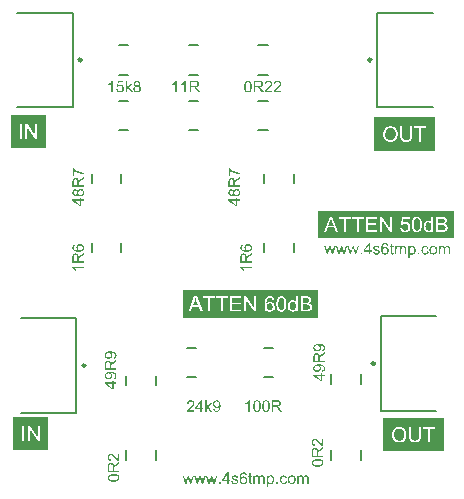
<source format=gbr>
%TF.GenerationSoftware,Altium Limited,Altium Designer,20.0.10 (225)*%
G04 Layer_Color=65535*
%FSLAX26Y26*%
%MOIN*%
%TF.FileFunction,Legend,Top*%
%TF.Part,CustomerPanel*%
G01*
G75*
%TA.AperFunction,NonConductor*%
%ADD21C,0.009842*%
%ADD22C,0.007874*%
G36*
X2603499Y4186348D02*
X2588125D01*
X2586072Y4175969D01*
X2586127Y4176025D01*
X2586238Y4176080D01*
X2586405Y4176191D01*
X2586682Y4176358D01*
X2587015Y4176524D01*
X2587403Y4176746D01*
X2588291Y4177190D01*
X2589401Y4177634D01*
X2590622Y4178023D01*
X2591954Y4178300D01*
X2592620Y4178411D01*
X2593841D01*
X2594175Y4178356D01*
X2594619Y4178300D01*
X2595118Y4178245D01*
X2595673Y4178134D01*
X2596284Y4177967D01*
X2597615Y4177579D01*
X2598337Y4177301D01*
X2599059Y4176913D01*
X2599780Y4176524D01*
X2600501Y4176080D01*
X2601168Y4175525D01*
X2601834Y4174915D01*
X2601889Y4174859D01*
X2602000Y4174748D01*
X2602166Y4174582D01*
X2602389Y4174304D01*
X2602666Y4173916D01*
X2602943Y4173527D01*
X2603276Y4173028D01*
X2603610Y4172473D01*
X2603887Y4171862D01*
X2604220Y4171196D01*
X2604497Y4170419D01*
X2604775Y4169642D01*
X2604997Y4168810D01*
X2605164Y4167866D01*
X2605274Y4166923D01*
X2605330Y4165924D01*
Y4165868D01*
Y4165702D01*
Y4165424D01*
X2605274Y4165036D01*
X2605219Y4164592D01*
X2605164Y4164092D01*
X2605052Y4163482D01*
X2604941Y4162871D01*
X2604608Y4161428D01*
X2604053Y4159930D01*
X2603720Y4159153D01*
X2603276Y4158431D01*
X2602832Y4157654D01*
X2602278Y4156933D01*
X2602222Y4156877D01*
X2602111Y4156711D01*
X2601889Y4156489D01*
X2601611Y4156211D01*
X2601223Y4155878D01*
X2600779Y4155434D01*
X2600224Y4155046D01*
X2599613Y4154602D01*
X2598948Y4154158D01*
X2598171Y4153769D01*
X2597338Y4153381D01*
X2596450Y4152992D01*
X2595506Y4152715D01*
X2594452Y4152493D01*
X2593342Y4152326D01*
X2592177Y4152271D01*
X2591677D01*
X2591289Y4152326D01*
X2590845Y4152382D01*
X2590345Y4152437D01*
X2589735Y4152493D01*
X2589124Y4152659D01*
X2587736Y4152992D01*
X2586349Y4153492D01*
X2585628Y4153825D01*
X2584906Y4154213D01*
X2584240Y4154657D01*
X2583574Y4155157D01*
X2583519Y4155212D01*
X2583407Y4155268D01*
X2583296Y4155490D01*
X2583075Y4155712D01*
X2582797Y4155989D01*
X2582519Y4156322D01*
X2582186Y4156766D01*
X2581909Y4157266D01*
X2581576Y4157765D01*
X2581243Y4158376D01*
X2580633Y4159708D01*
X2580133Y4161262D01*
X2579966Y4162094D01*
X2579856Y4162982D01*
X2584795Y4163371D01*
Y4163315D01*
Y4163204D01*
X2584851Y4163038D01*
X2584906Y4162760D01*
X2585073Y4162150D01*
X2585294Y4161317D01*
X2585628Y4160485D01*
X2586072Y4159541D01*
X2586626Y4158709D01*
X2587293Y4157932D01*
X2587403Y4157876D01*
X2587626Y4157654D01*
X2588070Y4157377D01*
X2588680Y4157044D01*
X2589346Y4156711D01*
X2590178Y4156433D01*
X2591122Y4156211D01*
X2592177Y4156156D01*
X2592510D01*
X2592731Y4156211D01*
X2593398Y4156267D01*
X2594175Y4156489D01*
X2595118Y4156766D01*
X2596061Y4157210D01*
X2597061Y4157876D01*
X2597505Y4158265D01*
X2597948Y4158709D01*
X2598004Y4158764D01*
X2598059Y4158820D01*
X2598171Y4158986D01*
X2598337Y4159153D01*
X2598726Y4159763D01*
X2599169Y4160540D01*
X2599558Y4161484D01*
X2599947Y4162649D01*
X2600224Y4164037D01*
X2600335Y4164758D01*
Y4165535D01*
Y4165591D01*
Y4165702D01*
Y4165924D01*
X2600280Y4166201D01*
Y4166534D01*
X2600224Y4166923D01*
X2600057Y4167811D01*
X2599780Y4168865D01*
X2599392Y4169920D01*
X2598836Y4170919D01*
X2598059Y4171862D01*
Y4171918D01*
X2597948Y4171973D01*
X2597671Y4172251D01*
X2597171Y4172639D01*
X2596506Y4173083D01*
X2595617Y4173472D01*
X2594619Y4173860D01*
X2593453Y4174138D01*
X2592787Y4174249D01*
X2591733D01*
X2591289Y4174193D01*
X2590733Y4174138D01*
X2590068Y4173971D01*
X2589401Y4173805D01*
X2588680Y4173527D01*
X2587959Y4173194D01*
X2587903Y4173139D01*
X2587681Y4173028D01*
X2587348Y4172750D01*
X2586904Y4172473D01*
X2586460Y4172084D01*
X2586016Y4171585D01*
X2585517Y4171085D01*
X2585128Y4170475D01*
X2580688Y4171085D01*
X2584407Y4190843D01*
X2603499D01*
Y4186348D01*
D02*
G37*
G36*
X3118194Y4191454D02*
X3118638Y4191398D01*
X3119193Y4191343D01*
X3119803Y4191232D01*
X3120414Y4191121D01*
X3121857Y4190732D01*
X3123300Y4190177D01*
X3124021Y4189844D01*
X3124743Y4189456D01*
X3125409Y4188956D01*
X3126019Y4188401D01*
X3126075Y4188346D01*
X3126186Y4188290D01*
X3126297Y4188068D01*
X3126519Y4187846D01*
X3126796Y4187569D01*
X3127074Y4187180D01*
X3127351Y4186792D01*
X3127684Y4186292D01*
X3128239Y4185238D01*
X3128794Y4183906D01*
X3129016Y4183240D01*
X3129127Y4182463D01*
X3129238Y4181686D01*
X3129294Y4180853D01*
Y4180742D01*
Y4180465D01*
X3129238Y4180021D01*
X3129183Y4179410D01*
X3129072Y4178744D01*
X3128850Y4177967D01*
X3128628Y4177135D01*
X3128295Y4176302D01*
X3128239Y4176191D01*
X3128128Y4175914D01*
X3127906Y4175470D01*
X3127573Y4174859D01*
X3127129Y4174193D01*
X3126574Y4173361D01*
X3125908Y4172528D01*
X3125131Y4171585D01*
X3125020Y4171474D01*
X3124743Y4171141D01*
X3124465Y4170863D01*
X3124188Y4170586D01*
X3123855Y4170253D01*
X3123411Y4169809D01*
X3122967Y4169365D01*
X3122412Y4168865D01*
X3121857Y4168310D01*
X3121191Y4167700D01*
X3120469Y4167089D01*
X3119692Y4166368D01*
X3118804Y4165646D01*
X3117916Y4164869D01*
X3117861Y4164814D01*
X3117750Y4164703D01*
X3117528Y4164536D01*
X3117250Y4164314D01*
X3116917Y4163981D01*
X3116529Y4163648D01*
X3115641Y4162927D01*
X3114697Y4162094D01*
X3113809Y4161262D01*
X3113032Y4160540D01*
X3112699Y4160263D01*
X3112422Y4159985D01*
X3112366Y4159930D01*
X3112200Y4159763D01*
X3111978Y4159541D01*
X3111700Y4159208D01*
X3111423Y4158820D01*
X3111090Y4158431D01*
X3110424Y4157488D01*
X3129349D01*
Y4152937D01*
X3103875D01*
Y4152992D01*
Y4153214D01*
Y4153547D01*
X3103930Y4153991D01*
X3103986Y4154491D01*
X3104097Y4155046D01*
X3104208Y4155601D01*
X3104430Y4156211D01*
Y4156267D01*
X3104485Y4156322D01*
X3104596Y4156655D01*
X3104818Y4157155D01*
X3105151Y4157821D01*
X3105595Y4158598D01*
X3106150Y4159486D01*
X3106761Y4160374D01*
X3107538Y4161317D01*
Y4161373D01*
X3107649Y4161428D01*
X3107926Y4161761D01*
X3108426Y4162261D01*
X3109147Y4162982D01*
X3109980Y4163815D01*
X3111034Y4164814D01*
X3112311Y4165924D01*
X3113698Y4167089D01*
X3113754Y4167145D01*
X3113976Y4167311D01*
X3114309Y4167589D01*
X3114697Y4167922D01*
X3115197Y4168366D01*
X3115807Y4168865D01*
X3116418Y4169420D01*
X3117139Y4170031D01*
X3118527Y4171363D01*
X3119914Y4172695D01*
X3120580Y4173361D01*
X3121191Y4174027D01*
X3121746Y4174637D01*
X3122190Y4175248D01*
Y4175303D01*
X3122301Y4175359D01*
X3122412Y4175525D01*
X3122523Y4175747D01*
X3122911Y4176358D01*
X3123355Y4177079D01*
X3123744Y4177967D01*
X3124132Y4178911D01*
X3124354Y4179965D01*
X3124465Y4180964D01*
Y4181020D01*
Y4181075D01*
X3124410Y4181408D01*
X3124354Y4181963D01*
X3124188Y4182574D01*
X3123966Y4183351D01*
X3123577Y4184128D01*
X3123078Y4184905D01*
X3122412Y4185682D01*
X3122301Y4185793D01*
X3122023Y4186015D01*
X3121635Y4186292D01*
X3121024Y4186681D01*
X3120247Y4187014D01*
X3119359Y4187347D01*
X3118305Y4187569D01*
X3117139Y4187624D01*
X3116806D01*
X3116584Y4187569D01*
X3115918Y4187513D01*
X3115141Y4187347D01*
X3114309Y4187125D01*
X3113365Y4186736D01*
X3112477Y4186237D01*
X3111645Y4185571D01*
X3111534Y4185460D01*
X3111312Y4185182D01*
X3110979Y4184738D01*
X3110646Y4184072D01*
X3110257Y4183295D01*
X3109924Y4182296D01*
X3109702Y4181186D01*
X3109591Y4179910D01*
X3104763Y4180409D01*
Y4180465D01*
X3104818Y4180631D01*
Y4180909D01*
X3104874Y4181297D01*
X3104985Y4181741D01*
X3105096Y4182241D01*
X3105262Y4182851D01*
X3105429Y4183462D01*
X3105873Y4184794D01*
X3106539Y4186126D01*
X3106927Y4186792D01*
X3107427Y4187458D01*
X3107926Y4188068D01*
X3108481Y4188623D01*
X3108537Y4188679D01*
X3108648Y4188734D01*
X3108814Y4188901D01*
X3109092Y4189067D01*
X3109425Y4189289D01*
X3109813Y4189511D01*
X3110257Y4189789D01*
X3110812Y4190066D01*
X3111423Y4190344D01*
X3112089Y4190621D01*
X3112810Y4190843D01*
X3113587Y4191065D01*
X3114420Y4191232D01*
X3115308Y4191398D01*
X3116251Y4191454D01*
X3117250Y4191509D01*
X3117805D01*
X3118194Y4191454D01*
D02*
G37*
G36*
X3088335D02*
X3088779Y4191398D01*
X3089334Y4191343D01*
X3089944Y4191232D01*
X3090555Y4191121D01*
X3091998Y4190732D01*
X3093441Y4190177D01*
X3094162Y4189844D01*
X3094884Y4189456D01*
X3095550Y4188956D01*
X3096160Y4188401D01*
X3096216Y4188346D01*
X3096327Y4188290D01*
X3096438Y4188068D01*
X3096660Y4187846D01*
X3096937Y4187569D01*
X3097215Y4187180D01*
X3097492Y4186792D01*
X3097825Y4186292D01*
X3098380Y4185238D01*
X3098935Y4183906D01*
X3099157Y4183240D01*
X3099268Y4182463D01*
X3099379Y4181686D01*
X3099435Y4180853D01*
Y4180742D01*
Y4180465D01*
X3099379Y4180021D01*
X3099324Y4179410D01*
X3099213Y4178744D01*
X3098991Y4177967D01*
X3098769Y4177135D01*
X3098436Y4176302D01*
X3098380Y4176191D01*
X3098269Y4175914D01*
X3098047Y4175470D01*
X3097714Y4174859D01*
X3097270Y4174193D01*
X3096715Y4173361D01*
X3096049Y4172528D01*
X3095272Y4171585D01*
X3095161Y4171474D01*
X3094884Y4171141D01*
X3094606Y4170863D01*
X3094329Y4170586D01*
X3093996Y4170253D01*
X3093552Y4169809D01*
X3093108Y4169365D01*
X3092553Y4168865D01*
X3091998Y4168310D01*
X3091332Y4167700D01*
X3090610Y4167089D01*
X3089833Y4166368D01*
X3088945Y4165646D01*
X3088057Y4164869D01*
X3088002Y4164814D01*
X3087891Y4164703D01*
X3087669Y4164536D01*
X3087391Y4164314D01*
X3087058Y4163981D01*
X3086670Y4163648D01*
X3085782Y4162927D01*
X3084838Y4162094D01*
X3083950Y4161262D01*
X3083173Y4160540D01*
X3082840Y4160263D01*
X3082563Y4159985D01*
X3082507Y4159930D01*
X3082341Y4159763D01*
X3082119Y4159541D01*
X3081841Y4159208D01*
X3081564Y4158820D01*
X3081231Y4158431D01*
X3080565Y4157488D01*
X3099490D01*
Y4152937D01*
X3074016D01*
Y4152992D01*
Y4153214D01*
Y4153547D01*
X3074071Y4153991D01*
X3074127Y4154491D01*
X3074238Y4155046D01*
X3074349Y4155601D01*
X3074571Y4156211D01*
Y4156267D01*
X3074626Y4156322D01*
X3074737Y4156655D01*
X3074959Y4157155D01*
X3075292Y4157821D01*
X3075736Y4158598D01*
X3076291Y4159486D01*
X3076902Y4160374D01*
X3077679Y4161317D01*
Y4161373D01*
X3077790Y4161428D01*
X3078067Y4161761D01*
X3078567Y4162261D01*
X3079288Y4162982D01*
X3080121Y4163815D01*
X3081175Y4164814D01*
X3082452Y4165924D01*
X3083839Y4167089D01*
X3083895Y4167145D01*
X3084117Y4167311D01*
X3084450Y4167589D01*
X3084838Y4167922D01*
X3085338Y4168366D01*
X3085948Y4168865D01*
X3086559Y4169420D01*
X3087280Y4170031D01*
X3088668Y4171363D01*
X3090055Y4172695D01*
X3090721Y4173361D01*
X3091332Y4174027D01*
X3091887Y4174637D01*
X3092331Y4175248D01*
Y4175303D01*
X3092442Y4175359D01*
X3092553Y4175525D01*
X3092664Y4175747D01*
X3093052Y4176358D01*
X3093496Y4177079D01*
X3093885Y4177967D01*
X3094273Y4178911D01*
X3094495Y4179965D01*
X3094606Y4180964D01*
Y4181020D01*
Y4181075D01*
X3094551Y4181408D01*
X3094495Y4181963D01*
X3094329Y4182574D01*
X3094107Y4183351D01*
X3093718Y4184128D01*
X3093219Y4184905D01*
X3092553Y4185682D01*
X3092442Y4185793D01*
X3092164Y4186015D01*
X3091776Y4186292D01*
X3091165Y4186681D01*
X3090388Y4187014D01*
X3089500Y4187347D01*
X3088446Y4187569D01*
X3087280Y4187624D01*
X3086947D01*
X3086725Y4187569D01*
X3086059Y4187513D01*
X3085282Y4187347D01*
X3084450Y4187125D01*
X3083506Y4186736D01*
X3082618Y4186237D01*
X3081786Y4185571D01*
X3081675Y4185460D01*
X3081453Y4185182D01*
X3081120Y4184738D01*
X3080787Y4184072D01*
X3080398Y4183295D01*
X3080065Y4182296D01*
X3079843Y4181186D01*
X3079732Y4179910D01*
X3074904Y4180409D01*
Y4180465D01*
X3074959Y4180631D01*
Y4180909D01*
X3075015Y4181297D01*
X3075126Y4181741D01*
X3075237Y4182241D01*
X3075403Y4182851D01*
X3075570Y4183462D01*
X3076014Y4184794D01*
X3076680Y4186126D01*
X3077068Y4186792D01*
X3077568Y4187458D01*
X3078067Y4188068D01*
X3078622Y4188623D01*
X3078678Y4188679D01*
X3078789Y4188734D01*
X3078955Y4188901D01*
X3079233Y4189067D01*
X3079566Y4189289D01*
X3079954Y4189511D01*
X3080398Y4189789D01*
X3080953Y4190066D01*
X3081564Y4190344D01*
X3082230Y4190621D01*
X3082951Y4190843D01*
X3083728Y4191065D01*
X3084561Y4191232D01*
X3085449Y4191398D01*
X3086392Y4191454D01*
X3087391Y4191509D01*
X3087946D01*
X3088335Y4191454D01*
D02*
G37*
G36*
X3056200Y4191287D02*
X3056700D01*
X3057865Y4191232D01*
X3059086Y4191065D01*
X3060418Y4190899D01*
X3061639Y4190621D01*
X3062250Y4190455D01*
X3062749Y4190288D01*
X3062805D01*
X3062860Y4190233D01*
X3063193Y4190066D01*
X3063693Y4189844D01*
X3064303Y4189456D01*
X3064969Y4188956D01*
X3065691Y4188290D01*
X3066357Y4187513D01*
X3067023Y4186625D01*
Y4186570D01*
X3067078Y4186514D01*
X3067300Y4186181D01*
X3067522Y4185626D01*
X3067855Y4184905D01*
X3068133Y4184072D01*
X3068410Y4183073D01*
X3068577Y4182019D01*
X3068632Y4180853D01*
Y4180798D01*
Y4180687D01*
Y4180465D01*
X3068577Y4180187D01*
Y4179799D01*
X3068521Y4179410D01*
X3068299Y4178467D01*
X3067966Y4177357D01*
X3067522Y4176191D01*
X3066856Y4175026D01*
X3066412Y4174471D01*
X3065968Y4173916D01*
X3065913Y4173860D01*
X3065857Y4173805D01*
X3065691Y4173638D01*
X3065469Y4173472D01*
X3065191Y4173250D01*
X3064858Y4173028D01*
X3064414Y4172750D01*
X3063970Y4172417D01*
X3063415Y4172140D01*
X3062805Y4171862D01*
X3062139Y4171529D01*
X3061417Y4171252D01*
X3060585Y4171030D01*
X3059752Y4170752D01*
X3058809Y4170586D01*
X3057810Y4170419D01*
X3057921Y4170364D01*
X3058143Y4170253D01*
X3058476Y4170031D01*
X3058920Y4169809D01*
X3059919Y4169198D01*
X3060418Y4168810D01*
X3060862Y4168477D01*
X3060973Y4168366D01*
X3061251Y4168088D01*
X3061695Y4167644D01*
X3062250Y4167089D01*
X3062860Y4166312D01*
X3063582Y4165480D01*
X3064303Y4164481D01*
X3065080Y4163371D01*
X3071685Y4152937D01*
X3065358D01*
X3060307Y4160929D01*
Y4160984D01*
X3060196Y4161095D01*
X3060085Y4161262D01*
X3059919Y4161484D01*
X3059530Y4162094D01*
X3059031Y4162871D01*
X3058420Y4163704D01*
X3057810Y4164592D01*
X3057199Y4165424D01*
X3056644Y4166201D01*
X3056589Y4166257D01*
X3056422Y4166479D01*
X3056145Y4166812D01*
X3055756Y4167200D01*
X3054924Y4168033D01*
X3054480Y4168421D01*
X3054036Y4168754D01*
X3053980Y4168810D01*
X3053869Y4168865D01*
X3053647Y4168976D01*
X3053314Y4169143D01*
X3052981Y4169309D01*
X3052593Y4169476D01*
X3051705Y4169753D01*
X3051649D01*
X3051538Y4169809D01*
X3051316D01*
X3051039Y4169864D01*
X3050650Y4169920D01*
X3050206D01*
X3049596Y4169975D01*
X3043047D01*
Y4152937D01*
X3037941D01*
Y4191343D01*
X3055756D01*
X3056200Y4191287D01*
D02*
G37*
G36*
X2843158D02*
X2843658D01*
X2844823Y4191232D01*
X2846044Y4191065D01*
X2847376Y4190899D01*
X2848597Y4190621D01*
X2849208Y4190455D01*
X2849707Y4190288D01*
X2849763D01*
X2849818Y4190233D01*
X2850151Y4190066D01*
X2850651Y4189844D01*
X2851261Y4189456D01*
X2851927Y4188956D01*
X2852649Y4188290D01*
X2853315Y4187513D01*
X2853981Y4186625D01*
Y4186570D01*
X2854036Y4186514D01*
X2854258Y4186181D01*
X2854480Y4185626D01*
X2854813Y4184905D01*
X2855091Y4184072D01*
X2855368Y4183073D01*
X2855535Y4182019D01*
X2855590Y4180853D01*
Y4180798D01*
Y4180687D01*
Y4180465D01*
X2855535Y4180187D01*
Y4179799D01*
X2855479Y4179410D01*
X2855257Y4178467D01*
X2854924Y4177357D01*
X2854480Y4176191D01*
X2853814Y4175026D01*
X2853370Y4174471D01*
X2852926Y4173916D01*
X2852871Y4173860D01*
X2852815Y4173805D01*
X2852649Y4173638D01*
X2852427Y4173472D01*
X2852149Y4173250D01*
X2851816Y4173028D01*
X2851372Y4172750D01*
X2850928Y4172417D01*
X2850373Y4172140D01*
X2849763Y4171862D01*
X2849097Y4171529D01*
X2848375Y4171252D01*
X2847543Y4171030D01*
X2846710Y4170752D01*
X2845767Y4170586D01*
X2844768Y4170419D01*
X2844879Y4170364D01*
X2845101Y4170253D01*
X2845434Y4170031D01*
X2845878Y4169809D01*
X2846877Y4169198D01*
X2847376Y4168810D01*
X2847820Y4168477D01*
X2847931Y4168366D01*
X2848209Y4168088D01*
X2848653Y4167644D01*
X2849208Y4167089D01*
X2849818Y4166312D01*
X2850540Y4165480D01*
X2851261Y4164481D01*
X2852038Y4163371D01*
X2858643Y4152937D01*
X2852316D01*
X2847265Y4160929D01*
Y4160984D01*
X2847154Y4161095D01*
X2847043Y4161262D01*
X2846877Y4161484D01*
X2846488Y4162094D01*
X2845989Y4162871D01*
X2845378Y4163704D01*
X2844768Y4164592D01*
X2844157Y4165424D01*
X2843602Y4166201D01*
X2843547Y4166257D01*
X2843380Y4166479D01*
X2843103Y4166812D01*
X2842714Y4167200D01*
X2841882Y4168033D01*
X2841438Y4168421D01*
X2840994Y4168754D01*
X2840938Y4168810D01*
X2840827Y4168865D01*
X2840605Y4168976D01*
X2840272Y4169143D01*
X2839939Y4169309D01*
X2839551Y4169476D01*
X2838663Y4169753D01*
X2838607D01*
X2838496Y4169809D01*
X2838274D01*
X2837997Y4169864D01*
X2837608Y4169920D01*
X2837164D01*
X2836554Y4169975D01*
X2830005D01*
Y4152937D01*
X2824899D01*
Y4191343D01*
X2842714D01*
X2843158Y4191287D01*
D02*
G37*
G36*
X2810802Y4152937D02*
X2806084D01*
Y4182962D01*
X2806029Y4182907D01*
X2805751Y4182685D01*
X2805418Y4182352D01*
X2804863Y4181963D01*
X2804253Y4181464D01*
X2803476Y4180909D01*
X2802588Y4180298D01*
X2801589Y4179688D01*
X2801533D01*
X2801478Y4179632D01*
X2801145Y4179410D01*
X2800590Y4179133D01*
X2799924Y4178800D01*
X2799147Y4178411D01*
X2798314Y4178023D01*
X2797482Y4177634D01*
X2796649Y4177301D01*
Y4181852D01*
X2796705D01*
X2796816Y4181963D01*
X2797038Y4182019D01*
X2797315Y4182185D01*
X2797648Y4182352D01*
X2798037Y4182574D01*
X2798980Y4183129D01*
X2800090Y4183739D01*
X2801200Y4184516D01*
X2802366Y4185404D01*
X2803531Y4186348D01*
X2803587Y4186403D01*
X2803642Y4186459D01*
X2803809Y4186625D01*
X2804031Y4186792D01*
X2804530Y4187347D01*
X2805196Y4188013D01*
X2805862Y4188790D01*
X2806584Y4189678D01*
X2807194Y4190566D01*
X2807749Y4191509D01*
X2810802D01*
Y4152937D01*
D02*
G37*
G36*
X2780943D02*
X2776225D01*
Y4182962D01*
X2776170Y4182907D01*
X2775892Y4182685D01*
X2775559Y4182352D01*
X2775004Y4181963D01*
X2774394Y4181464D01*
X2773617Y4180909D01*
X2772729Y4180298D01*
X2771730Y4179688D01*
X2771674D01*
X2771619Y4179632D01*
X2771286Y4179410D01*
X2770731Y4179133D01*
X2770065Y4178800D01*
X2769288Y4178411D01*
X2768455Y4178023D01*
X2767623Y4177634D01*
X2766790Y4177301D01*
Y4181852D01*
X2766846D01*
X2766957Y4181963D01*
X2767179Y4182019D01*
X2767456Y4182185D01*
X2767789Y4182352D01*
X2768178Y4182574D01*
X2769121Y4183129D01*
X2770231Y4183739D01*
X2771341Y4184516D01*
X2772507Y4185404D01*
X2773672Y4186348D01*
X2773728Y4186403D01*
X2773783Y4186459D01*
X2773950Y4186625D01*
X2774172Y4186792D01*
X2774671Y4187347D01*
X2775337Y4188013D01*
X2776003Y4188790D01*
X2776725Y4189678D01*
X2777335Y4190566D01*
X2777890Y4191509D01*
X2780943D01*
Y4152937D01*
D02*
G37*
G36*
X2615764Y4169420D02*
X2626919Y4180798D01*
X2633080D01*
X2622369Y4170419D01*
X2634135Y4152937D01*
X2628307D01*
X2619039Y4167145D01*
X2615764Y4163981D01*
Y4152937D01*
X2611046D01*
Y4191343D01*
X2615764D01*
Y4169420D01*
D02*
G37*
G36*
X2567756Y4152937D02*
X2563039D01*
Y4182962D01*
X2562983Y4182907D01*
X2562706Y4182685D01*
X2562373Y4182352D01*
X2561818Y4181963D01*
X2561207Y4181464D01*
X2560430Y4180909D01*
X2559543Y4180298D01*
X2558544Y4179688D01*
X2558488D01*
X2558432Y4179632D01*
X2558099Y4179410D01*
X2557544Y4179133D01*
X2556878Y4178800D01*
X2556102Y4178411D01*
X2555269Y4178023D01*
X2554436Y4177634D01*
X2553604Y4177301D01*
Y4181852D01*
X2553660D01*
X2553771Y4181963D01*
X2553992Y4182019D01*
X2554270Y4182185D01*
X2554603Y4182352D01*
X2554992Y4182574D01*
X2555935Y4183129D01*
X2557045Y4183739D01*
X2558155Y4184516D01*
X2559320Y4185404D01*
X2560486Y4186348D01*
X2560541Y4186403D01*
X2560597Y4186459D01*
X2560764Y4186625D01*
X2560985Y4186792D01*
X2561485Y4187347D01*
X2562151Y4188013D01*
X2562817Y4188790D01*
X2563539Y4189678D01*
X2564149Y4190566D01*
X2564704Y4191509D01*
X2567756D01*
Y4152937D01*
D02*
G37*
G36*
X3019737Y4191454D02*
X3020458Y4191343D01*
X3021291Y4191176D01*
X3022179Y4190954D01*
X3023122Y4190677D01*
X3024010Y4190233D01*
X3024066D01*
X3024121Y4190177D01*
X3024399Y4190011D01*
X3024843Y4189733D01*
X3025398Y4189345D01*
X3026008Y4188790D01*
X3026674Y4188179D01*
X3027285Y4187458D01*
X3027895Y4186625D01*
X3027951Y4186514D01*
X3028173Y4186237D01*
X3028395Y4185737D01*
X3028783Y4185016D01*
X3029116Y4184183D01*
X3029560Y4183240D01*
X3029949Y4182130D01*
X3030282Y4180909D01*
Y4180853D01*
X3030337Y4180742D01*
X3030393Y4180576D01*
X3030448Y4180298D01*
X3030504Y4179965D01*
X3030559Y4179577D01*
X3030670Y4179077D01*
X3030726Y4178522D01*
X3030837Y4177912D01*
X3030892Y4177246D01*
X3030948Y4176469D01*
X3031059Y4175692D01*
X3031114Y4174804D01*
Y4173916D01*
X3031170Y4172917D01*
Y4171862D01*
Y4171807D01*
Y4171585D01*
Y4171196D01*
Y4170752D01*
X3031114Y4170142D01*
Y4169476D01*
X3031059Y4168754D01*
X3031003Y4167977D01*
X3030837Y4166201D01*
X3030559Y4164370D01*
X3030226Y4162594D01*
X3030004Y4161761D01*
X3029727Y4160929D01*
Y4160873D01*
X3029671Y4160762D01*
X3029560Y4160540D01*
X3029449Y4160263D01*
X3029338Y4159874D01*
X3029116Y4159486D01*
X3028672Y4158542D01*
X3028117Y4157543D01*
X3027396Y4156433D01*
X3026563Y4155434D01*
X3025564Y4154491D01*
X3025509D01*
X3025453Y4154380D01*
X3025287Y4154269D01*
X3025065Y4154158D01*
X3024787Y4153991D01*
X3024510Y4153769D01*
X3023677Y4153381D01*
X3022678Y4152992D01*
X3021513Y4152604D01*
X3020125Y4152382D01*
X3018627Y4152271D01*
X3018072D01*
X3017683Y4152326D01*
X3017239Y4152382D01*
X3016684Y4152493D01*
X3016074Y4152604D01*
X3015408Y4152770D01*
X3014742Y4152992D01*
X3014020Y4153214D01*
X3013299Y4153547D01*
X3012577Y4153936D01*
X3011856Y4154380D01*
X3011134Y4154935D01*
X3010468Y4155545D01*
X3009858Y4156211D01*
X3009802Y4156267D01*
X3009691Y4156433D01*
X3009525Y4156711D01*
X3009247Y4157155D01*
X3008970Y4157654D01*
X3008692Y4158320D01*
X3008304Y4159097D01*
X3007971Y4159985D01*
X3007638Y4160984D01*
X3007305Y4162150D01*
X3006972Y4163426D01*
X3006694Y4164869D01*
X3006417Y4166423D01*
X3006250Y4168088D01*
X3006139Y4169920D01*
X3006084Y4171862D01*
Y4171918D01*
Y4172140D01*
Y4172528D01*
Y4172972D01*
X3006139Y4173583D01*
Y4174249D01*
X3006195Y4174970D01*
X3006250Y4175803D01*
X3006417Y4177523D01*
X3006694Y4179355D01*
X3007027Y4181186D01*
X3007249Y4182019D01*
X3007471Y4182851D01*
Y4182907D01*
X3007527Y4183018D01*
X3007638Y4183240D01*
X3007749Y4183517D01*
X3007860Y4183906D01*
X3008082Y4184294D01*
X3008526Y4185238D01*
X3009081Y4186237D01*
X3009802Y4187291D01*
X3010635Y4188346D01*
X3011634Y4189234D01*
X3011689D01*
X3011745Y4189345D01*
X3011911Y4189456D01*
X3012133Y4189567D01*
X3012411Y4189789D01*
X3012744Y4189955D01*
X3013576Y4190399D01*
X3014575Y4190788D01*
X3015741Y4191176D01*
X3017128Y4191398D01*
X3018627Y4191509D01*
X3019126D01*
X3019737Y4191454D01*
D02*
G37*
G36*
X2649896D02*
X2650340Y4191398D01*
X2650840Y4191343D01*
X2651395Y4191287D01*
X2651950Y4191121D01*
X2653282Y4190788D01*
X2654614Y4190288D01*
X2655280Y4189955D01*
X2655946Y4189567D01*
X2656557Y4189067D01*
X2657167Y4188568D01*
X2657222Y4188512D01*
X2657278Y4188457D01*
X2657445Y4188290D01*
X2657666Y4188068D01*
X2657889Y4187735D01*
X2658166Y4187402D01*
X2658721Y4186570D01*
X2659276Y4185515D01*
X2659776Y4184294D01*
X2660164Y4182907D01*
X2660220Y4182185D01*
X2660275Y4181408D01*
Y4181353D01*
Y4181297D01*
Y4180964D01*
X2660220Y4180465D01*
X2660108Y4179854D01*
X2659942Y4179077D01*
X2659664Y4178300D01*
X2659331Y4177523D01*
X2658832Y4176746D01*
X2658776Y4176635D01*
X2658555Y4176413D01*
X2658222Y4176080D01*
X2657778Y4175636D01*
X2657167Y4175137D01*
X2656445Y4174637D01*
X2655613Y4174138D01*
X2654614Y4173694D01*
X2654669D01*
X2654780Y4173638D01*
X2654947Y4173583D01*
X2655169Y4173472D01*
X2655835Y4173194D01*
X2656612Y4172806D01*
X2657445Y4172251D01*
X2658332Y4171640D01*
X2659165Y4170863D01*
X2659942Y4169975D01*
Y4169920D01*
X2659997Y4169864D01*
X2660220Y4169531D01*
X2660552Y4168976D01*
X2660885Y4168255D01*
X2661218Y4167367D01*
X2661552Y4166312D01*
X2661773Y4165147D01*
X2661829Y4163870D01*
Y4163815D01*
Y4163648D01*
Y4163371D01*
X2661773Y4163038D01*
X2661718Y4162649D01*
X2661662Y4162150D01*
X2661552Y4161595D01*
X2661385Y4160984D01*
X2660997Y4159708D01*
X2660719Y4158986D01*
X2660331Y4158320D01*
X2659942Y4157599D01*
X2659498Y4156933D01*
X2658943Y4156267D01*
X2658332Y4155601D01*
X2658277Y4155545D01*
X2658166Y4155434D01*
X2657999Y4155268D01*
X2657722Y4155101D01*
X2657334Y4154824D01*
X2656945Y4154546D01*
X2656445Y4154269D01*
X2655890Y4153936D01*
X2655280Y4153603D01*
X2654559Y4153325D01*
X2653782Y4153048D01*
X2653005Y4152770D01*
X2652117Y4152604D01*
X2651173Y4152437D01*
X2650229Y4152326D01*
X2649175Y4152271D01*
X2648620D01*
X2648231Y4152326D01*
X2647732Y4152382D01*
X2647177Y4152437D01*
X2646566Y4152548D01*
X2645901Y4152715D01*
X2644402Y4153103D01*
X2643625Y4153381D01*
X2642903Y4153658D01*
X2642126Y4154047D01*
X2641349Y4154491D01*
X2640628Y4154990D01*
X2639962Y4155601D01*
X2639907Y4155656D01*
X2639796Y4155767D01*
X2639629Y4155934D01*
X2639407Y4156211D01*
X2639185Y4156544D01*
X2638852Y4156933D01*
X2638575Y4157377D01*
X2638242Y4157932D01*
X2637909Y4158487D01*
X2637631Y4159153D01*
X2637076Y4160540D01*
X2636854Y4161373D01*
X2636688Y4162205D01*
X2636577Y4163093D01*
X2636521Y4163981D01*
Y4164037D01*
Y4164148D01*
Y4164370D01*
X2636577Y4164592D01*
Y4164925D01*
X2636632Y4165313D01*
X2636743Y4166201D01*
X2636965Y4167200D01*
X2637298Y4168199D01*
X2637798Y4169254D01*
X2638408Y4170253D01*
Y4170308D01*
X2638519Y4170364D01*
X2638741Y4170641D01*
X2639185Y4171085D01*
X2639796Y4171640D01*
X2640573Y4172195D01*
X2641516Y4172806D01*
X2642570Y4173305D01*
X2643847Y4173694D01*
X2643791D01*
X2643736Y4173749D01*
X2643570Y4173805D01*
X2643347Y4173916D01*
X2642848Y4174138D01*
X2642182Y4174471D01*
X2641461Y4174915D01*
X2640739Y4175470D01*
X2640073Y4176080D01*
X2639463Y4176746D01*
X2639407Y4176857D01*
X2639240Y4177079D01*
X2639019Y4177523D01*
X2638796Y4178078D01*
X2638519Y4178800D01*
X2638297Y4179632D01*
X2638131Y4180576D01*
X2638075Y4181575D01*
Y4181630D01*
Y4181741D01*
Y4181963D01*
X2638131Y4182296D01*
X2638186Y4182629D01*
X2638242Y4183073D01*
X2638463Y4184017D01*
X2638796Y4185127D01*
X2639352Y4186292D01*
X2639684Y4186903D01*
X2640073Y4187513D01*
X2640573Y4188068D01*
X2641072Y4188623D01*
X2641128Y4188679D01*
X2641238Y4188734D01*
X2641405Y4188901D01*
X2641627Y4189067D01*
X2641905Y4189289D01*
X2642293Y4189511D01*
X2642737Y4189789D01*
X2643181Y4190066D01*
X2643736Y4190344D01*
X2644347Y4190621D01*
X2645012Y4190843D01*
X2645734Y4191065D01*
X2647288Y4191398D01*
X2648176Y4191454D01*
X2649064Y4191509D01*
X2649564D01*
X2649896Y4191454D01*
D02*
G37*
G36*
X2346134Y3967139D02*
X2228905D01*
Y4076641D01*
X2346134D01*
Y3967139D01*
D02*
G37*
G36*
X3642897Y3958223D02*
X3439937D01*
Y4069475D01*
X3642897D01*
Y3958223D01*
D02*
G37*
G36*
X2957537Y3899466D02*
X2957648Y3899355D01*
X2957870Y3899133D01*
X2958203Y3898911D01*
X2958592Y3898578D01*
X2959036Y3898134D01*
X2959591Y3897690D01*
X2960257Y3897191D01*
X2960923Y3896691D01*
X2961700Y3896081D01*
X2962588Y3895470D01*
X2963476Y3894860D01*
X2964475Y3894194D01*
X2965529Y3893528D01*
X2966695Y3892862D01*
X2967860Y3892196D01*
X2967916Y3892140D01*
X2968138Y3892029D01*
X2968471Y3891863D01*
X2968970Y3891585D01*
X2969581Y3891308D01*
X2970247Y3890975D01*
X2971024Y3890586D01*
X2971912Y3890198D01*
X2972911Y3889754D01*
X2973910Y3889254D01*
X2975020Y3888810D01*
X2976185Y3888366D01*
X2978572Y3887478D01*
X2981125Y3886646D01*
X2981180D01*
X2981347Y3886590D01*
X2981624Y3886535D01*
X2981957Y3886424D01*
X2982401Y3886313D01*
X2982956Y3886202D01*
X2983567Y3886035D01*
X2984233Y3885924D01*
X2985010Y3885758D01*
X2985842Y3885591D01*
X2987618Y3885314D01*
X2989561Y3885036D01*
X2991670Y3884870D01*
Y3880041D01*
X2991614D01*
X2991448D01*
X2991226D01*
X2990893Y3880097D01*
X2990449D01*
X2989894Y3880152D01*
X2989283Y3880208D01*
X2988617Y3880263D01*
X2987840Y3880374D01*
X2987063Y3880485D01*
X2986120Y3880652D01*
X2985176Y3880818D01*
X2984177Y3880985D01*
X2983067Y3881207D01*
X2980792Y3881762D01*
X2980736D01*
X2980514Y3881817D01*
X2980181Y3881928D01*
X2979682Y3882095D01*
X2979127Y3882261D01*
X2978461Y3882483D01*
X2977684Y3882705D01*
X2976851Y3883038D01*
X2975908Y3883371D01*
X2974964Y3883704D01*
X2972855Y3884537D01*
X2970635Y3885536D01*
X2968415Y3886646D01*
X2968360Y3886701D01*
X2968138Y3886812D01*
X2967860Y3886979D01*
X2967416Y3887201D01*
X2966917Y3887478D01*
X2966306Y3887867D01*
X2965640Y3888255D01*
X2964919Y3888699D01*
X2963309Y3889754D01*
X2961644Y3890864D01*
X2959924Y3892140D01*
X2958314Y3893472D01*
Y3874658D01*
X2953763D01*
Y3899522D01*
X2957482D01*
X2957537Y3899466D01*
D02*
G37*
G36*
X2437537D02*
X2437648Y3899355D01*
X2437870Y3899133D01*
X2438203Y3898911D01*
X2438592Y3898578D01*
X2439036Y3898134D01*
X2439591Y3897690D01*
X2440257Y3897191D01*
X2440923Y3896691D01*
X2441700Y3896081D01*
X2442588Y3895470D01*
X2443476Y3894860D01*
X2444475Y3894194D01*
X2445529Y3893528D01*
X2446695Y3892862D01*
X2447860Y3892196D01*
X2447916Y3892140D01*
X2448138Y3892029D01*
X2448471Y3891863D01*
X2448970Y3891585D01*
X2449581Y3891308D01*
X2450247Y3890975D01*
X2451024Y3890586D01*
X2451912Y3890198D01*
X2452911Y3889754D01*
X2453910Y3889254D01*
X2455020Y3888810D01*
X2456185Y3888366D01*
X2458572Y3887478D01*
X2461125Y3886646D01*
X2461180D01*
X2461347Y3886590D01*
X2461624Y3886535D01*
X2461957Y3886424D01*
X2462401Y3886313D01*
X2462956Y3886202D01*
X2463567Y3886035D01*
X2464233Y3885924D01*
X2465010Y3885758D01*
X2465842Y3885591D01*
X2467618Y3885314D01*
X2469561Y3885036D01*
X2471670Y3884870D01*
Y3880041D01*
X2471614D01*
X2471448D01*
X2471226D01*
X2470893Y3880097D01*
X2470449D01*
X2469894Y3880152D01*
X2469283Y3880208D01*
X2468617Y3880263D01*
X2467840Y3880374D01*
X2467063Y3880485D01*
X2466120Y3880652D01*
X2465176Y3880818D01*
X2464177Y3880985D01*
X2463067Y3881207D01*
X2460792Y3881762D01*
X2460736D01*
X2460514Y3881817D01*
X2460181Y3881928D01*
X2459682Y3882095D01*
X2459127Y3882261D01*
X2458461Y3882483D01*
X2457684Y3882705D01*
X2456851Y3883038D01*
X2455908Y3883371D01*
X2454964Y3883704D01*
X2452855Y3884537D01*
X2450635Y3885536D01*
X2448415Y3886646D01*
X2448360Y3886701D01*
X2448138Y3886812D01*
X2447860Y3886979D01*
X2447416Y3887201D01*
X2446917Y3887478D01*
X2446306Y3887867D01*
X2445640Y3888255D01*
X2444919Y3888699D01*
X2443309Y3889754D01*
X2441644Y3890864D01*
X2439924Y3892140D01*
X2438314Y3893472D01*
Y3874658D01*
X2433763D01*
Y3899522D01*
X2437482D01*
X2437537Y3899466D01*
D02*
G37*
G36*
X2991670Y3865001D02*
X2983678Y3859950D01*
X2983622D01*
X2983511Y3859839D01*
X2983345Y3859728D01*
X2983123Y3859562D01*
X2982512Y3859173D01*
X2981735Y3858674D01*
X2980903Y3858063D01*
X2980015Y3857453D01*
X2979182Y3856842D01*
X2978405Y3856287D01*
X2978350Y3856232D01*
X2978128Y3856065D01*
X2977795Y3855788D01*
X2977406Y3855399D01*
X2976574Y3854567D01*
X2976185Y3854123D01*
X2975852Y3853679D01*
X2975797Y3853623D01*
X2975741Y3853512D01*
X2975630Y3853290D01*
X2975464Y3852957D01*
X2975297Y3852624D01*
X2975131Y3852236D01*
X2974853Y3851348D01*
Y3851292D01*
X2974798Y3851181D01*
Y3850959D01*
X2974742Y3850682D01*
X2974687Y3850293D01*
Y3849849D01*
X2974631Y3849239D01*
Y3842690D01*
X2991670D01*
Y3837584D01*
X2953264D01*
Y3855399D01*
X2953319Y3855843D01*
Y3856343D01*
X2953375Y3857508D01*
X2953541Y3858729D01*
X2953708Y3860061D01*
X2953985Y3861282D01*
X2954152Y3861893D01*
X2954318Y3862392D01*
Y3862448D01*
X2954374Y3862503D01*
X2954540Y3862836D01*
X2954762Y3863336D01*
X2955151Y3863946D01*
X2955650Y3864612D01*
X2956316Y3865334D01*
X2957093Y3866000D01*
X2957981Y3866666D01*
X2958037D01*
X2958092Y3866721D01*
X2958425Y3866943D01*
X2958980Y3867165D01*
X2959702Y3867498D01*
X2960534Y3867776D01*
X2961533Y3868053D01*
X2962588Y3868220D01*
X2963753Y3868275D01*
X2963809D01*
X2963920D01*
X2964142D01*
X2964419Y3868220D01*
X2964808D01*
X2965196Y3868164D01*
X2966140Y3867942D01*
X2967250Y3867609D01*
X2968415Y3867165D01*
X2969581Y3866499D01*
X2970136Y3866055D01*
X2970691Y3865611D01*
X2970746Y3865556D01*
X2970802Y3865500D01*
X2970968Y3865334D01*
X2971135Y3865112D01*
X2971357Y3864834D01*
X2971579Y3864501D01*
X2971856Y3864057D01*
X2972189Y3863613D01*
X2972467Y3863058D01*
X2972744Y3862448D01*
X2973077Y3861782D01*
X2973355Y3861060D01*
X2973577Y3860228D01*
X2973854Y3859395D01*
X2974021Y3858452D01*
X2974187Y3857453D01*
X2974243Y3857564D01*
X2974354Y3857786D01*
X2974576Y3858119D01*
X2974798Y3858563D01*
X2975408Y3859562D01*
X2975797Y3860061D01*
X2976130Y3860505D01*
X2976241Y3860616D01*
X2976518Y3860894D01*
X2976962Y3861338D01*
X2977517Y3861893D01*
X2978294Y3862503D01*
X2979127Y3863225D01*
X2980126Y3863946D01*
X2981236Y3864723D01*
X2991670Y3871328D01*
Y3865001D01*
D02*
G37*
G36*
X2471670D02*
X2463678Y3859950D01*
X2463622D01*
X2463511Y3859839D01*
X2463345Y3859728D01*
X2463123Y3859562D01*
X2462512Y3859173D01*
X2461735Y3858674D01*
X2460903Y3858063D01*
X2460015Y3857453D01*
X2459182Y3856842D01*
X2458405Y3856287D01*
X2458350Y3856232D01*
X2458128Y3856065D01*
X2457795Y3855788D01*
X2457406Y3855399D01*
X2456574Y3854567D01*
X2456185Y3854123D01*
X2455852Y3853679D01*
X2455797Y3853623D01*
X2455741Y3853512D01*
X2455630Y3853290D01*
X2455464Y3852957D01*
X2455297Y3852624D01*
X2455131Y3852236D01*
X2454853Y3851348D01*
Y3851292D01*
X2454798Y3851181D01*
Y3850959D01*
X2454742Y3850682D01*
X2454687Y3850293D01*
Y3849849D01*
X2454631Y3849239D01*
Y3842690D01*
X2471670D01*
Y3837584D01*
X2433264D01*
Y3855399D01*
X2433319Y3855843D01*
Y3856343D01*
X2433375Y3857508D01*
X2433541Y3858729D01*
X2433708Y3860061D01*
X2433985Y3861282D01*
X2434152Y3861893D01*
X2434318Y3862392D01*
Y3862448D01*
X2434374Y3862503D01*
X2434540Y3862836D01*
X2434762Y3863336D01*
X2435151Y3863946D01*
X2435650Y3864612D01*
X2436316Y3865334D01*
X2437093Y3866000D01*
X2437981Y3866666D01*
X2438037D01*
X2438092Y3866721D01*
X2438425Y3866943D01*
X2438980Y3867165D01*
X2439702Y3867498D01*
X2440534Y3867776D01*
X2441533Y3868053D01*
X2442588Y3868220D01*
X2443753Y3868275D01*
X2443809D01*
X2443920D01*
X2444142D01*
X2444419Y3868220D01*
X2444808D01*
X2445196Y3868164D01*
X2446140Y3867942D01*
X2447250Y3867609D01*
X2448415Y3867165D01*
X2449581Y3866499D01*
X2450136Y3866055D01*
X2450691Y3865611D01*
X2450746Y3865556D01*
X2450802Y3865500D01*
X2450968Y3865334D01*
X2451135Y3865112D01*
X2451357Y3864834D01*
X2451579Y3864501D01*
X2451856Y3864057D01*
X2452189Y3863613D01*
X2452467Y3863058D01*
X2452744Y3862448D01*
X2453077Y3861782D01*
X2453355Y3861060D01*
X2453577Y3860228D01*
X2453854Y3859395D01*
X2454021Y3858452D01*
X2454187Y3857453D01*
X2454243Y3857564D01*
X2454354Y3857786D01*
X2454576Y3858119D01*
X2454798Y3858563D01*
X2455408Y3859562D01*
X2455797Y3860061D01*
X2456130Y3860505D01*
X2456241Y3860616D01*
X2456518Y3860894D01*
X2456962Y3861338D01*
X2457517Y3861893D01*
X2458294Y3862503D01*
X2459127Y3863225D01*
X2460126Y3863946D01*
X2461236Y3864723D01*
X2471670Y3871328D01*
Y3865001D01*
D02*
G37*
G36*
X2981569Y3830924D02*
X2981957Y3830868D01*
X2982457Y3830813D01*
X2983012Y3830702D01*
X2983622Y3830535D01*
X2984899Y3830147D01*
X2985620Y3829869D01*
X2986286Y3829481D01*
X2987008Y3829092D01*
X2987674Y3828648D01*
X2988340Y3828093D01*
X2989006Y3827483D01*
X2989061Y3827427D01*
X2989172Y3827316D01*
X2989339Y3827150D01*
X2989505Y3826872D01*
X2989783Y3826484D01*
X2990060Y3826095D01*
X2990338Y3825596D01*
X2990671Y3825041D01*
X2991004Y3824430D01*
X2991281Y3823709D01*
X2991559Y3822932D01*
X2991836Y3822155D01*
X2992003Y3821267D01*
X2992169Y3820323D01*
X2992280Y3819380D01*
X2992336Y3818325D01*
Y3817770D01*
X2992280Y3817382D01*
X2992225Y3816882D01*
X2992169Y3816327D01*
X2992058Y3815717D01*
X2991892Y3815051D01*
X2991503Y3813552D01*
X2991226Y3812775D01*
X2990948Y3812054D01*
X2990560Y3811277D01*
X2990116Y3810500D01*
X2989616Y3809778D01*
X2989006Y3809112D01*
X2988950Y3809057D01*
X2988839Y3808946D01*
X2988673Y3808779D01*
X2988395Y3808557D01*
X2988062Y3808335D01*
X2987674Y3808002D01*
X2987230Y3807725D01*
X2986675Y3807392D01*
X2986120Y3807059D01*
X2985454Y3806781D01*
X2984066Y3806226D01*
X2983234Y3806004D01*
X2982401Y3805838D01*
X2981513Y3805727D01*
X2980625Y3805671D01*
X2980570D01*
X2980459D01*
X2980237D01*
X2980015Y3805727D01*
X2979682D01*
X2979293Y3805782D01*
X2978405Y3805893D01*
X2977406Y3806115D01*
X2976407Y3806448D01*
X2975353Y3806948D01*
X2974354Y3807558D01*
X2974298D01*
X2974243Y3807669D01*
X2973965Y3807891D01*
X2973521Y3808335D01*
X2972966Y3808946D01*
X2972411Y3809723D01*
X2971801Y3810666D01*
X2971301Y3811721D01*
X2970913Y3812997D01*
Y3812942D01*
X2970857Y3812886D01*
X2970802Y3812720D01*
X2970691Y3812498D01*
X2970469Y3811998D01*
X2970136Y3811332D01*
X2969692Y3810611D01*
X2969137Y3809889D01*
X2968526Y3809223D01*
X2967860Y3808613D01*
X2967749Y3808557D01*
X2967527Y3808391D01*
X2967083Y3808169D01*
X2966528Y3807947D01*
X2965807Y3807669D01*
X2964974Y3807447D01*
X2964031Y3807281D01*
X2963032Y3807225D01*
X2962976D01*
X2962865D01*
X2962643D01*
X2962310Y3807281D01*
X2961977Y3807336D01*
X2961533Y3807392D01*
X2960590Y3807614D01*
X2959480Y3807947D01*
X2958314Y3808502D01*
X2957704Y3808835D01*
X2957093Y3809223D01*
X2956538Y3809723D01*
X2955983Y3810222D01*
X2955928Y3810278D01*
X2955872Y3810389D01*
X2955706Y3810555D01*
X2955539Y3810777D01*
X2955317Y3811055D01*
X2955095Y3811443D01*
X2954818Y3811887D01*
X2954540Y3812331D01*
X2954263Y3812886D01*
X2953985Y3813497D01*
X2953763Y3814163D01*
X2953541Y3814884D01*
X2953208Y3816438D01*
X2953153Y3817326D01*
X2953097Y3818214D01*
Y3818714D01*
X2953153Y3819047D01*
X2953208Y3819491D01*
X2953264Y3819990D01*
X2953319Y3820545D01*
X2953486Y3821100D01*
X2953819Y3822432D01*
X2954318Y3823764D01*
X2954651Y3824430D01*
X2955040Y3825096D01*
X2955539Y3825707D01*
X2956039Y3826317D01*
X2956094Y3826373D01*
X2956150Y3826428D01*
X2956316Y3826595D01*
X2956538Y3826817D01*
X2956871Y3827039D01*
X2957204Y3827316D01*
X2958037Y3827871D01*
X2959091Y3828426D01*
X2960312Y3828926D01*
X2961700Y3829314D01*
X2962421Y3829370D01*
X2963198Y3829425D01*
X2963254D01*
X2963309D01*
X2963642D01*
X2964142Y3829370D01*
X2964752Y3829259D01*
X2965529Y3829092D01*
X2966306Y3828815D01*
X2967083Y3828482D01*
X2967860Y3827982D01*
X2967971Y3827927D01*
X2968193Y3827705D01*
X2968526Y3827372D01*
X2968970Y3826928D01*
X2969470Y3826317D01*
X2969969Y3825596D01*
X2970469Y3824763D01*
X2970913Y3823764D01*
Y3823820D01*
X2970968Y3823931D01*
X2971024Y3824097D01*
X2971135Y3824319D01*
X2971412Y3824985D01*
X2971801Y3825762D01*
X2972356Y3826595D01*
X2972966Y3827483D01*
X2973743Y3828315D01*
X2974631Y3829092D01*
X2974687D01*
X2974742Y3829148D01*
X2975075Y3829370D01*
X2975630Y3829703D01*
X2976352Y3830036D01*
X2977240Y3830369D01*
X2978294Y3830702D01*
X2979460Y3830924D01*
X2980736Y3830979D01*
X2980792D01*
X2980958D01*
X2981236D01*
X2981569Y3830924D01*
D02*
G37*
G36*
X2461569D02*
X2461957Y3830868D01*
X2462457Y3830813D01*
X2463012Y3830702D01*
X2463622Y3830535D01*
X2464899Y3830147D01*
X2465620Y3829869D01*
X2466286Y3829481D01*
X2467008Y3829092D01*
X2467674Y3828648D01*
X2468340Y3828093D01*
X2469006Y3827483D01*
X2469061Y3827427D01*
X2469172Y3827316D01*
X2469339Y3827150D01*
X2469505Y3826872D01*
X2469783Y3826484D01*
X2470060Y3826095D01*
X2470338Y3825596D01*
X2470671Y3825041D01*
X2471004Y3824430D01*
X2471281Y3823709D01*
X2471559Y3822932D01*
X2471836Y3822155D01*
X2472003Y3821267D01*
X2472169Y3820323D01*
X2472280Y3819380D01*
X2472336Y3818325D01*
Y3817770D01*
X2472280Y3817382D01*
X2472225Y3816882D01*
X2472169Y3816327D01*
X2472058Y3815717D01*
X2471892Y3815051D01*
X2471503Y3813552D01*
X2471226Y3812775D01*
X2470948Y3812054D01*
X2470560Y3811277D01*
X2470116Y3810500D01*
X2469616Y3809778D01*
X2469006Y3809112D01*
X2468950Y3809057D01*
X2468839Y3808946D01*
X2468673Y3808779D01*
X2468395Y3808557D01*
X2468062Y3808335D01*
X2467674Y3808002D01*
X2467230Y3807725D01*
X2466675Y3807392D01*
X2466120Y3807059D01*
X2465454Y3806781D01*
X2464066Y3806226D01*
X2463234Y3806004D01*
X2462401Y3805838D01*
X2461513Y3805727D01*
X2460625Y3805671D01*
X2460570D01*
X2460459D01*
X2460237D01*
X2460015Y3805727D01*
X2459682D01*
X2459293Y3805782D01*
X2458405Y3805893D01*
X2457406Y3806115D01*
X2456407Y3806448D01*
X2455353Y3806948D01*
X2454354Y3807558D01*
X2454298D01*
X2454243Y3807669D01*
X2453965Y3807891D01*
X2453521Y3808335D01*
X2452966Y3808946D01*
X2452411Y3809723D01*
X2451801Y3810666D01*
X2451301Y3811721D01*
X2450913Y3812997D01*
Y3812942D01*
X2450857Y3812886D01*
X2450802Y3812720D01*
X2450691Y3812498D01*
X2450469Y3811998D01*
X2450136Y3811332D01*
X2449692Y3810611D01*
X2449137Y3809889D01*
X2448526Y3809223D01*
X2447860Y3808613D01*
X2447749Y3808557D01*
X2447527Y3808391D01*
X2447083Y3808169D01*
X2446528Y3807947D01*
X2445807Y3807669D01*
X2444974Y3807447D01*
X2444031Y3807281D01*
X2443032Y3807225D01*
X2442976D01*
X2442865D01*
X2442643D01*
X2442310Y3807281D01*
X2441977Y3807336D01*
X2441533Y3807392D01*
X2440590Y3807614D01*
X2439480Y3807947D01*
X2438314Y3808502D01*
X2437704Y3808835D01*
X2437093Y3809223D01*
X2436538Y3809723D01*
X2435983Y3810222D01*
X2435928Y3810278D01*
X2435872Y3810389D01*
X2435706Y3810555D01*
X2435539Y3810777D01*
X2435317Y3811055D01*
X2435095Y3811443D01*
X2434818Y3811887D01*
X2434540Y3812331D01*
X2434263Y3812886D01*
X2433985Y3813497D01*
X2433763Y3814163D01*
X2433541Y3814884D01*
X2433208Y3816438D01*
X2433153Y3817326D01*
X2433097Y3818214D01*
Y3818714D01*
X2433153Y3819047D01*
X2433208Y3819491D01*
X2433264Y3819990D01*
X2433319Y3820545D01*
X2433486Y3821100D01*
X2433819Y3822432D01*
X2434318Y3823764D01*
X2434651Y3824430D01*
X2435040Y3825096D01*
X2435539Y3825707D01*
X2436039Y3826317D01*
X2436094Y3826373D01*
X2436150Y3826428D01*
X2436316Y3826595D01*
X2436538Y3826817D01*
X2436871Y3827039D01*
X2437204Y3827316D01*
X2438037Y3827871D01*
X2439091Y3828426D01*
X2440312Y3828926D01*
X2441700Y3829314D01*
X2442421Y3829370D01*
X2443198Y3829425D01*
X2443254D01*
X2443309D01*
X2443642D01*
X2444142Y3829370D01*
X2444752Y3829259D01*
X2445529Y3829092D01*
X2446306Y3828815D01*
X2447083Y3828482D01*
X2447860Y3827982D01*
X2447971Y3827927D01*
X2448193Y3827705D01*
X2448526Y3827372D01*
X2448970Y3826928D01*
X2449470Y3826317D01*
X2449969Y3825596D01*
X2450469Y3824763D01*
X2450913Y3823764D01*
Y3823820D01*
X2450968Y3823931D01*
X2451024Y3824097D01*
X2451135Y3824319D01*
X2451412Y3824985D01*
X2451801Y3825762D01*
X2452356Y3826595D01*
X2452966Y3827483D01*
X2453743Y3828315D01*
X2454631Y3829092D01*
X2454687D01*
X2454742Y3829148D01*
X2455075Y3829370D01*
X2455630Y3829703D01*
X2456352Y3830036D01*
X2457240Y3830369D01*
X2458294Y3830702D01*
X2459460Y3830924D01*
X2460736Y3830979D01*
X2460792D01*
X2460958D01*
X2461236D01*
X2461569Y3830924D01*
D02*
G37*
G36*
X2982457Y3795681D02*
X2991670D01*
Y3790964D01*
X2982457D01*
Y3774258D01*
X2978128D01*
X2953264Y3791852D01*
Y3795681D01*
X2978128D01*
Y3800898D01*
X2982457D01*
Y3795681D01*
D02*
G37*
G36*
X2462457D02*
X2471670D01*
Y3790964D01*
X2462457D01*
Y3774258D01*
X2458128D01*
X2433264Y3791852D01*
Y3795681D01*
X2458128D01*
Y3800898D01*
X2462457D01*
Y3795681D01*
D02*
G37*
G36*
X3703826Y3666890D02*
X3252716D01*
Y3757800D01*
X3703826D01*
Y3666890D01*
D02*
G37*
G36*
X3477068Y3651063D02*
X3477456D01*
X3477900Y3651007D01*
X3478954Y3650785D01*
X3480120Y3650508D01*
X3481341Y3650064D01*
X3482562Y3649398D01*
X3483173Y3649009D01*
X3483727Y3648565D01*
X3483783Y3648510D01*
X3483838Y3648454D01*
X3484005Y3648288D01*
X3484171Y3648121D01*
X3484449Y3647844D01*
X3484671Y3647511D01*
X3485282Y3646734D01*
X3485892Y3645735D01*
X3486447Y3644514D01*
X3486947Y3643126D01*
X3487280Y3641572D01*
X3482562Y3641184D01*
Y3641239D01*
X3482506Y3641295D01*
X3482451Y3641628D01*
X3482285Y3642127D01*
X3482062Y3642738D01*
X3481840Y3643404D01*
X3481508Y3644070D01*
X3481119Y3644680D01*
X3480731Y3645180D01*
X3480619Y3645291D01*
X3480398Y3645513D01*
X3480009Y3645846D01*
X3479454Y3646234D01*
X3478733Y3646567D01*
X3477956Y3646900D01*
X3477012Y3647122D01*
X3476013Y3647233D01*
X3475624D01*
X3475180Y3647178D01*
X3474681Y3647067D01*
X3474015Y3646900D01*
X3473349Y3646678D01*
X3472683Y3646401D01*
X3472017Y3645957D01*
X3471906Y3645901D01*
X3471628Y3645679D01*
X3471240Y3645291D01*
X3470740Y3644736D01*
X3470186Y3644070D01*
X3469575Y3643293D01*
X3469020Y3642294D01*
X3468465Y3641184D01*
Y3641128D01*
X3468410Y3641017D01*
X3468354Y3640851D01*
X3468243Y3640629D01*
X3468188Y3640296D01*
X3468077Y3639907D01*
X3467965Y3639463D01*
X3467854Y3638908D01*
X3467688Y3638298D01*
X3467577Y3637632D01*
X3467466Y3636910D01*
X3467410Y3636133D01*
X3467300Y3635245D01*
X3467244Y3634357D01*
X3467189Y3633358D01*
Y3632359D01*
X3467244Y3632415D01*
X3467466Y3632748D01*
X3467854Y3633192D01*
X3468354Y3633747D01*
X3468909Y3634413D01*
X3469631Y3635023D01*
X3470407Y3635634D01*
X3471296Y3636189D01*
X3471351D01*
X3471407Y3636244D01*
X3471740Y3636411D01*
X3472239Y3636577D01*
X3472905Y3636855D01*
X3473682Y3637077D01*
X3474570Y3637243D01*
X3475514Y3637410D01*
X3476512Y3637465D01*
X3476956D01*
X3477289Y3637410D01*
X3477733Y3637354D01*
X3478177Y3637299D01*
X3478733Y3637188D01*
X3479287Y3637021D01*
X3480564Y3636633D01*
X3481230Y3636355D01*
X3481896Y3635967D01*
X3482562Y3635578D01*
X3483284Y3635134D01*
X3483950Y3634579D01*
X3484560Y3633969D01*
X3484615Y3633913D01*
X3484727Y3633802D01*
X3484893Y3633636D01*
X3485059Y3633358D01*
X3485337Y3632970D01*
X3485615Y3632581D01*
X3485892Y3632082D01*
X3486225Y3631527D01*
X3486558Y3630916D01*
X3486836Y3630250D01*
X3487113Y3629473D01*
X3487390Y3628696D01*
X3487557Y3627864D01*
X3487724Y3626920D01*
X3487834Y3625977D01*
X3487890Y3624978D01*
Y3624922D01*
Y3624811D01*
Y3624645D01*
Y3624367D01*
X3487834Y3624034D01*
Y3623701D01*
X3487668Y3622813D01*
X3487501Y3621759D01*
X3487224Y3620649D01*
X3486836Y3619428D01*
X3486280Y3618262D01*
Y3618207D01*
X3486225Y3618151D01*
X3486114Y3617985D01*
X3486003Y3617763D01*
X3485670Y3617208D01*
X3485171Y3616486D01*
X3484560Y3615709D01*
X3483838Y3614932D01*
X3482950Y3614155D01*
X3482007Y3613489D01*
X3481952D01*
X3481896Y3613434D01*
X3481729Y3613323D01*
X3481508Y3613267D01*
X3480952Y3612990D01*
X3480231Y3612712D01*
X3479287Y3612379D01*
X3478233Y3612157D01*
X3477068Y3611935D01*
X3475791Y3611880D01*
X3475514D01*
X3475236Y3611935D01*
X3474792D01*
X3474293Y3611991D01*
X3473738Y3612102D01*
X3473072Y3612268D01*
X3472405Y3612435D01*
X3471628Y3612657D01*
X3470852Y3612934D01*
X3470075Y3613267D01*
X3469242Y3613711D01*
X3468465Y3614211D01*
X3467688Y3614766D01*
X3466911Y3615432D01*
X3466189Y3616209D01*
X3466134Y3616264D01*
X3466023Y3616431D01*
X3465856Y3616653D01*
X3465635Y3617041D01*
X3465302Y3617541D01*
X3465024Y3618096D01*
X3464691Y3618817D01*
X3464358Y3619594D01*
X3463970Y3620538D01*
X3463637Y3621592D01*
X3463359Y3622758D01*
X3463081Y3624034D01*
X3462804Y3625477D01*
X3462637Y3627031D01*
X3462526Y3628696D01*
X3462471Y3630472D01*
Y3630528D01*
Y3630583D01*
Y3630750D01*
Y3630972D01*
X3462526Y3631527D01*
Y3632304D01*
X3462582Y3633192D01*
X3462693Y3634246D01*
X3462804Y3635412D01*
X3462970Y3636688D01*
X3463193Y3637965D01*
X3463470Y3639352D01*
X3463803Y3640684D01*
X3464191Y3642016D01*
X3464691Y3643293D01*
X3465246Y3644514D01*
X3465856Y3645679D01*
X3466578Y3646678D01*
X3466633Y3646734D01*
X3466744Y3646845D01*
X3466966Y3647067D01*
X3467244Y3647400D01*
X3467577Y3647733D01*
X3468021Y3648066D01*
X3468576Y3648510D01*
X3469131Y3648898D01*
X3469797Y3649287D01*
X3470519Y3649731D01*
X3471351Y3650064D01*
X3472184Y3650452D01*
X3473127Y3650730D01*
X3474126Y3650952D01*
X3475180Y3651063D01*
X3476291Y3651118D01*
X3476735D01*
X3477068Y3651063D01*
D02*
G37*
G36*
X3566756Y3640962D02*
X3567144Y3640906D01*
X3567977Y3640795D01*
X3568976Y3640573D01*
X3570030Y3640240D01*
X3571084Y3639741D01*
X3572139Y3639130D01*
X3572195D01*
X3572250Y3639019D01*
X3572583Y3638797D01*
X3573082Y3638353D01*
X3573693Y3637798D01*
X3574359Y3637077D01*
X3575025Y3636189D01*
X3575691Y3635134D01*
X3576246Y3633969D01*
Y3633913D01*
X3576302Y3633802D01*
X3576357Y3633636D01*
X3576468Y3633414D01*
X3576579Y3633081D01*
X3576690Y3632692D01*
X3576968Y3631804D01*
X3577245Y3630694D01*
X3577467Y3629473D01*
X3577633Y3628086D01*
X3577689Y3626643D01*
Y3626587D01*
Y3626476D01*
Y3626254D01*
Y3625921D01*
X3577633Y3625533D01*
Y3625089D01*
X3577523Y3624090D01*
X3577300Y3622869D01*
X3577023Y3621592D01*
X3576635Y3620260D01*
X3576135Y3618928D01*
Y3618873D01*
X3576079Y3618762D01*
X3575968Y3618595D01*
X3575858Y3618373D01*
X3575469Y3617763D01*
X3574970Y3616986D01*
X3574359Y3616153D01*
X3573582Y3615321D01*
X3572694Y3614488D01*
X3571640Y3613711D01*
X3571584D01*
X3571528Y3613656D01*
X3571362Y3613545D01*
X3571140Y3613434D01*
X3570585Y3613156D01*
X3569808Y3612823D01*
X3568865Y3612490D01*
X3567865Y3612213D01*
X3566700Y3611991D01*
X3565535Y3611935D01*
X3565146D01*
X3564702Y3611991D01*
X3564147Y3612046D01*
X3563481Y3612157D01*
X3562760Y3612324D01*
X3562038Y3612546D01*
X3561316Y3612879D01*
X3561261Y3612934D01*
X3560983Y3613045D01*
X3560651Y3613267D01*
X3560206Y3613600D01*
X3559762Y3613933D01*
X3559207Y3614377D01*
X3558708Y3614877D01*
X3558264Y3615432D01*
Y3601890D01*
X3553546D01*
Y3640407D01*
X3557820D01*
Y3636744D01*
X3557876Y3636855D01*
X3558097Y3637077D01*
X3558375Y3637465D01*
X3558819Y3637909D01*
X3559318Y3638464D01*
X3559874Y3638964D01*
X3560539Y3639463D01*
X3561206Y3639907D01*
X3561316Y3639963D01*
X3561539Y3640074D01*
X3561983Y3640240D01*
X3562537Y3640462D01*
X3563204Y3640684D01*
X3563981Y3640851D01*
X3564869Y3640962D01*
X3565867Y3641017D01*
X3566478D01*
X3566756Y3640962D01*
D02*
G37*
G36*
X3684860D02*
X3685248D01*
X3685637Y3640906D01*
X3686580Y3640740D01*
X3687579Y3640462D01*
X3688633Y3640018D01*
X3689688Y3639463D01*
X3690576Y3638686D01*
X3690687Y3638575D01*
X3690909Y3638242D01*
X3691298Y3637743D01*
X3691464Y3637354D01*
X3691686Y3636966D01*
X3691908Y3636466D01*
X3692075Y3635967D01*
X3692296Y3635412D01*
X3692463Y3634746D01*
X3692574Y3634080D01*
X3692685Y3633303D01*
X3692796Y3632526D01*
Y3631638D01*
Y3612546D01*
X3688079D01*
Y3630028D01*
Y3630084D01*
Y3630139D01*
Y3630472D01*
Y3630972D01*
X3688023Y3631582D01*
X3687968Y3632248D01*
X3687912Y3632914D01*
X3687801Y3633580D01*
X3687635Y3634080D01*
Y3634135D01*
X3687523Y3634302D01*
X3687412Y3634524D01*
X3687246Y3634801D01*
X3687024Y3635134D01*
X3686747Y3635467D01*
X3686414Y3635800D01*
X3685970Y3636133D01*
X3685914Y3636189D01*
X3685747Y3636244D01*
X3685526Y3636355D01*
X3685137Y3636522D01*
X3684749Y3636688D01*
X3684249Y3636799D01*
X3683749Y3636855D01*
X3683139Y3636910D01*
X3682861D01*
X3682640Y3636855D01*
X3682084Y3636799D01*
X3681419Y3636688D01*
X3680642Y3636411D01*
X3679809Y3636078D01*
X3678977Y3635578D01*
X3678200Y3634912D01*
X3678144Y3634801D01*
X3677922Y3634524D01*
X3677589Y3634080D01*
X3677256Y3633414D01*
X3676867Y3632526D01*
X3676590Y3631471D01*
X3676368Y3630195D01*
X3676257Y3628696D01*
Y3612546D01*
X3671539D01*
Y3630583D01*
Y3630639D01*
Y3630750D01*
Y3630861D01*
Y3631083D01*
X3671484Y3631693D01*
X3671373Y3632359D01*
X3671262Y3633136D01*
X3671040Y3633913D01*
X3670762Y3634635D01*
X3670374Y3635301D01*
X3670318Y3635356D01*
X3670152Y3635578D01*
X3669874Y3635800D01*
X3669486Y3636133D01*
X3668986Y3636411D01*
X3668320Y3636688D01*
X3667544Y3636855D01*
X3666600Y3636910D01*
X3666267D01*
X3665878Y3636855D01*
X3665434Y3636799D01*
X3664880Y3636633D01*
X3664213Y3636466D01*
X3663603Y3636189D01*
X3662937Y3635856D01*
X3662881Y3635800D01*
X3662660Y3635634D01*
X3662382Y3635412D01*
X3661994Y3635079D01*
X3661605Y3634635D01*
X3661216Y3634080D01*
X3660828Y3633469D01*
X3660495Y3632748D01*
X3660439Y3632637D01*
X3660384Y3632359D01*
X3660273Y3631915D01*
X3660106Y3631305D01*
X3659940Y3630472D01*
X3659829Y3629473D01*
X3659773Y3628308D01*
X3659718Y3626976D01*
Y3612546D01*
X3655001D01*
Y3640407D01*
X3659218D01*
Y3636411D01*
X3659274Y3636522D01*
X3659441Y3636744D01*
X3659773Y3637132D01*
X3660162Y3637576D01*
X3660662Y3638131D01*
X3661272Y3638686D01*
X3661938Y3639241D01*
X3662715Y3639741D01*
X3662826Y3639796D01*
X3663104Y3639963D01*
X3663548Y3640129D01*
X3664158Y3640407D01*
X3664880Y3640629D01*
X3665712Y3640795D01*
X3666655Y3640962D01*
X3667655Y3641017D01*
X3668154D01*
X3668765Y3640962D01*
X3669430Y3640851D01*
X3670263Y3640684D01*
X3671095Y3640462D01*
X3671928Y3640129D01*
X3672705Y3639685D01*
X3672816Y3639630D01*
X3673038Y3639463D01*
X3673371Y3639186D01*
X3673815Y3638742D01*
X3674259Y3638242D01*
X3674758Y3637632D01*
X3675202Y3636910D01*
X3675535Y3636078D01*
X3675591Y3636133D01*
X3675702Y3636300D01*
X3675869Y3636522D01*
X3676146Y3636855D01*
X3676479Y3637243D01*
X3676867Y3637632D01*
X3677311Y3638076D01*
X3677867Y3638575D01*
X3678477Y3639019D01*
X3679088Y3639463D01*
X3679809Y3639852D01*
X3680586Y3640240D01*
X3681419Y3640573D01*
X3682307Y3640795D01*
X3683195Y3640962D01*
X3684193Y3641017D01*
X3684582D01*
X3684860Y3640962D01*
D02*
G37*
G36*
X3538617Y3640962D02*
X3539006D01*
X3539394Y3640906D01*
X3540338Y3640740D01*
X3541336Y3640462D01*
X3542391Y3640018D01*
X3543445Y3639463D01*
X3544334Y3638686D01*
X3544445Y3638575D01*
X3544666Y3638242D01*
X3545055Y3637743D01*
X3545222Y3637354D01*
X3545443Y3636966D01*
X3545666Y3636466D01*
X3545832Y3635967D01*
X3546054Y3635412D01*
X3546220Y3634746D01*
X3546331Y3634080D01*
X3546443Y3633303D01*
X3546553Y3632526D01*
Y3631638D01*
Y3612546D01*
X3541836D01*
Y3630028D01*
Y3630084D01*
Y3630139D01*
Y3630472D01*
Y3630972D01*
X3541780Y3631582D01*
X3541725Y3632248D01*
X3541669Y3632914D01*
X3541559Y3633580D01*
X3541392Y3634080D01*
Y3634135D01*
X3541281Y3634302D01*
X3541170Y3634524D01*
X3541003Y3634801D01*
X3540782Y3635134D01*
X3540504Y3635467D01*
X3540171Y3635800D01*
X3539727Y3636133D01*
X3539671Y3636189D01*
X3539505Y3636244D01*
X3539283Y3636355D01*
X3538894Y3636522D01*
X3538506Y3636688D01*
X3538006Y3636799D01*
X3537507Y3636855D01*
X3536896Y3636910D01*
X3536619D01*
X3536397Y3636855D01*
X3535842Y3636799D01*
X3535176Y3636688D01*
X3534399Y3636411D01*
X3533566Y3636078D01*
X3532734Y3635578D01*
X3531957Y3634912D01*
X3531901Y3634801D01*
X3531680Y3634524D01*
X3531347Y3634080D01*
X3531014Y3633414D01*
X3530625Y3632526D01*
X3530347Y3631471D01*
X3530126Y3630195D01*
X3530015Y3628696D01*
Y3612546D01*
X3525297D01*
Y3630583D01*
Y3630639D01*
Y3630750D01*
Y3630861D01*
Y3631083D01*
X3525242Y3631693D01*
X3525131Y3632359D01*
X3525019Y3633136D01*
X3524798Y3633913D01*
X3524520Y3634635D01*
X3524131Y3635301D01*
X3524076Y3635356D01*
X3523910Y3635578D01*
X3523632Y3635800D01*
X3523244Y3636133D01*
X3522744Y3636411D01*
X3522078Y3636688D01*
X3521301Y3636855D01*
X3520358Y3636910D01*
X3520024D01*
X3519636Y3636855D01*
X3519192Y3636799D01*
X3518637Y3636633D01*
X3517971Y3636466D01*
X3517360Y3636189D01*
X3516695Y3635856D01*
X3516639Y3635800D01*
X3516417Y3635634D01*
X3516140Y3635412D01*
X3515751Y3635079D01*
X3515363Y3634635D01*
X3514974Y3634080D01*
X3514586Y3633469D01*
X3514253Y3632748D01*
X3514197Y3632637D01*
X3514142Y3632359D01*
X3514030Y3631915D01*
X3513864Y3631305D01*
X3513698Y3630472D01*
X3513586Y3629473D01*
X3513531Y3628308D01*
X3513476Y3626976D01*
Y3612546D01*
X3508758D01*
Y3640407D01*
X3512976D01*
Y3636411D01*
X3513032Y3636522D01*
X3513198Y3636744D01*
X3513531Y3637132D01*
X3513919Y3637576D01*
X3514419Y3638131D01*
X3515030Y3638686D01*
X3515695Y3639241D01*
X3516472Y3639741D01*
X3516584Y3639796D01*
X3516861Y3639963D01*
X3517305Y3640129D01*
X3517916Y3640407D01*
X3518637Y3640629D01*
X3519470Y3640795D01*
X3520413Y3640962D01*
X3521412Y3641017D01*
X3521912D01*
X3522522Y3640962D01*
X3523188Y3640851D01*
X3524021Y3640684D01*
X3524853Y3640462D01*
X3525686Y3640129D01*
X3526463Y3639685D01*
X3526573Y3639630D01*
X3526796Y3639463D01*
X3527128Y3639186D01*
X3527573Y3638742D01*
X3528017Y3638242D01*
X3528516Y3637632D01*
X3528960Y3636910D01*
X3529293Y3636078D01*
X3529349Y3636133D01*
X3529459Y3636300D01*
X3529626Y3636522D01*
X3529903Y3636855D01*
X3530236Y3637243D01*
X3530625Y3637632D01*
X3531069Y3638076D01*
X3531624Y3638575D01*
X3532235Y3639019D01*
X3532845Y3639463D01*
X3533566Y3639852D01*
X3534343Y3640240D01*
X3535176Y3640573D01*
X3536064Y3640795D01*
X3536952Y3640962D01*
X3537951Y3641017D01*
X3538340D01*
X3538617Y3640962D01*
D02*
G37*
G36*
X3447430D02*
X3448263Y3640906D01*
X3449151Y3640795D01*
X3450095Y3640573D01*
X3451093Y3640351D01*
X3452037Y3640018D01*
X3452093D01*
X3452148Y3639963D01*
X3452425Y3639852D01*
X3452869Y3639630D01*
X3453425Y3639352D01*
X3454035Y3638964D01*
X3454646Y3638520D01*
X3455200Y3638020D01*
X3455700Y3637465D01*
X3455756Y3637410D01*
X3455867Y3637188D01*
X3456088Y3636799D01*
X3456366Y3636355D01*
X3456644Y3635689D01*
X3456921Y3634968D01*
X3457143Y3634135D01*
X3457365Y3633192D01*
X3452758Y3632581D01*
Y3632692D01*
X3452703Y3632914D01*
X3452592Y3633303D01*
X3452425Y3633802D01*
X3452148Y3634302D01*
X3451815Y3634857D01*
X3451427Y3635412D01*
X3450872Y3635911D01*
X3450816Y3635967D01*
X3450594Y3636078D01*
X3450261Y3636300D01*
X3449762Y3636522D01*
X3449206Y3636744D01*
X3448485Y3636966D01*
X3447597Y3637077D01*
X3446653Y3637132D01*
X3446099D01*
X3445544Y3637077D01*
X3444822Y3637021D01*
X3444101Y3636855D01*
X3443323Y3636688D01*
X3442602Y3636411D01*
X3441992Y3636022D01*
X3441936Y3635967D01*
X3441769Y3635856D01*
X3441548Y3635634D01*
X3441325Y3635301D01*
X3441048Y3634968D01*
X3440826Y3634524D01*
X3440660Y3634024D01*
X3440604Y3633525D01*
Y3633469D01*
Y3633358D01*
X3440660Y3633192D01*
Y3632970D01*
X3440826Y3632415D01*
X3441159Y3631860D01*
X3441215Y3631804D01*
X3441270Y3631749D01*
X3441381Y3631582D01*
X3441603Y3631416D01*
X3441825Y3631249D01*
X3442158Y3631027D01*
X3442546Y3630861D01*
X3442990Y3630639D01*
X3443046D01*
X3443157Y3630583D01*
X3443379Y3630528D01*
X3443767Y3630361D01*
X3444323Y3630195D01*
X3445044Y3630028D01*
X3445488Y3629862D01*
X3445988Y3629751D01*
X3446543Y3629584D01*
X3447153Y3629418D01*
X3447209D01*
X3447375Y3629362D01*
X3447653Y3629307D01*
X3447985Y3629196D01*
X3448374Y3629085D01*
X3448874Y3628974D01*
X3449928Y3628641D01*
X3451093Y3628308D01*
X3452259Y3627919D01*
X3453314Y3627531D01*
X3453758Y3627364D01*
X3454146Y3627198D01*
X3454257Y3627142D01*
X3454479Y3627031D01*
X3454812Y3626865D01*
X3455311Y3626587D01*
X3455811Y3626254D01*
X3456311Y3625810D01*
X3456810Y3625311D01*
X3457254Y3624756D01*
X3457309Y3624700D01*
X3457421Y3624478D01*
X3457642Y3624145D01*
X3457865Y3623646D01*
X3458031Y3623035D01*
X3458253Y3622369D01*
X3458364Y3621592D01*
X3458419Y3620704D01*
Y3620593D01*
Y3620316D01*
X3458364Y3619872D01*
X3458253Y3619261D01*
X3458086Y3618595D01*
X3457809Y3617874D01*
X3457476Y3617041D01*
X3457032Y3616264D01*
X3456977Y3616153D01*
X3456755Y3615931D01*
X3456477Y3615543D01*
X3456033Y3615099D01*
X3455423Y3614599D01*
X3454756Y3614044D01*
X3453979Y3613545D01*
X3453036Y3613045D01*
X3452981D01*
X3452925Y3612990D01*
X3452592Y3612879D01*
X3452037Y3612712D01*
X3451316Y3612490D01*
X3450427Y3612268D01*
X3449428Y3612102D01*
X3448374Y3611991D01*
X3447153Y3611935D01*
X3446653D01*
X3446265Y3611991D01*
X3445821D01*
X3445266Y3612046D01*
X3444711Y3612102D01*
X3444101Y3612213D01*
X3442769Y3612490D01*
X3441381Y3612879D01*
X3440049Y3613434D01*
X3439439Y3613767D01*
X3438883Y3614155D01*
X3438828Y3614211D01*
X3438773Y3614266D01*
X3438439Y3614599D01*
X3437940Y3615099D01*
X3437385Y3615876D01*
X3436774Y3616819D01*
X3436164Y3617929D01*
X3435664Y3619317D01*
X3435276Y3620871D01*
X3439938Y3621592D01*
Y3621537D01*
Y3621481D01*
X3440049Y3621148D01*
X3440160Y3620593D01*
X3440382Y3619983D01*
X3440660Y3619317D01*
X3440992Y3618595D01*
X3441492Y3617874D01*
X3442102Y3617263D01*
X3442213Y3617208D01*
X3442436Y3617041D01*
X3442880Y3616819D01*
X3443434Y3616542D01*
X3444156Y3616264D01*
X3444988Y3616042D01*
X3445988Y3615876D01*
X3447153Y3615820D01*
X3447708D01*
X3448263Y3615876D01*
X3448985Y3615987D01*
X3449762Y3616153D01*
X3450594Y3616375D01*
X3451316Y3616653D01*
X3451981Y3617097D01*
X3452037Y3617152D01*
X3452259Y3617319D01*
X3452481Y3617596D01*
X3452814Y3617985D01*
X3453091Y3618429D01*
X3453369Y3618984D01*
X3453535Y3619539D01*
X3453591Y3620205D01*
Y3620260D01*
Y3620482D01*
X3453535Y3620760D01*
X3453425Y3621148D01*
X3453258Y3621537D01*
X3452981Y3621925D01*
X3452648Y3622369D01*
X3452148Y3622702D01*
X3452093Y3622758D01*
X3451926Y3622813D01*
X3451648Y3622980D01*
X3451204Y3623146D01*
X3450539Y3623368D01*
X3450150Y3623535D01*
X3449706Y3623646D01*
X3449206Y3623812D01*
X3448651Y3623979D01*
X3448041Y3624145D01*
X3447320Y3624312D01*
X3447264D01*
X3447097Y3624367D01*
X3446820Y3624423D01*
X3446487Y3624534D01*
X3446043Y3624645D01*
X3445544Y3624811D01*
X3444489Y3625089D01*
X3443268Y3625477D01*
X3442102Y3625810D01*
X3440992Y3626199D01*
X3440493Y3626421D01*
X3440104Y3626587D01*
X3439994Y3626643D01*
X3439771Y3626754D01*
X3439439Y3626976D01*
X3438994Y3627253D01*
X3438495Y3627642D01*
X3437995Y3628086D01*
X3437496Y3628585D01*
X3437052Y3629196D01*
X3436997Y3629251D01*
X3436885Y3629473D01*
X3436719Y3629862D01*
X3436552Y3630306D01*
X3436386Y3630861D01*
X3436220Y3631527D01*
X3436108Y3632193D01*
X3436053Y3632970D01*
Y3633081D01*
Y3633303D01*
X3436108Y3633636D01*
X3436164Y3634135D01*
X3436275Y3634635D01*
X3436386Y3635245D01*
X3436608Y3635800D01*
X3436885Y3636411D01*
X3436941Y3636466D01*
X3437052Y3636688D01*
X3437218Y3636966D01*
X3437496Y3637354D01*
X3437829Y3637743D01*
X3438218Y3638242D01*
X3438662Y3638686D01*
X3439216Y3639075D01*
X3439272Y3639130D01*
X3439439Y3639186D01*
X3439660Y3639352D01*
X3439994Y3639519D01*
X3440438Y3639741D01*
X3440937Y3639963D01*
X3441548Y3640185D01*
X3442213Y3640407D01*
X3442325Y3640462D01*
X3442546Y3640518D01*
X3442935Y3640629D01*
X3443434Y3640740D01*
X3444045Y3640851D01*
X3444711Y3640906D01*
X3445488Y3641017D01*
X3446820D01*
X3447430Y3640962D01*
D02*
G37*
G36*
X3610378Y3640962D02*
X3610711D01*
X3611155Y3640906D01*
X3612210Y3640740D01*
X3613376Y3640462D01*
X3614597Y3640018D01*
X3615818Y3639463D01*
X3616983Y3638686D01*
X3617039D01*
X3617094Y3638575D01*
X3617427Y3638242D01*
X3617927Y3637743D01*
X3618537Y3637021D01*
X3619148Y3636133D01*
X3619758Y3635023D01*
X3620313Y3633747D01*
X3620702Y3632248D01*
X3616095Y3631527D01*
Y3631582D01*
X3616039Y3631638D01*
X3615984Y3631971D01*
X3615818Y3632470D01*
X3615540Y3633081D01*
X3615262Y3633747D01*
X3614818Y3634468D01*
X3614319Y3635134D01*
X3613764Y3635689D01*
X3613709Y3635745D01*
X3613486Y3635911D01*
X3613098Y3636133D01*
X3612654Y3636411D01*
X3612044Y3636688D01*
X3611378Y3636910D01*
X3610601Y3637077D01*
X3609768Y3637132D01*
X3609435D01*
X3609157Y3637077D01*
X3608547Y3637021D01*
X3607715Y3636799D01*
X3606827Y3636522D01*
X3605827Y3636078D01*
X3604884Y3635412D01*
X3604440Y3635023D01*
X3603996Y3634579D01*
Y3634524D01*
X3603885Y3634468D01*
X3603774Y3634302D01*
X3603663Y3634080D01*
X3603497Y3633802D01*
X3603274Y3633469D01*
X3603108Y3633081D01*
X3602886Y3632637D01*
X3602664Y3632082D01*
X3602497Y3631471D01*
X3602276Y3630805D01*
X3602109Y3630084D01*
X3601998Y3629307D01*
X3601887Y3628419D01*
X3601776Y3627475D01*
Y3626476D01*
Y3626421D01*
Y3626254D01*
Y3625921D01*
X3601831Y3625588D01*
Y3625089D01*
X3601887Y3624589D01*
X3602053Y3623368D01*
X3602276Y3622036D01*
X3602664Y3620649D01*
X3603164Y3619428D01*
X3603497Y3618817D01*
X3603885Y3618318D01*
X3603996Y3618207D01*
X3604273Y3617929D01*
X3604773Y3617541D01*
X3605383Y3617097D01*
X3606216Y3616597D01*
X3607160Y3616209D01*
X3608269Y3615931D01*
X3608880Y3615876D01*
X3609490Y3615820D01*
X3609602D01*
X3609934Y3615876D01*
X3610490Y3615931D01*
X3611100Y3616042D01*
X3611822Y3616209D01*
X3612599Y3616542D01*
X3613376Y3616930D01*
X3614097Y3617485D01*
X3614208Y3617541D01*
X3614374Y3617818D01*
X3614707Y3618207D01*
X3615096Y3618817D01*
X3615485Y3619539D01*
X3615928Y3620427D01*
X3616262Y3621537D01*
X3616483Y3622758D01*
X3621146Y3622147D01*
Y3622092D01*
X3621090Y3621925D01*
X3621035Y3621703D01*
X3620979Y3621370D01*
X3620868Y3620926D01*
X3620757Y3620482D01*
X3620369Y3619372D01*
X3619869Y3618207D01*
X3619148Y3616930D01*
X3618260Y3615709D01*
X3617760Y3615154D01*
X3617205Y3614599D01*
X3617149Y3614544D01*
X3617039Y3614488D01*
X3616872Y3614377D01*
X3616650Y3614211D01*
X3616372Y3613989D01*
X3615984Y3613767D01*
X3615540Y3613545D01*
X3615096Y3613267D01*
X3613986Y3612768D01*
X3612654Y3612379D01*
X3611211Y3612046D01*
X3610378Y3611991D01*
X3609546Y3611935D01*
X3608991D01*
X3608602Y3611991D01*
X3608103Y3612046D01*
X3607548Y3612157D01*
X3606938Y3612268D01*
X3606271Y3612379D01*
X3604773Y3612823D01*
X3604052Y3613156D01*
X3603274Y3613489D01*
X3602497Y3613933D01*
X3601776Y3614433D01*
X3601055Y3614988D01*
X3600389Y3615654D01*
X3600333Y3615709D01*
X3600222Y3615820D01*
X3600055Y3616042D01*
X3599834Y3616320D01*
X3599611Y3616708D01*
X3599278Y3617208D01*
X3599001Y3617763D01*
X3598668Y3618373D01*
X3598335Y3619095D01*
X3598057Y3619927D01*
X3597724Y3620760D01*
X3597503Y3621759D01*
X3597280Y3622758D01*
X3597114Y3623923D01*
X3597003Y3625089D01*
X3596948Y3626365D01*
Y3626421D01*
Y3626587D01*
Y3626809D01*
Y3627142D01*
X3597003Y3627531D01*
Y3627975D01*
X3597059Y3628474D01*
X3597114Y3629029D01*
X3597280Y3630250D01*
X3597558Y3631582D01*
X3597891Y3632914D01*
X3598390Y3634246D01*
Y3634302D01*
X3598446Y3634413D01*
X3598557Y3634579D01*
X3598668Y3634801D01*
X3599001Y3635412D01*
X3599501Y3636133D01*
X3600166Y3636966D01*
X3600943Y3637798D01*
X3601887Y3638631D01*
X3602941Y3639297D01*
X3602997D01*
X3603108Y3639352D01*
X3603274Y3639463D01*
X3603497Y3639574D01*
X3603774Y3639685D01*
X3604107Y3639852D01*
X3604939Y3640185D01*
X3605883Y3640462D01*
X3607048Y3640740D01*
X3608269Y3640962D01*
X3609602Y3641017D01*
X3610046D01*
X3610378Y3640962D01*
D02*
G37*
G36*
X3020181Y3646928D02*
X3020514D01*
X3021402Y3646762D01*
X3022457Y3646595D01*
X3023567Y3646318D01*
X3024788Y3645929D01*
X3025953Y3645374D01*
X3026009D01*
X3026064Y3645319D01*
X3026231Y3645208D01*
X3026453Y3645097D01*
X3027008Y3644764D01*
X3027729Y3644264D01*
X3028506Y3643654D01*
X3029283Y3642932D01*
X3030060Y3642044D01*
X3030726Y3641101D01*
Y3641045D01*
X3030782Y3640990D01*
X3030893Y3640823D01*
X3030948Y3640601D01*
X3031226Y3640046D01*
X3031503Y3639325D01*
X3031836Y3638381D01*
X3032058Y3637327D01*
X3032280Y3636161D01*
X3032336Y3634885D01*
Y3634607D01*
X3032280Y3634330D01*
Y3633886D01*
X3032225Y3633386D01*
X3032114Y3632831D01*
X3031947Y3632165D01*
X3031781Y3631499D01*
X3031559Y3630722D01*
X3031281Y3629945D01*
X3030948Y3629168D01*
X3030504Y3628336D01*
X3030005Y3627559D01*
X3029450Y3626782D01*
X3028784Y3626005D01*
X3028007Y3625283D01*
X3027951Y3625228D01*
X3027785Y3625117D01*
X3027563Y3624950D01*
X3027174Y3624728D01*
X3026675Y3624395D01*
X3026120Y3624118D01*
X3025398Y3623785D01*
X3024621Y3623452D01*
X3023678Y3623063D01*
X3022623Y3622730D01*
X3021458Y3622453D01*
X3020181Y3622175D01*
X3018738Y3621898D01*
X3017184Y3621731D01*
X3015519Y3621620D01*
X3013743Y3621565D01*
X3013688D01*
X3013632D01*
X3013466D01*
X3013244D01*
X3012689Y3621620D01*
X3011912D01*
X3011024Y3621676D01*
X3009969Y3621787D01*
X3008804Y3621898D01*
X3007527Y3622064D01*
X3006251Y3622286D01*
X3004863Y3622564D01*
X3003531Y3622897D01*
X3002199Y3623285D01*
X3000923Y3623785D01*
X2999702Y3624340D01*
X2998536Y3624950D01*
X2997537Y3625672D01*
X2997482Y3625727D01*
X2997371Y3625838D01*
X2997149Y3626060D01*
X2996816Y3626338D01*
X2996483Y3626671D01*
X2996150Y3627115D01*
X2995706Y3627670D01*
X2995317Y3628225D01*
X2994929Y3628891D01*
X2994485Y3629612D01*
X2994152Y3630445D01*
X2993763Y3631277D01*
X2993486Y3632221D01*
X2993264Y3633220D01*
X2993153Y3634274D01*
X2993097Y3635384D01*
Y3635828D01*
X2993153Y3636161D01*
Y3636550D01*
X2993208Y3636994D01*
X2993430Y3638048D01*
X2993708Y3639214D01*
X2994152Y3640435D01*
X2994818Y3641656D01*
X2995206Y3642266D01*
X2995650Y3642821D01*
X2995706Y3642877D01*
X2995761Y3642932D01*
X2995928Y3643099D01*
X2996094Y3643265D01*
X2996372Y3643543D01*
X2996705Y3643765D01*
X2997482Y3644375D01*
X2998481Y3644986D01*
X2999702Y3645541D01*
X3001089Y3646040D01*
X3002643Y3646373D01*
X3003032Y3641656D01*
X3002976D01*
X3002921Y3641600D01*
X3002588Y3641545D01*
X3002088Y3641378D01*
X3001478Y3641156D01*
X3000812Y3640934D01*
X3000146Y3640601D01*
X2999535Y3640213D01*
X2999036Y3639824D01*
X2998925Y3639713D01*
X2998703Y3639491D01*
X2998370Y3639103D01*
X2997981Y3638548D01*
X2997648Y3637826D01*
X2997315Y3637049D01*
X2997093Y3636106D01*
X2996982Y3635107D01*
Y3634718D01*
X2997038Y3634274D01*
X2997149Y3633775D01*
X2997315Y3633109D01*
X2997537Y3632443D01*
X2997815Y3631777D01*
X2998259Y3631111D01*
X2998314Y3631000D01*
X2998536Y3630722D01*
X2998925Y3630334D01*
X2999480Y3629834D01*
X3000146Y3629279D01*
X3000923Y3628669D01*
X3001922Y3628114D01*
X3003032Y3627559D01*
X3003087D01*
X3003198Y3627503D01*
X3003365Y3627448D01*
X3003587Y3627337D01*
X3003920Y3627281D01*
X3004308Y3627170D01*
X3004752Y3627059D01*
X3005307Y3626948D01*
X3005918Y3626782D01*
X3006584Y3626671D01*
X3007305Y3626560D01*
X3008082Y3626504D01*
X3008970Y3626393D01*
X3009858Y3626338D01*
X3010857Y3626282D01*
X3011856D01*
X3011801Y3626338D01*
X3011468Y3626560D01*
X3011024Y3626948D01*
X3010469Y3627448D01*
X3009803Y3628003D01*
X3009192Y3628724D01*
X3008582Y3629501D01*
X3008027Y3630389D01*
Y3630445D01*
X3007971Y3630500D01*
X3007805Y3630833D01*
X3007638Y3631333D01*
X3007361Y3631999D01*
X3007139Y3632776D01*
X3006972Y3633664D01*
X3006806Y3634607D01*
X3006750Y3635606D01*
Y3636050D01*
X3006806Y3636383D01*
X3006861Y3636827D01*
X3006917Y3637271D01*
X3007028Y3637826D01*
X3007194Y3638381D01*
X3007583Y3639658D01*
X3007860Y3640324D01*
X3008249Y3640990D01*
X3008637Y3641656D01*
X3009081Y3642377D01*
X3009636Y3643043D01*
X3010247Y3643654D01*
X3010302Y3643709D01*
X3010413Y3643820D01*
X3010580Y3643987D01*
X3010857Y3644153D01*
X3011246Y3644431D01*
X3011634Y3644708D01*
X3012134Y3644986D01*
X3012689Y3645319D01*
X3013299Y3645652D01*
X3013965Y3645929D01*
X3014742Y3646207D01*
X3015519Y3646484D01*
X3016352Y3646651D01*
X3017295Y3646817D01*
X3018239Y3646928D01*
X3019238Y3646984D01*
X3019293D01*
X3019404D01*
X3019571D01*
X3019848D01*
X3020181Y3646928D01*
D02*
G37*
G36*
X2460181D02*
X2460514D01*
X2461402Y3646762D01*
X2462457Y3646595D01*
X2463567Y3646318D01*
X2464788Y3645929D01*
X2465953Y3645374D01*
X2466009D01*
X2466064Y3645319D01*
X2466231Y3645208D01*
X2466453Y3645097D01*
X2467008Y3644764D01*
X2467729Y3644264D01*
X2468506Y3643654D01*
X2469283Y3642932D01*
X2470060Y3642044D01*
X2470726Y3641101D01*
Y3641045D01*
X2470782Y3640990D01*
X2470893Y3640823D01*
X2470948Y3640601D01*
X2471226Y3640046D01*
X2471503Y3639325D01*
X2471836Y3638381D01*
X2472058Y3637327D01*
X2472280Y3636161D01*
X2472336Y3634885D01*
Y3634607D01*
X2472280Y3634330D01*
Y3633886D01*
X2472225Y3633386D01*
X2472114Y3632831D01*
X2471947Y3632165D01*
X2471781Y3631499D01*
X2471559Y3630722D01*
X2471281Y3629945D01*
X2470948Y3629168D01*
X2470504Y3628336D01*
X2470005Y3627559D01*
X2469450Y3626782D01*
X2468784Y3626005D01*
X2468007Y3625283D01*
X2467951Y3625228D01*
X2467785Y3625117D01*
X2467563Y3624950D01*
X2467174Y3624728D01*
X2466675Y3624395D01*
X2466120Y3624118D01*
X2465398Y3623785D01*
X2464621Y3623452D01*
X2463678Y3623063D01*
X2462623Y3622730D01*
X2461458Y3622453D01*
X2460181Y3622175D01*
X2458738Y3621898D01*
X2457184Y3621731D01*
X2455519Y3621620D01*
X2453743Y3621565D01*
X2453688D01*
X2453632D01*
X2453466D01*
X2453244D01*
X2452689Y3621620D01*
X2451912D01*
X2451024Y3621676D01*
X2449969Y3621787D01*
X2448804Y3621898D01*
X2447527Y3622064D01*
X2446251Y3622286D01*
X2444863Y3622564D01*
X2443531Y3622897D01*
X2442199Y3623285D01*
X2440923Y3623785D01*
X2439702Y3624340D01*
X2438536Y3624950D01*
X2437537Y3625672D01*
X2437482Y3625727D01*
X2437371Y3625838D01*
X2437149Y3626060D01*
X2436816Y3626338D01*
X2436483Y3626671D01*
X2436150Y3627115D01*
X2435706Y3627670D01*
X2435317Y3628225D01*
X2434929Y3628891D01*
X2434485Y3629612D01*
X2434152Y3630445D01*
X2433763Y3631277D01*
X2433486Y3632221D01*
X2433264Y3633220D01*
X2433153Y3634274D01*
X2433097Y3635384D01*
Y3635828D01*
X2433153Y3636161D01*
Y3636550D01*
X2433208Y3636994D01*
X2433430Y3638048D01*
X2433708Y3639214D01*
X2434152Y3640435D01*
X2434818Y3641656D01*
X2435206Y3642266D01*
X2435650Y3642821D01*
X2435706Y3642877D01*
X2435761Y3642932D01*
X2435928Y3643099D01*
X2436094Y3643265D01*
X2436372Y3643543D01*
X2436705Y3643765D01*
X2437482Y3644375D01*
X2438481Y3644986D01*
X2439702Y3645541D01*
X2441089Y3646040D01*
X2442643Y3646373D01*
X2443032Y3641656D01*
X2442976D01*
X2442921Y3641600D01*
X2442588Y3641545D01*
X2442088Y3641378D01*
X2441478Y3641156D01*
X2440812Y3640934D01*
X2440146Y3640601D01*
X2439535Y3640213D01*
X2439036Y3639824D01*
X2438925Y3639713D01*
X2438703Y3639491D01*
X2438370Y3639103D01*
X2437981Y3638548D01*
X2437648Y3637826D01*
X2437315Y3637049D01*
X2437093Y3636106D01*
X2436982Y3635107D01*
Y3634718D01*
X2437038Y3634274D01*
X2437149Y3633775D01*
X2437315Y3633109D01*
X2437537Y3632443D01*
X2437815Y3631777D01*
X2438259Y3631111D01*
X2438314Y3631000D01*
X2438536Y3630722D01*
X2438925Y3630334D01*
X2439480Y3629834D01*
X2440146Y3629279D01*
X2440923Y3628669D01*
X2441922Y3628114D01*
X2443032Y3627559D01*
X2443087D01*
X2443198Y3627503D01*
X2443365Y3627448D01*
X2443587Y3627337D01*
X2443920Y3627281D01*
X2444308Y3627170D01*
X2444752Y3627059D01*
X2445307Y3626948D01*
X2445918Y3626782D01*
X2446584Y3626671D01*
X2447305Y3626560D01*
X2448082Y3626504D01*
X2448970Y3626393D01*
X2449858Y3626338D01*
X2450857Y3626282D01*
X2451856D01*
X2451801Y3626338D01*
X2451468Y3626560D01*
X2451024Y3626948D01*
X2450469Y3627448D01*
X2449803Y3628003D01*
X2449192Y3628724D01*
X2448582Y3629501D01*
X2448027Y3630389D01*
Y3630445D01*
X2447971Y3630500D01*
X2447805Y3630833D01*
X2447638Y3631333D01*
X2447361Y3631999D01*
X2447139Y3632776D01*
X2446972Y3633664D01*
X2446806Y3634607D01*
X2446750Y3635606D01*
Y3636050D01*
X2446806Y3636383D01*
X2446861Y3636827D01*
X2446917Y3637271D01*
X2447028Y3637826D01*
X2447194Y3638381D01*
X2447583Y3639658D01*
X2447860Y3640324D01*
X2448249Y3640990D01*
X2448637Y3641656D01*
X2449081Y3642377D01*
X2449636Y3643043D01*
X2450247Y3643654D01*
X2450302Y3643709D01*
X2450413Y3643820D01*
X2450580Y3643987D01*
X2450857Y3644153D01*
X2451246Y3644431D01*
X2451634Y3644708D01*
X2452134Y3644986D01*
X2452689Y3645319D01*
X2453299Y3645652D01*
X2453965Y3645929D01*
X2454742Y3646207D01*
X2455519Y3646484D01*
X2456352Y3646651D01*
X2457295Y3646817D01*
X2458239Y3646928D01*
X2459238Y3646984D01*
X2459293D01*
X2459404D01*
X2459571D01*
X2459848D01*
X2460181Y3646928D01*
D02*
G37*
G36*
X3379610Y3612546D02*
X3374781D01*
X3370341Y3629196D01*
X3369231Y3633969D01*
X3363626Y3612546D01*
X3358631D01*
X3350195Y3640407D01*
X3355134D01*
X3359574Y3624312D01*
X3361128Y3618318D01*
Y3618373D01*
X3361184Y3618484D01*
X3361239Y3618762D01*
X3361294Y3618928D01*
X3361350Y3619206D01*
X3361405Y3619539D01*
X3361517Y3619927D01*
X3361628Y3620371D01*
X3361794Y3620926D01*
X3361961Y3621537D01*
X3362127Y3622258D01*
X3362349Y3623091D01*
X3362571Y3624034D01*
X3367011Y3640407D01*
X3371840D01*
X3376002Y3624201D01*
X3377390Y3618873D01*
X3378999Y3624256D01*
X3383772Y3640407D01*
X3388378D01*
X3379610Y3612546D01*
D02*
G37*
G36*
X3340870D02*
X3336042D01*
X3331602Y3629196D01*
X3330492Y3633969D01*
X3324887Y3612546D01*
X3319892D01*
X3311456Y3640407D01*
X3316395D01*
X3320835Y3624312D01*
X3322389Y3618318D01*
Y3618373D01*
X3322445Y3618484D01*
X3322500Y3618762D01*
X3322555Y3618928D01*
X3322611Y3619206D01*
X3322666Y3619539D01*
X3322778Y3619927D01*
X3322889Y3620371D01*
X3323055Y3620926D01*
X3323222Y3621537D01*
X3323388Y3622258D01*
X3323610Y3623091D01*
X3323832Y3624034D01*
X3328272Y3640407D01*
X3333101D01*
X3337263Y3624201D01*
X3338651Y3618873D01*
X3340260Y3624256D01*
X3345033Y3640407D01*
X3349640D01*
X3340870Y3612546D01*
D02*
G37*
G36*
X3302131D02*
X3297303D01*
X3292863Y3629196D01*
X3291753Y3633969D01*
X3286148Y3612546D01*
X3281153D01*
X3272716Y3640407D01*
X3277656D01*
X3282096Y3624312D01*
X3283650Y3618318D01*
Y3618373D01*
X3283706Y3618484D01*
X3283761Y3618762D01*
X3283816Y3618928D01*
X3283872Y3619206D01*
X3283927Y3619539D01*
X3284039Y3619927D01*
X3284149Y3620371D01*
X3284316Y3620926D01*
X3284483Y3621537D01*
X3284649Y3622258D01*
X3284871Y3623091D01*
X3285093Y3624034D01*
X3289533Y3640407D01*
X3294361D01*
X3298524Y3624201D01*
X3299912Y3618873D01*
X3301521Y3624256D01*
X3306294Y3640407D01*
X3310901D01*
X3302131Y3612546D01*
D02*
G37*
G36*
X3590121Y3612546D02*
X3584738D01*
Y3617929D01*
X3590121D01*
Y3612546D01*
D02*
G37*
G36*
X3425785Y3626088D02*
X3431003D01*
Y3621759D01*
X3425785D01*
Y3612546D01*
X3421068D01*
Y3621759D01*
X3404363D01*
Y3626088D01*
X3421956Y3650952D01*
X3425785D01*
Y3626088D01*
D02*
G37*
G36*
X3399090Y3612546D02*
X3393706D01*
Y3617929D01*
X3399090D01*
Y3612546D01*
D02*
G37*
G36*
X3499378Y3640407D02*
X3504151D01*
Y3636744D01*
X3499378D01*
Y3620371D01*
Y3620260D01*
Y3620038D01*
Y3619705D01*
X3499434Y3619317D01*
X3499490Y3618429D01*
X3499545Y3618040D01*
X3499601Y3617763D01*
X3499656Y3617652D01*
X3499823Y3617430D01*
X3500044Y3617152D01*
X3500433Y3616875D01*
X3500544Y3616819D01*
X3500822Y3616708D01*
X3501321Y3616597D01*
X3502043Y3616542D01*
X3502597D01*
X3502875Y3616597D01*
X3503264D01*
X3503707Y3616653D01*
X3504151Y3616708D01*
X3504762Y3612546D01*
X3504651D01*
X3504429Y3612490D01*
X3504041Y3612435D01*
X3503541Y3612379D01*
X3502986Y3612268D01*
X3502376Y3612213D01*
X3501155Y3612157D01*
X3500711D01*
X3500267Y3612213D01*
X3499711Y3612268D01*
X3499046Y3612324D01*
X3498380Y3612490D01*
X3497769Y3612657D01*
X3497159Y3612934D01*
X3497103Y3612990D01*
X3496936Y3613101D01*
X3496715Y3613267D01*
X3496381Y3613545D01*
X3496104Y3613822D01*
X3495771Y3614211D01*
X3495438Y3614599D01*
X3495216Y3615099D01*
Y3615154D01*
X3495105Y3615376D01*
X3495050Y3615765D01*
X3494939Y3616320D01*
X3494827Y3617041D01*
X3494772Y3617485D01*
Y3617985D01*
X3494716Y3618595D01*
X3494661Y3619206D01*
Y3619872D01*
Y3620649D01*
Y3636744D01*
X3491164D01*
Y3640407D01*
X3494661D01*
Y3647289D01*
X3499378Y3650119D01*
Y3640407D01*
D02*
G37*
G36*
X3637407Y3640962D02*
X3637907Y3640906D01*
X3638461Y3640795D01*
X3639072Y3640684D01*
X3639794Y3640573D01*
X3641292Y3640074D01*
X3642069Y3639796D01*
X3642846Y3639408D01*
X3643623Y3639019D01*
X3644400Y3638464D01*
X3645122Y3637909D01*
X3645843Y3637243D01*
X3645898Y3637188D01*
X3646010Y3637077D01*
X3646176Y3636855D01*
X3646398Y3636577D01*
X3646675Y3636189D01*
X3647008Y3635689D01*
X3647341Y3635134D01*
X3647675Y3634524D01*
X3648008Y3633858D01*
X3648340Y3633025D01*
X3648673Y3632193D01*
X3648951Y3631249D01*
X3649173Y3630250D01*
X3649340Y3629196D01*
X3649450Y3628086D01*
X3649506Y3626865D01*
Y3626809D01*
Y3626643D01*
Y3626365D01*
Y3625977D01*
X3649450Y3625533D01*
X3649395Y3624978D01*
Y3624423D01*
X3649284Y3623812D01*
X3649117Y3622425D01*
X3648785Y3621037D01*
X3648396Y3619650D01*
X3647841Y3618373D01*
Y3618318D01*
X3647785Y3618262D01*
X3647675Y3618096D01*
X3647564Y3617874D01*
X3647175Y3617319D01*
X3646675Y3616653D01*
X3646010Y3615876D01*
X3645177Y3615099D01*
X3644233Y3614322D01*
X3643124Y3613600D01*
X3643068D01*
X3643012Y3613545D01*
X3642846Y3613434D01*
X3642568Y3613323D01*
X3642291Y3613212D01*
X3641958Y3613101D01*
X3641126Y3612768D01*
X3640182Y3612490D01*
X3639017Y3612213D01*
X3637796Y3611991D01*
X3636463Y3611935D01*
X3635909D01*
X3635465Y3611991D01*
X3634965Y3612046D01*
X3634410Y3612157D01*
X3633744Y3612268D01*
X3633078Y3612379D01*
X3631579Y3612823D01*
X3630747Y3613156D01*
X3629970Y3613489D01*
X3629193Y3613933D01*
X3628416Y3614433D01*
X3627695Y3614988D01*
X3626973Y3615654D01*
X3626918Y3615709D01*
X3626807Y3615820D01*
X3626640Y3616042D01*
X3626418Y3616375D01*
X3626140Y3616764D01*
X3625863Y3617208D01*
X3625530Y3617763D01*
X3625197Y3618429D01*
X3624864Y3619150D01*
X3624531Y3619983D01*
X3624253Y3620871D01*
X3623976Y3621814D01*
X3623754Y3622869D01*
X3623588Y3623979D01*
X3623477Y3625200D01*
X3623421Y3626476D01*
Y3626587D01*
Y3626809D01*
X3623477Y3627198D01*
Y3627753D01*
X3623532Y3628363D01*
X3623643Y3629140D01*
X3623754Y3629917D01*
X3623976Y3630805D01*
X3624198Y3631693D01*
X3624476Y3632637D01*
X3624809Y3633636D01*
X3625253Y3634579D01*
X3625697Y3635467D01*
X3626307Y3636355D01*
X3626918Y3637188D01*
X3627695Y3637909D01*
X3627750Y3637965D01*
X3627861Y3638020D01*
X3628083Y3638187D01*
X3628360Y3638409D01*
X3628693Y3638631D01*
X3629137Y3638908D01*
X3629581Y3639186D01*
X3630137Y3639463D01*
X3630747Y3639741D01*
X3631413Y3640018D01*
X3632912Y3640518D01*
X3634632Y3640906D01*
X3635520Y3640962D01*
X3636463Y3641017D01*
X3637019D01*
X3637407Y3640962D01*
D02*
G37*
G36*
X3031670Y3612463D02*
X3023678Y3607412D01*
X3023622D01*
X3023511Y3607301D01*
X3023345Y3607190D01*
X3023123Y3607024D01*
X3022512Y3606635D01*
X3021735Y3606136D01*
X3020903Y3605525D01*
X3020015Y3604915D01*
X3019182Y3604304D01*
X3018405Y3603749D01*
X3018350Y3603694D01*
X3018128Y3603527D01*
X3017795Y3603250D01*
X3017406Y3602861D01*
X3016574Y3602029D01*
X3016185Y3601585D01*
X3015852Y3601141D01*
X3015797Y3601085D01*
X3015741Y3600974D01*
X3015630Y3600752D01*
X3015464Y3600419D01*
X3015297Y3600086D01*
X3015131Y3599698D01*
X3014853Y3598810D01*
Y3598754D01*
X3014798Y3598643D01*
Y3598421D01*
X3014742Y3598144D01*
X3014687Y3597755D01*
Y3597311D01*
X3014631Y3596701D01*
Y3590152D01*
X3031670D01*
Y3585046D01*
X2993264D01*
Y3602861D01*
X2993319Y3603305D01*
Y3603805D01*
X2993375Y3604970D01*
X2993541Y3606191D01*
X2993708Y3607523D01*
X2993985Y3608744D01*
X2994152Y3609355D01*
X2994318Y3609854D01*
Y3609910D01*
X2994374Y3609965D01*
X2994540Y3610298D01*
X2994762Y3610798D01*
X2995151Y3611408D01*
X2995650Y3612074D01*
X2996316Y3612796D01*
X2997093Y3613462D01*
X2997981Y3614128D01*
X2998037D01*
X2998092Y3614183D01*
X2998425Y3614405D01*
X2998980Y3614627D01*
X2999702Y3614960D01*
X3000534Y3615238D01*
X3001533Y3615515D01*
X3002588Y3615682D01*
X3003753Y3615737D01*
X3003809D01*
X3003920D01*
X3004142D01*
X3004419Y3615682D01*
X3004808D01*
X3005196Y3615626D01*
X3006140Y3615404D01*
X3007250Y3615071D01*
X3008415Y3614627D01*
X3009581Y3613961D01*
X3010136Y3613517D01*
X3010691Y3613073D01*
X3010746Y3613018D01*
X3010802Y3612962D01*
X3010968Y3612796D01*
X3011135Y3612574D01*
X3011357Y3612296D01*
X3011579Y3611963D01*
X3011856Y3611519D01*
X3012189Y3611075D01*
X3012467Y3610520D01*
X3012744Y3609910D01*
X3013077Y3609244D01*
X3013355Y3608522D01*
X3013577Y3607690D01*
X3013854Y3606857D01*
X3014021Y3605914D01*
X3014187Y3604915D01*
X3014243Y3605026D01*
X3014354Y3605248D01*
X3014576Y3605581D01*
X3014798Y3606025D01*
X3015408Y3607024D01*
X3015797Y3607523D01*
X3016130Y3607967D01*
X3016241Y3608078D01*
X3016518Y3608356D01*
X3016962Y3608800D01*
X3017517Y3609355D01*
X3018294Y3609965D01*
X3019127Y3610687D01*
X3020126Y3611408D01*
X3021236Y3612185D01*
X3031670Y3618790D01*
Y3612463D01*
D02*
G37*
G36*
X2471670D02*
X2463678Y3607412D01*
X2463622D01*
X2463511Y3607301D01*
X2463345Y3607190D01*
X2463123Y3607024D01*
X2462512Y3606635D01*
X2461735Y3606136D01*
X2460903Y3605525D01*
X2460015Y3604915D01*
X2459182Y3604304D01*
X2458405Y3603749D01*
X2458350Y3603694D01*
X2458128Y3603527D01*
X2457795Y3603250D01*
X2457406Y3602861D01*
X2456574Y3602029D01*
X2456185Y3601585D01*
X2455852Y3601141D01*
X2455797Y3601085D01*
X2455741Y3600974D01*
X2455630Y3600752D01*
X2455464Y3600419D01*
X2455297Y3600086D01*
X2455131Y3599698D01*
X2454853Y3598810D01*
Y3598754D01*
X2454798Y3598643D01*
Y3598421D01*
X2454742Y3598144D01*
X2454687Y3597755D01*
Y3597311D01*
X2454631Y3596701D01*
Y3590152D01*
X2471670D01*
Y3585046D01*
X2433264D01*
Y3602861D01*
X2433319Y3603305D01*
Y3603805D01*
X2433375Y3604970D01*
X2433541Y3606191D01*
X2433708Y3607523D01*
X2433985Y3608744D01*
X2434152Y3609355D01*
X2434318Y3609854D01*
Y3609910D01*
X2434374Y3609965D01*
X2434540Y3610298D01*
X2434762Y3610798D01*
X2435151Y3611408D01*
X2435650Y3612074D01*
X2436316Y3612796D01*
X2437093Y3613462D01*
X2437981Y3614128D01*
X2438037D01*
X2438092Y3614183D01*
X2438425Y3614405D01*
X2438980Y3614627D01*
X2439702Y3614960D01*
X2440534Y3615238D01*
X2441533Y3615515D01*
X2442588Y3615682D01*
X2443753Y3615737D01*
X2443809D01*
X2443920D01*
X2444142D01*
X2444419Y3615682D01*
X2444808D01*
X2445196Y3615626D01*
X2446140Y3615404D01*
X2447250Y3615071D01*
X2448415Y3614627D01*
X2449581Y3613961D01*
X2450136Y3613517D01*
X2450691Y3613073D01*
X2450746Y3613018D01*
X2450802Y3612962D01*
X2450968Y3612796D01*
X2451135Y3612574D01*
X2451357Y3612296D01*
X2451579Y3611963D01*
X2451856Y3611519D01*
X2452189Y3611075D01*
X2452467Y3610520D01*
X2452744Y3609910D01*
X2453077Y3609244D01*
X2453355Y3608522D01*
X2453577Y3607690D01*
X2453854Y3606857D01*
X2454021Y3605914D01*
X2454187Y3604915D01*
X2454243Y3605026D01*
X2454354Y3605248D01*
X2454576Y3605581D01*
X2454798Y3606025D01*
X2455408Y3607024D01*
X2455797Y3607523D01*
X2456130Y3607967D01*
X2456241Y3608078D01*
X2456518Y3608356D01*
X2456962Y3608800D01*
X2457517Y3609355D01*
X2458294Y3609965D01*
X2459127Y3610687D01*
X2460126Y3611408D01*
X2461236Y3612185D01*
X2471670Y3618790D01*
Y3612463D01*
D02*
G37*
G36*
X3031670Y3566231D02*
X3001644D01*
X3001700Y3566176D01*
X3001922Y3565898D01*
X3002255Y3565565D01*
X3002643Y3565010D01*
X3003143Y3564400D01*
X3003698Y3563623D01*
X3004308Y3562735D01*
X3004919Y3561736D01*
Y3561680D01*
X3004974Y3561625D01*
X3005196Y3561292D01*
X3005474Y3560737D01*
X3005807Y3560071D01*
X3006195Y3559294D01*
X3006584Y3558461D01*
X3006972Y3557629D01*
X3007305Y3556796D01*
X3002754D01*
Y3556852D01*
X3002643Y3556963D01*
X3002588Y3557185D01*
X3002421Y3557462D01*
X3002255Y3557795D01*
X3002033Y3558184D01*
X3001478Y3559127D01*
X3000867Y3560237D01*
X3000090Y3561347D01*
X2999202Y3562513D01*
X2998259Y3563678D01*
X2998203Y3563734D01*
X2998148Y3563789D01*
X2997981Y3563956D01*
X2997815Y3564178D01*
X2997260Y3564677D01*
X2996594Y3565343D01*
X2995817Y3566009D01*
X2994929Y3566731D01*
X2994041Y3567341D01*
X2993097Y3567896D01*
Y3570949D01*
X3031670D01*
Y3566231D01*
D02*
G37*
G36*
X2471670D02*
X2441644D01*
X2441700Y3566176D01*
X2441922Y3565898D01*
X2442255Y3565565D01*
X2442643Y3565010D01*
X2443143Y3564400D01*
X2443698Y3563623D01*
X2444308Y3562735D01*
X2444919Y3561736D01*
Y3561680D01*
X2444974Y3561625D01*
X2445196Y3561292D01*
X2445474Y3560737D01*
X2445807Y3560071D01*
X2446195Y3559294D01*
X2446584Y3558461D01*
X2446972Y3557629D01*
X2447305Y3556796D01*
X2442754D01*
Y3556852D01*
X2442643Y3556963D01*
X2442588Y3557185D01*
X2442421Y3557462D01*
X2442255Y3557795D01*
X2442033Y3558184D01*
X2441478Y3559127D01*
X2440867Y3560237D01*
X2440090Y3561347D01*
X2439202Y3562513D01*
X2438259Y3563678D01*
X2438203Y3563734D01*
X2438148Y3563789D01*
X2437981Y3563956D01*
X2437815Y3564178D01*
X2437260Y3564677D01*
X2436594Y3565343D01*
X2435817Y3566009D01*
X2434929Y3566731D01*
X2434041Y3567341D01*
X2433097Y3567896D01*
Y3570949D01*
X2471670D01*
Y3566231D01*
D02*
G37*
G36*
X3251936Y3401890D02*
X2800827D01*
Y3492800D01*
X3251936D01*
Y3401890D01*
D02*
G37*
G36*
X3256631Y3314494D02*
X3257353D01*
X3258186Y3314438D01*
X3259018Y3314327D01*
X3260905Y3314161D01*
X3262903Y3313883D01*
X3264790Y3313495D01*
X3265733Y3313217D01*
X3266566Y3312940D01*
X3266622D01*
X3266733Y3312884D01*
X3266954Y3312773D01*
X3267287Y3312662D01*
X3267620Y3312496D01*
X3268064Y3312274D01*
X3269008Y3311719D01*
X3270062Y3311053D01*
X3271173Y3310276D01*
X3272227Y3309277D01*
X3273171Y3308167D01*
Y3308111D01*
X3273282Y3308000D01*
X3273392Y3307834D01*
X3273503Y3307612D01*
X3273670Y3307279D01*
X3273892Y3306946D01*
X3274114Y3306502D01*
X3274280Y3306058D01*
X3274724Y3305003D01*
X3275113Y3303727D01*
X3275335Y3302339D01*
X3275446Y3300785D01*
Y3300341D01*
X3275390Y3300064D01*
Y3299675D01*
X3275335Y3299231D01*
X3275113Y3298177D01*
X3274836Y3297011D01*
X3274392Y3295790D01*
X3273781Y3294569D01*
X3273392Y3293959D01*
X3272948Y3293404D01*
X3272893Y3293348D01*
X3272838Y3293293D01*
X3272671Y3293126D01*
X3272505Y3292960D01*
X3272227Y3292738D01*
X3271894Y3292460D01*
X3271117Y3291905D01*
X3270118Y3291350D01*
X3268897Y3290795D01*
X3267510Y3290351D01*
X3265900Y3290018D01*
X3265512Y3294569D01*
X3265567D01*
X3265678Y3294625D01*
X3265789D01*
X3266011Y3294680D01*
X3266622Y3294847D01*
X3267287Y3295069D01*
X3268064Y3295346D01*
X3268841Y3295735D01*
X3269563Y3296179D01*
X3270173Y3296734D01*
X3270229Y3296789D01*
X3270396Y3297011D01*
X3270617Y3297400D01*
X3270840Y3297844D01*
X3271117Y3298454D01*
X3271339Y3299176D01*
X3271506Y3300008D01*
X3271561Y3300896D01*
Y3301285D01*
X3271506Y3301673D01*
X3271450Y3302173D01*
X3271339Y3302783D01*
X3271173Y3303394D01*
X3270950Y3304060D01*
X3270617Y3304670D01*
X3270562Y3304726D01*
X3270451Y3304948D01*
X3270229Y3305281D01*
X3269896Y3305614D01*
X3269508Y3306058D01*
X3269064Y3306502D01*
X3268564Y3306946D01*
X3267954Y3307390D01*
X3267898Y3307445D01*
X3267620Y3307556D01*
X3267232Y3307778D01*
X3266733Y3308000D01*
X3266066Y3308278D01*
X3265289Y3308555D01*
X3264401Y3308833D01*
X3263403Y3309110D01*
X3263347D01*
X3263291Y3309166D01*
X3263125D01*
X3262903Y3309221D01*
X3262348Y3309332D01*
X3261626Y3309499D01*
X3260738Y3309610D01*
X3259795Y3309721D01*
X3258740Y3309776D01*
X3257631Y3309832D01*
X3257575D01*
X3257409D01*
X3257131D01*
X3256687D01*
X3256798Y3309776D01*
X3257075Y3309554D01*
X3257464Y3309221D01*
X3258019Y3308833D01*
X3258574Y3308278D01*
X3259184Y3307612D01*
X3259795Y3306835D01*
X3260350Y3305947D01*
X3260405Y3305836D01*
X3260572Y3305503D01*
X3260794Y3305003D01*
X3261016Y3304393D01*
X3261294Y3303560D01*
X3261515Y3302672D01*
X3261682Y3301673D01*
X3261738Y3300619D01*
Y3300175D01*
X3261682Y3299842D01*
X3261626Y3299398D01*
X3261571Y3298954D01*
X3261460Y3298399D01*
X3261294Y3297844D01*
X3260905Y3296567D01*
X3260628Y3295901D01*
X3260294Y3295235D01*
X3259906Y3294514D01*
X3259407Y3293848D01*
X3258907Y3293182D01*
X3258296Y3292571D01*
X3258241Y3292516D01*
X3258130Y3292405D01*
X3257963Y3292294D01*
X3257686Y3292072D01*
X3257298Y3291794D01*
X3256909Y3291517D01*
X3256410Y3291239D01*
X3255854Y3290962D01*
X3255244Y3290629D01*
X3254578Y3290351D01*
X3253801Y3290074D01*
X3253024Y3289796D01*
X3252136Y3289574D01*
X3251193Y3289463D01*
X3250249Y3289352D01*
X3249195Y3289297D01*
X3249139D01*
X3248917D01*
X3248640D01*
X3248251Y3289352D01*
X3247751Y3289408D01*
X3247141Y3289463D01*
X3246530Y3289574D01*
X3245809Y3289741D01*
X3244366Y3290129D01*
X3243589Y3290407D01*
X3242756Y3290740D01*
X3241979Y3291128D01*
X3241258Y3291628D01*
X3240481Y3292127D01*
X3239815Y3292738D01*
X3239760Y3292793D01*
X3239648Y3292904D01*
X3239482Y3293071D01*
X3239260Y3293348D01*
X3238983Y3293681D01*
X3238649Y3294125D01*
X3238372Y3294569D01*
X3237983Y3295124D01*
X3237651Y3295679D01*
X3237373Y3296345D01*
X3236762Y3297844D01*
X3236541Y3298621D01*
X3236374Y3299509D01*
X3236263Y3300397D01*
X3236207Y3301340D01*
Y3301729D01*
X3236263Y3302006D01*
Y3302284D01*
X3236318Y3302672D01*
X3236485Y3303616D01*
X3236707Y3304670D01*
X3237095Y3305836D01*
X3237595Y3307001D01*
X3238261Y3308167D01*
Y3308222D01*
X3238372Y3308278D01*
X3238483Y3308444D01*
X3238649Y3308666D01*
X3239093Y3309221D01*
X3239704Y3309943D01*
X3240537Y3310664D01*
X3241535Y3311497D01*
X3242701Y3312218D01*
X3244033Y3312884D01*
X3244088D01*
X3244200Y3312940D01*
X3244421Y3313051D01*
X3244699Y3313162D01*
X3245088Y3313273D01*
X3245587Y3313439D01*
X3246142Y3313550D01*
X3246753Y3313717D01*
X3247474Y3313883D01*
X3248307Y3314050D01*
X3249195Y3314161D01*
X3250138Y3314272D01*
X3251193Y3314383D01*
X3252302Y3314494D01*
X3253523Y3314549D01*
X3254800D01*
X3254856D01*
X3255133D01*
X3255521D01*
X3256021D01*
X3256631Y3314494D01*
D02*
G37*
G36*
X3274780Y3279973D02*
X3266788Y3274922D01*
X3266733D01*
X3266622Y3274811D01*
X3266455Y3274700D01*
X3266233Y3274534D01*
X3265622Y3274145D01*
X3264845Y3273646D01*
X3264013Y3273035D01*
X3263125Y3272425D01*
X3262293Y3271814D01*
X3261515Y3271259D01*
X3261460Y3271204D01*
X3261238Y3271037D01*
X3260905Y3270760D01*
X3260517Y3270371D01*
X3259684Y3269539D01*
X3259296Y3269095D01*
X3258963Y3268651D01*
X3258907Y3268595D01*
X3258852Y3268484D01*
X3258740Y3268262D01*
X3258574Y3267929D01*
X3258407Y3267596D01*
X3258241Y3267208D01*
X3257963Y3266320D01*
Y3266264D01*
X3257908Y3266153D01*
Y3265931D01*
X3257852Y3265654D01*
X3257797Y3265265D01*
Y3264821D01*
X3257742Y3264211D01*
Y3257662D01*
X3274780D01*
Y3252556D01*
X3236374D01*
Y3270371D01*
X3236430Y3270815D01*
Y3271315D01*
X3236485Y3272480D01*
X3236651Y3273701D01*
X3236818Y3275033D01*
X3237095Y3276254D01*
X3237262Y3276865D01*
X3237428Y3277364D01*
Y3277420D01*
X3237484Y3277475D01*
X3237651Y3277808D01*
X3237872Y3278308D01*
X3238261Y3278918D01*
X3238760Y3279584D01*
X3239427Y3280306D01*
X3240204Y3280972D01*
X3241091Y3281638D01*
X3241147D01*
X3241202Y3281693D01*
X3241535Y3281915D01*
X3242090Y3282137D01*
X3242812Y3282470D01*
X3243644Y3282748D01*
X3244644Y3283025D01*
X3245698Y3283192D01*
X3246863Y3283247D01*
X3246919D01*
X3247030D01*
X3247252D01*
X3247530Y3283192D01*
X3247918D01*
X3248307Y3283136D01*
X3249250Y3282914D01*
X3250360Y3282581D01*
X3251526Y3282137D01*
X3252691Y3281471D01*
X3253246Y3281027D01*
X3253801Y3280583D01*
X3253856Y3280528D01*
X3253912Y3280472D01*
X3254079Y3280306D01*
X3254245Y3280084D01*
X3254467Y3279806D01*
X3254689Y3279473D01*
X3254966Y3279029D01*
X3255300Y3278585D01*
X3255577Y3278030D01*
X3255854Y3277420D01*
X3256188Y3276754D01*
X3256465Y3276032D01*
X3256687Y3275200D01*
X3256965Y3274367D01*
X3257131Y3273424D01*
X3257298Y3272425D01*
X3257353Y3272536D01*
X3257464Y3272758D01*
X3257686Y3273091D01*
X3257908Y3273535D01*
X3258519Y3274534D01*
X3258907Y3275033D01*
X3259240Y3275477D01*
X3259351Y3275588D01*
X3259628Y3275866D01*
X3260073Y3276310D01*
X3260628Y3276865D01*
X3261405Y3277475D01*
X3262237Y3278197D01*
X3263236Y3278918D01*
X3264346Y3279695D01*
X3274780Y3286300D01*
Y3279973D01*
D02*
G37*
G36*
X2561631Y3289494D02*
X2562353D01*
X2563186Y3289438D01*
X2564018Y3289327D01*
X2565905Y3289161D01*
X2567903Y3288883D01*
X2569790Y3288495D01*
X2570733Y3288217D01*
X2571566Y3287940D01*
X2571622D01*
X2571733Y3287884D01*
X2571954Y3287773D01*
X2572287Y3287662D01*
X2572620Y3287496D01*
X2573064Y3287274D01*
X2574008Y3286719D01*
X2575062Y3286053D01*
X2576173Y3285276D01*
X2577227Y3284277D01*
X2578171Y3283167D01*
Y3283111D01*
X2578282Y3283000D01*
X2578392Y3282834D01*
X2578503Y3282612D01*
X2578670Y3282279D01*
X2578892Y3281946D01*
X2579114Y3281502D01*
X2579280Y3281058D01*
X2579724Y3280003D01*
X2580113Y3278727D01*
X2580335Y3277339D01*
X2580446Y3275785D01*
Y3275341D01*
X2580390Y3275064D01*
Y3274675D01*
X2580335Y3274231D01*
X2580113Y3273177D01*
X2579836Y3272011D01*
X2579392Y3270790D01*
X2578781Y3269569D01*
X2578392Y3268959D01*
X2577948Y3268404D01*
X2577893Y3268348D01*
X2577838Y3268293D01*
X2577671Y3268126D01*
X2577505Y3267960D01*
X2577227Y3267738D01*
X2576894Y3267460D01*
X2576117Y3266905D01*
X2575118Y3266350D01*
X2573897Y3265795D01*
X2572510Y3265351D01*
X2570900Y3265018D01*
X2570512Y3269569D01*
X2570567D01*
X2570678Y3269625D01*
X2570789D01*
X2571011Y3269680D01*
X2571622Y3269847D01*
X2572287Y3270069D01*
X2573064Y3270346D01*
X2573841Y3270735D01*
X2574563Y3271179D01*
X2575173Y3271734D01*
X2575229Y3271789D01*
X2575396Y3272011D01*
X2575617Y3272400D01*
X2575840Y3272844D01*
X2576117Y3273454D01*
X2576339Y3274176D01*
X2576506Y3275008D01*
X2576561Y3275896D01*
Y3276285D01*
X2576506Y3276673D01*
X2576450Y3277173D01*
X2576339Y3277783D01*
X2576173Y3278394D01*
X2575950Y3279060D01*
X2575617Y3279670D01*
X2575562Y3279726D01*
X2575451Y3279948D01*
X2575229Y3280281D01*
X2574896Y3280614D01*
X2574508Y3281058D01*
X2574064Y3281502D01*
X2573564Y3281946D01*
X2572954Y3282390D01*
X2572898Y3282445D01*
X2572620Y3282556D01*
X2572232Y3282778D01*
X2571733Y3283000D01*
X2571066Y3283278D01*
X2570289Y3283555D01*
X2569401Y3283833D01*
X2568403Y3284110D01*
X2568347D01*
X2568291Y3284166D01*
X2568125D01*
X2567903Y3284221D01*
X2567348Y3284332D01*
X2566626Y3284499D01*
X2565738Y3284610D01*
X2564795Y3284721D01*
X2563740Y3284776D01*
X2562631Y3284832D01*
X2562575D01*
X2562409D01*
X2562131D01*
X2561687D01*
X2561798Y3284776D01*
X2562075Y3284554D01*
X2562464Y3284221D01*
X2563019Y3283833D01*
X2563574Y3283278D01*
X2564184Y3282612D01*
X2564795Y3281835D01*
X2565350Y3280947D01*
X2565405Y3280836D01*
X2565572Y3280503D01*
X2565794Y3280003D01*
X2566016Y3279393D01*
X2566294Y3278560D01*
X2566515Y3277672D01*
X2566682Y3276673D01*
X2566738Y3275619D01*
Y3275175D01*
X2566682Y3274842D01*
X2566626Y3274398D01*
X2566571Y3273954D01*
X2566460Y3273399D01*
X2566294Y3272844D01*
X2565905Y3271567D01*
X2565628Y3270901D01*
X2565294Y3270235D01*
X2564906Y3269514D01*
X2564407Y3268848D01*
X2563907Y3268182D01*
X2563296Y3267571D01*
X2563241Y3267516D01*
X2563130Y3267405D01*
X2562963Y3267294D01*
X2562686Y3267072D01*
X2562298Y3266794D01*
X2561909Y3266517D01*
X2561410Y3266239D01*
X2560854Y3265962D01*
X2560244Y3265629D01*
X2559578Y3265351D01*
X2558801Y3265074D01*
X2558024Y3264796D01*
X2557136Y3264574D01*
X2556193Y3264463D01*
X2555249Y3264352D01*
X2554195Y3264297D01*
X2554139D01*
X2553917D01*
X2553640D01*
X2553251Y3264352D01*
X2552751Y3264408D01*
X2552141Y3264463D01*
X2551530Y3264574D01*
X2550809Y3264741D01*
X2549366Y3265129D01*
X2548589Y3265407D01*
X2547756Y3265740D01*
X2546979Y3266128D01*
X2546258Y3266628D01*
X2545481Y3267127D01*
X2544815Y3267738D01*
X2544760Y3267793D01*
X2544648Y3267904D01*
X2544482Y3268071D01*
X2544260Y3268348D01*
X2543983Y3268681D01*
X2543649Y3269125D01*
X2543372Y3269569D01*
X2542983Y3270124D01*
X2542651Y3270679D01*
X2542373Y3271345D01*
X2541762Y3272844D01*
X2541541Y3273621D01*
X2541374Y3274509D01*
X2541263Y3275397D01*
X2541207Y3276340D01*
Y3276729D01*
X2541263Y3277006D01*
Y3277284D01*
X2541318Y3277672D01*
X2541485Y3278616D01*
X2541707Y3279670D01*
X2542095Y3280836D01*
X2542595Y3282001D01*
X2543261Y3283167D01*
Y3283222D01*
X2543372Y3283278D01*
X2543483Y3283444D01*
X2543649Y3283666D01*
X2544093Y3284221D01*
X2544704Y3284943D01*
X2545537Y3285664D01*
X2546535Y3286497D01*
X2547701Y3287218D01*
X2549033Y3287884D01*
X2549088D01*
X2549200Y3287940D01*
X2549421Y3288051D01*
X2549699Y3288162D01*
X2550088Y3288273D01*
X2550587Y3288439D01*
X2551142Y3288550D01*
X2551753Y3288717D01*
X2552474Y3288883D01*
X2553307Y3289050D01*
X2554195Y3289161D01*
X2555138Y3289272D01*
X2556193Y3289383D01*
X2557302Y3289494D01*
X2558523Y3289549D01*
X2559800D01*
X2559856D01*
X2560133D01*
X2560521D01*
X2561021D01*
X2561631Y3289494D01*
D02*
G37*
G36*
X2579780Y3254973D02*
X2571788Y3249922D01*
X2571733D01*
X2571622Y3249811D01*
X2571455Y3249700D01*
X2571233Y3249534D01*
X2570622Y3249145D01*
X2569845Y3248646D01*
X2569013Y3248035D01*
X2568125Y3247425D01*
X2567293Y3246814D01*
X2566515Y3246259D01*
X2566460Y3246204D01*
X2566238Y3246037D01*
X2565905Y3245760D01*
X2565517Y3245371D01*
X2564684Y3244539D01*
X2564296Y3244095D01*
X2563963Y3243651D01*
X2563907Y3243595D01*
X2563852Y3243484D01*
X2563740Y3243262D01*
X2563574Y3242929D01*
X2563407Y3242596D01*
X2563241Y3242208D01*
X2562963Y3241320D01*
Y3241264D01*
X2562908Y3241153D01*
Y3240931D01*
X2562852Y3240654D01*
X2562797Y3240265D01*
Y3239821D01*
X2562742Y3239211D01*
Y3232662D01*
X2579780D01*
Y3227556D01*
X2541374D01*
Y3245371D01*
X2541430Y3245815D01*
Y3246315D01*
X2541485Y3247480D01*
X2541651Y3248701D01*
X2541818Y3250033D01*
X2542095Y3251254D01*
X2542262Y3251865D01*
X2542428Y3252364D01*
Y3252420D01*
X2542484Y3252475D01*
X2542651Y3252808D01*
X2542872Y3253308D01*
X2543261Y3253918D01*
X2543760Y3254584D01*
X2544427Y3255306D01*
X2545204Y3255972D01*
X2546091Y3256638D01*
X2546147D01*
X2546202Y3256693D01*
X2546535Y3256915D01*
X2547090Y3257137D01*
X2547812Y3257470D01*
X2548644Y3257748D01*
X2549644Y3258025D01*
X2550698Y3258192D01*
X2551863Y3258247D01*
X2551919D01*
X2552030D01*
X2552252D01*
X2552530Y3258192D01*
X2552918D01*
X2553307Y3258136D01*
X2554250Y3257914D01*
X2555360Y3257581D01*
X2556526Y3257137D01*
X2557691Y3256471D01*
X2558246Y3256027D01*
X2558801Y3255583D01*
X2558856Y3255528D01*
X2558912Y3255472D01*
X2559079Y3255306D01*
X2559245Y3255084D01*
X2559467Y3254806D01*
X2559689Y3254473D01*
X2559966Y3254029D01*
X2560300Y3253585D01*
X2560577Y3253030D01*
X2560854Y3252420D01*
X2561188Y3251754D01*
X2561465Y3251032D01*
X2561687Y3250200D01*
X2561965Y3249367D01*
X2562131Y3248424D01*
X2562298Y3247425D01*
X2562353Y3247536D01*
X2562464Y3247758D01*
X2562686Y3248091D01*
X2562908Y3248535D01*
X2563519Y3249534D01*
X2563907Y3250033D01*
X2564240Y3250477D01*
X2564351Y3250588D01*
X2564628Y3250866D01*
X2565073Y3251310D01*
X2565628Y3251865D01*
X2566405Y3252475D01*
X2567237Y3253197D01*
X2568236Y3253918D01*
X2569346Y3254695D01*
X2579780Y3261300D01*
Y3254973D01*
D02*
G37*
G36*
X3256631Y3245896D02*
X3257353D01*
X3258186Y3245840D01*
X3259018Y3245729D01*
X3260905Y3245563D01*
X3262903Y3245285D01*
X3264790Y3244897D01*
X3265733Y3244619D01*
X3266566Y3244342D01*
X3266622D01*
X3266733Y3244286D01*
X3266954Y3244175D01*
X3267287Y3244064D01*
X3267620Y3243898D01*
X3268064Y3243676D01*
X3269008Y3243121D01*
X3270062Y3242455D01*
X3271173Y3241678D01*
X3272227Y3240679D01*
X3273171Y3239569D01*
Y3239513D01*
X3273282Y3239402D01*
X3273392Y3239236D01*
X3273503Y3239014D01*
X3273670Y3238681D01*
X3273892Y3238348D01*
X3274114Y3237904D01*
X3274280Y3237460D01*
X3274724Y3236405D01*
X3275113Y3235129D01*
X3275335Y3233741D01*
X3275446Y3232187D01*
Y3231743D01*
X3275390Y3231466D01*
Y3231077D01*
X3275335Y3230633D01*
X3275113Y3229579D01*
X3274836Y3228413D01*
X3274392Y3227192D01*
X3273781Y3225971D01*
X3273392Y3225361D01*
X3272948Y3224806D01*
X3272893Y3224750D01*
X3272838Y3224695D01*
X3272671Y3224528D01*
X3272505Y3224362D01*
X3272227Y3224140D01*
X3271894Y3223862D01*
X3271117Y3223307D01*
X3270118Y3222752D01*
X3268897Y3222197D01*
X3267510Y3221753D01*
X3265900Y3221420D01*
X3265512Y3225971D01*
X3265567D01*
X3265678Y3226027D01*
X3265789D01*
X3266011Y3226082D01*
X3266622Y3226249D01*
X3267287Y3226471D01*
X3268064Y3226748D01*
X3268841Y3227137D01*
X3269563Y3227581D01*
X3270173Y3228136D01*
X3270229Y3228191D01*
X3270396Y3228413D01*
X3270617Y3228802D01*
X3270840Y3229246D01*
X3271117Y3229856D01*
X3271339Y3230578D01*
X3271506Y3231410D01*
X3271561Y3232298D01*
Y3232687D01*
X3271506Y3233075D01*
X3271450Y3233575D01*
X3271339Y3234185D01*
X3271173Y3234796D01*
X3270950Y3235462D01*
X3270617Y3236072D01*
X3270562Y3236128D01*
X3270451Y3236350D01*
X3270229Y3236683D01*
X3269896Y3237016D01*
X3269508Y3237460D01*
X3269064Y3237904D01*
X3268564Y3238348D01*
X3267954Y3238792D01*
X3267898Y3238847D01*
X3267620Y3238958D01*
X3267232Y3239180D01*
X3266733Y3239402D01*
X3266066Y3239680D01*
X3265289Y3239957D01*
X3264401Y3240235D01*
X3263403Y3240512D01*
X3263347D01*
X3263291Y3240568D01*
X3263125D01*
X3262903Y3240623D01*
X3262348Y3240734D01*
X3261626Y3240901D01*
X3260738Y3241012D01*
X3259795Y3241123D01*
X3258740Y3241178D01*
X3257631Y3241234D01*
X3257575D01*
X3257409D01*
X3257131D01*
X3256687D01*
X3256798Y3241178D01*
X3257075Y3240956D01*
X3257464Y3240623D01*
X3258019Y3240235D01*
X3258574Y3239680D01*
X3259184Y3239014D01*
X3259795Y3238237D01*
X3260350Y3237349D01*
X3260405Y3237238D01*
X3260572Y3236905D01*
X3260794Y3236405D01*
X3261016Y3235795D01*
X3261294Y3234962D01*
X3261515Y3234074D01*
X3261682Y3233075D01*
X3261738Y3232021D01*
Y3231577D01*
X3261682Y3231244D01*
X3261626Y3230800D01*
X3261571Y3230356D01*
X3261460Y3229801D01*
X3261294Y3229246D01*
X3260905Y3227969D01*
X3260628Y3227303D01*
X3260294Y3226637D01*
X3259906Y3225916D01*
X3259407Y3225250D01*
X3258907Y3224584D01*
X3258296Y3223973D01*
X3258241Y3223918D01*
X3258130Y3223807D01*
X3257963Y3223696D01*
X3257686Y3223474D01*
X3257298Y3223196D01*
X3256909Y3222919D01*
X3256410Y3222641D01*
X3255854Y3222364D01*
X3255244Y3222031D01*
X3254578Y3221753D01*
X3253801Y3221476D01*
X3253024Y3221198D01*
X3252136Y3220976D01*
X3251193Y3220865D01*
X3250249Y3220754D01*
X3249195Y3220699D01*
X3249139D01*
X3248917D01*
X3248640D01*
X3248251Y3220754D01*
X3247751Y3220810D01*
X3247141Y3220865D01*
X3246530Y3220976D01*
X3245809Y3221143D01*
X3244366Y3221531D01*
X3243589Y3221809D01*
X3242756Y3222142D01*
X3241979Y3222530D01*
X3241258Y3223030D01*
X3240481Y3223529D01*
X3239815Y3224140D01*
X3239760Y3224195D01*
X3239648Y3224306D01*
X3239482Y3224473D01*
X3239260Y3224750D01*
X3238983Y3225083D01*
X3238649Y3225527D01*
X3238372Y3225971D01*
X3237983Y3226526D01*
X3237651Y3227081D01*
X3237373Y3227747D01*
X3236762Y3229246D01*
X3236541Y3230023D01*
X3236374Y3230911D01*
X3236263Y3231799D01*
X3236207Y3232742D01*
Y3233131D01*
X3236263Y3233408D01*
Y3233686D01*
X3236318Y3234074D01*
X3236485Y3235018D01*
X3236707Y3236072D01*
X3237095Y3237238D01*
X3237595Y3238403D01*
X3238261Y3239569D01*
Y3239624D01*
X3238372Y3239680D01*
X3238483Y3239846D01*
X3238649Y3240068D01*
X3239093Y3240623D01*
X3239704Y3241345D01*
X3240537Y3242066D01*
X3241535Y3242899D01*
X3242701Y3243620D01*
X3244033Y3244286D01*
X3244088D01*
X3244200Y3244342D01*
X3244421Y3244453D01*
X3244699Y3244564D01*
X3245088Y3244675D01*
X3245587Y3244841D01*
X3246142Y3244952D01*
X3246753Y3245119D01*
X3247474Y3245285D01*
X3248307Y3245452D01*
X3249195Y3245563D01*
X3250138Y3245674D01*
X3251193Y3245785D01*
X3252302Y3245896D01*
X3253523Y3245951D01*
X3254800D01*
X3254856D01*
X3255133D01*
X3255521D01*
X3256021D01*
X3256631Y3245896D01*
D02*
G37*
G36*
X2561631Y3220896D02*
X2562353D01*
X2563186Y3220840D01*
X2564018Y3220729D01*
X2565905Y3220563D01*
X2567903Y3220285D01*
X2569790Y3219897D01*
X2570733Y3219619D01*
X2571566Y3219342D01*
X2571622D01*
X2571733Y3219286D01*
X2571954Y3219175D01*
X2572287Y3219064D01*
X2572620Y3218898D01*
X2573064Y3218676D01*
X2574008Y3218121D01*
X2575062Y3217455D01*
X2576173Y3216678D01*
X2577227Y3215679D01*
X2578171Y3214569D01*
Y3214513D01*
X2578282Y3214402D01*
X2578392Y3214236D01*
X2578503Y3214014D01*
X2578670Y3213681D01*
X2578892Y3213348D01*
X2579114Y3212904D01*
X2579280Y3212460D01*
X2579724Y3211405D01*
X2580113Y3210129D01*
X2580335Y3208741D01*
X2580446Y3207187D01*
Y3206743D01*
X2580390Y3206466D01*
Y3206077D01*
X2580335Y3205633D01*
X2580113Y3204579D01*
X2579836Y3203413D01*
X2579392Y3202192D01*
X2578781Y3200971D01*
X2578392Y3200361D01*
X2577948Y3199806D01*
X2577893Y3199750D01*
X2577838Y3199695D01*
X2577671Y3199528D01*
X2577505Y3199362D01*
X2577227Y3199140D01*
X2576894Y3198862D01*
X2576117Y3198307D01*
X2575118Y3197752D01*
X2573897Y3197197D01*
X2572510Y3196753D01*
X2570900Y3196420D01*
X2570512Y3200971D01*
X2570567D01*
X2570678Y3201027D01*
X2570789D01*
X2571011Y3201082D01*
X2571622Y3201249D01*
X2572287Y3201471D01*
X2573064Y3201748D01*
X2573841Y3202137D01*
X2574563Y3202581D01*
X2575173Y3203136D01*
X2575229Y3203191D01*
X2575396Y3203413D01*
X2575617Y3203802D01*
X2575840Y3204246D01*
X2576117Y3204856D01*
X2576339Y3205578D01*
X2576506Y3206410D01*
X2576561Y3207298D01*
Y3207687D01*
X2576506Y3208075D01*
X2576450Y3208575D01*
X2576339Y3209185D01*
X2576173Y3209796D01*
X2575950Y3210462D01*
X2575617Y3211072D01*
X2575562Y3211128D01*
X2575451Y3211350D01*
X2575229Y3211683D01*
X2574896Y3212016D01*
X2574508Y3212460D01*
X2574064Y3212904D01*
X2573564Y3213348D01*
X2572954Y3213792D01*
X2572898Y3213847D01*
X2572620Y3213958D01*
X2572232Y3214180D01*
X2571733Y3214402D01*
X2571066Y3214680D01*
X2570289Y3214957D01*
X2569401Y3215235D01*
X2568403Y3215512D01*
X2568347D01*
X2568291Y3215568D01*
X2568125D01*
X2567903Y3215623D01*
X2567348Y3215734D01*
X2566626Y3215901D01*
X2565738Y3216012D01*
X2564795Y3216123D01*
X2563740Y3216178D01*
X2562631Y3216234D01*
X2562575D01*
X2562409D01*
X2562131D01*
X2561687D01*
X2561798Y3216178D01*
X2562075Y3215956D01*
X2562464Y3215623D01*
X2563019Y3215235D01*
X2563574Y3214680D01*
X2564184Y3214014D01*
X2564795Y3213237D01*
X2565350Y3212349D01*
X2565405Y3212238D01*
X2565572Y3211905D01*
X2565794Y3211405D01*
X2566016Y3210795D01*
X2566294Y3209962D01*
X2566515Y3209074D01*
X2566682Y3208075D01*
X2566738Y3207021D01*
Y3206577D01*
X2566682Y3206244D01*
X2566626Y3205800D01*
X2566571Y3205356D01*
X2566460Y3204801D01*
X2566294Y3204246D01*
X2565905Y3202969D01*
X2565628Y3202303D01*
X2565294Y3201637D01*
X2564906Y3200916D01*
X2564407Y3200250D01*
X2563907Y3199584D01*
X2563296Y3198973D01*
X2563241Y3198918D01*
X2563130Y3198807D01*
X2562963Y3198696D01*
X2562686Y3198474D01*
X2562298Y3198196D01*
X2561909Y3197919D01*
X2561410Y3197641D01*
X2560854Y3197364D01*
X2560244Y3197031D01*
X2559578Y3196753D01*
X2558801Y3196476D01*
X2558024Y3196198D01*
X2557136Y3195976D01*
X2556193Y3195865D01*
X2555249Y3195754D01*
X2554195Y3195699D01*
X2554139D01*
X2553917D01*
X2553640D01*
X2553251Y3195754D01*
X2552751Y3195810D01*
X2552141Y3195865D01*
X2551530Y3195976D01*
X2550809Y3196143D01*
X2549366Y3196531D01*
X2548589Y3196809D01*
X2547756Y3197142D01*
X2546979Y3197530D01*
X2546258Y3198030D01*
X2545481Y3198529D01*
X2544815Y3199140D01*
X2544760Y3199195D01*
X2544648Y3199306D01*
X2544482Y3199473D01*
X2544260Y3199750D01*
X2543983Y3200083D01*
X2543649Y3200527D01*
X2543372Y3200971D01*
X2542983Y3201526D01*
X2542651Y3202081D01*
X2542373Y3202747D01*
X2541762Y3204246D01*
X2541541Y3205023D01*
X2541374Y3205911D01*
X2541263Y3206799D01*
X2541207Y3207742D01*
Y3208131D01*
X2541263Y3208408D01*
Y3208686D01*
X2541318Y3209074D01*
X2541485Y3210018D01*
X2541707Y3211072D01*
X2542095Y3212238D01*
X2542595Y3213403D01*
X2543261Y3214569D01*
Y3214624D01*
X2543372Y3214680D01*
X2543483Y3214846D01*
X2543649Y3215068D01*
X2544093Y3215623D01*
X2544704Y3216345D01*
X2545537Y3217066D01*
X2546535Y3217899D01*
X2547701Y3218620D01*
X2549033Y3219286D01*
X2549088D01*
X2549200Y3219342D01*
X2549421Y3219453D01*
X2549699Y3219564D01*
X2550088Y3219675D01*
X2550587Y3219841D01*
X2551142Y3219952D01*
X2551753Y3220119D01*
X2552474Y3220285D01*
X2553307Y3220452D01*
X2554195Y3220563D01*
X2555138Y3220674D01*
X2556193Y3220785D01*
X2557302Y3220896D01*
X2558523Y3220951D01*
X2559800D01*
X2559856D01*
X2560133D01*
X2560521D01*
X2561021D01*
X2561631Y3220896D01*
D02*
G37*
G36*
X3265567Y3210653D02*
X3274780D01*
Y3205936D01*
X3265567D01*
Y3189230D01*
X3261238D01*
X3236374Y3206824D01*
Y3210653D01*
X3261238D01*
Y3215870D01*
X3265567D01*
Y3210653D01*
D02*
G37*
G36*
X2570567Y3185653D02*
X2579780D01*
Y3180936D01*
X2570567D01*
Y3164230D01*
X2566238D01*
X2541374Y3181824D01*
Y3185653D01*
X2566238D01*
Y3190870D01*
X2570567D01*
Y3185653D01*
D02*
G37*
G36*
X2914533Y3126454D02*
X2914811D01*
X2915199Y3126398D01*
X2916143Y3126232D01*
X2917197Y3126010D01*
X2918363Y3125621D01*
X2919528Y3125122D01*
X2920694Y3124456D01*
X2920749D01*
X2920805Y3124345D01*
X2920971Y3124234D01*
X2921193Y3124067D01*
X2921748Y3123623D01*
X2922470Y3123013D01*
X2923191Y3122180D01*
X2924024Y3121181D01*
X2924745Y3120016D01*
X2925411Y3118684D01*
Y3118628D01*
X2925467Y3118517D01*
X2925578Y3118295D01*
X2925689Y3118018D01*
X2925800Y3117629D01*
X2925966Y3117130D01*
X2926077Y3116575D01*
X2926244Y3115964D01*
X2926410Y3115243D01*
X2926577Y3114410D01*
X2926688Y3113522D01*
X2926799Y3112579D01*
X2926910Y3111524D01*
X2927021Y3110414D01*
X2927076Y3109193D01*
Y3107917D01*
Y3107861D01*
Y3107584D01*
Y3107195D01*
Y3106696D01*
X2927021Y3106085D01*
Y3105364D01*
X2926965Y3104531D01*
X2926854Y3103699D01*
X2926688Y3101812D01*
X2926410Y3099814D01*
X2926022Y3097927D01*
X2925744Y3096983D01*
X2925467Y3096151D01*
Y3096095D01*
X2925411Y3095984D01*
X2925300Y3095762D01*
X2925189Y3095429D01*
X2925023Y3095096D01*
X2924801Y3094652D01*
X2924246Y3093709D01*
X2923580Y3092654D01*
X2922803Y3091544D01*
X2921804Y3090490D01*
X2920694Y3089546D01*
X2920638D01*
X2920527Y3089435D01*
X2920361Y3089324D01*
X2920139Y3089213D01*
X2919806Y3089047D01*
X2919473Y3088825D01*
X2919029Y3088603D01*
X2918585Y3088436D01*
X2917530Y3087992D01*
X2916254Y3087604D01*
X2914866Y3087382D01*
X2913312Y3087271D01*
X2912868D01*
X2912591Y3087326D01*
X2912202D01*
X2911758Y3087382D01*
X2910704Y3087604D01*
X2909538Y3087881D01*
X2908317Y3088325D01*
X2907096Y3088936D01*
X2906486Y3089324D01*
X2905931Y3089768D01*
X2905875Y3089824D01*
X2905820Y3089879D01*
X2905653Y3090046D01*
X2905487Y3090212D01*
X2905265Y3090490D01*
X2904987Y3090823D01*
X2904432Y3091600D01*
X2903877Y3092599D01*
X2903322Y3093820D01*
X2902878Y3095207D01*
X2902545Y3096817D01*
X2907096Y3097205D01*
Y3097150D01*
X2907152Y3097039D01*
Y3096928D01*
X2907207Y3096706D01*
X2907374Y3096095D01*
X2907596Y3095429D01*
X2907873Y3094652D01*
X2908262Y3093875D01*
X2908706Y3093154D01*
X2909261Y3092543D01*
X2909316Y3092488D01*
X2909538Y3092321D01*
X2909927Y3092099D01*
X2910371Y3091877D01*
X2910981Y3091600D01*
X2911703Y3091378D01*
X2912535Y3091211D01*
X2913423Y3091156D01*
X2913812D01*
X2914200Y3091211D01*
X2914700Y3091267D01*
X2915310Y3091378D01*
X2915921Y3091544D01*
X2916587Y3091766D01*
X2917197Y3092099D01*
X2917253Y3092155D01*
X2917475Y3092266D01*
X2917808Y3092488D01*
X2918141Y3092821D01*
X2918585Y3093209D01*
X2919029Y3093653D01*
X2919473Y3094153D01*
X2919917Y3094763D01*
X2919972Y3094819D01*
X2920083Y3095096D01*
X2920305Y3095485D01*
X2920527Y3095984D01*
X2920805Y3096650D01*
X2921082Y3097427D01*
X2921360Y3098315D01*
X2921637Y3099314D01*
Y3099370D01*
X2921693Y3099425D01*
Y3099592D01*
X2921748Y3099814D01*
X2921859Y3100369D01*
X2922026Y3101090D01*
X2922137Y3101978D01*
X2922248Y3102922D01*
X2922303Y3103976D01*
X2922359Y3105086D01*
Y3105142D01*
Y3105308D01*
Y3105586D01*
Y3106030D01*
X2922303Y3105919D01*
X2922081Y3105641D01*
X2921748Y3105253D01*
X2921360Y3104698D01*
X2920805Y3104143D01*
X2920139Y3103532D01*
X2919362Y3102922D01*
X2918474Y3102367D01*
X2918363Y3102311D01*
X2918030Y3102145D01*
X2917530Y3101923D01*
X2916920Y3101701D01*
X2916087Y3101423D01*
X2915199Y3101201D01*
X2914200Y3101035D01*
X2913146Y3100979D01*
X2912702D01*
X2912369Y3101035D01*
X2911925Y3101090D01*
X2911481Y3101146D01*
X2910926Y3101257D01*
X2910371Y3101423D01*
X2909094Y3101812D01*
X2908428Y3102089D01*
X2907762Y3102422D01*
X2907041Y3102811D01*
X2906375Y3103310D01*
X2905709Y3103810D01*
X2905098Y3104420D01*
X2905043Y3104476D01*
X2904932Y3104587D01*
X2904821Y3104753D01*
X2904599Y3105031D01*
X2904321Y3105419D01*
X2904044Y3105808D01*
X2903766Y3106307D01*
X2903489Y3106862D01*
X2903156Y3107473D01*
X2902878Y3108139D01*
X2902601Y3108916D01*
X2902323Y3109693D01*
X2902101Y3110581D01*
X2901990Y3111524D01*
X2901879Y3112468D01*
X2901824Y3113522D01*
Y3113578D01*
Y3113800D01*
Y3114077D01*
X2901879Y3114466D01*
X2901935Y3114965D01*
X2901990Y3115576D01*
X2902101Y3116186D01*
X2902268Y3116908D01*
X2902656Y3118351D01*
X2902934Y3119128D01*
X2903267Y3119960D01*
X2903655Y3120737D01*
X2904155Y3121459D01*
X2904654Y3122236D01*
X2905265Y3122902D01*
X2905320Y3122957D01*
X2905431Y3123068D01*
X2905598Y3123235D01*
X2905875Y3123457D01*
X2906208Y3123734D01*
X2906652Y3124067D01*
X2907096Y3124345D01*
X2907651Y3124733D01*
X2908206Y3125066D01*
X2908872Y3125344D01*
X2910371Y3125954D01*
X2911148Y3126176D01*
X2912036Y3126343D01*
X2912924Y3126454D01*
X2913867Y3126509D01*
X2914256D01*
X2914533Y3126454D01*
D02*
G37*
G36*
X3116198Y3126287D02*
X3116698D01*
X3117863Y3126232D01*
X3119084Y3126065D01*
X3120416Y3125899D01*
X3121637Y3125621D01*
X3122248Y3125455D01*
X3122747Y3125288D01*
X3122803D01*
X3122858Y3125233D01*
X3123191Y3125066D01*
X3123691Y3124844D01*
X3124301Y3124456D01*
X3124967Y3123956D01*
X3125689Y3123290D01*
X3126355Y3122513D01*
X3127021Y3121625D01*
Y3121570D01*
X3127076Y3121514D01*
X3127298Y3121181D01*
X3127520Y3120626D01*
X3127853Y3119905D01*
X3128131Y3119072D01*
X3128408Y3118073D01*
X3128575Y3117019D01*
X3128630Y3115853D01*
Y3115798D01*
Y3115687D01*
Y3115465D01*
X3128575Y3115187D01*
Y3114799D01*
X3128519Y3114410D01*
X3128297Y3113467D01*
X3127964Y3112357D01*
X3127520Y3111191D01*
X3126854Y3110026D01*
X3126410Y3109471D01*
X3125966Y3108916D01*
X3125911Y3108860D01*
X3125855Y3108805D01*
X3125689Y3108638D01*
X3125467Y3108472D01*
X3125189Y3108250D01*
X3124856Y3108028D01*
X3124412Y3107750D01*
X3123968Y3107417D01*
X3123413Y3107140D01*
X3122803Y3106862D01*
X3122137Y3106529D01*
X3121415Y3106252D01*
X3120583Y3106030D01*
X3119750Y3105752D01*
X3118807Y3105586D01*
X3117808Y3105419D01*
X3117919Y3105364D01*
X3118141Y3105253D01*
X3118474Y3105031D01*
X3118918Y3104809D01*
X3119917Y3104198D01*
X3120416Y3103810D01*
X3120860Y3103477D01*
X3120971Y3103366D01*
X3121249Y3103088D01*
X3121693Y3102644D01*
X3122248Y3102089D01*
X3122858Y3101312D01*
X3123580Y3100480D01*
X3124301Y3099481D01*
X3125078Y3098371D01*
X3131683Y3087937D01*
X3125356D01*
X3120305Y3095929D01*
Y3095984D01*
X3120194Y3096095D01*
X3120083Y3096262D01*
X3119917Y3096484D01*
X3119528Y3097094D01*
X3119029Y3097871D01*
X3118418Y3098704D01*
X3117808Y3099592D01*
X3117197Y3100424D01*
X3116642Y3101201D01*
X3116587Y3101257D01*
X3116420Y3101479D01*
X3116143Y3101812D01*
X3115754Y3102200D01*
X3114922Y3103033D01*
X3114478Y3103421D01*
X3114034Y3103754D01*
X3113978Y3103810D01*
X3113867Y3103865D01*
X3113645Y3103976D01*
X3113312Y3104143D01*
X3112979Y3104309D01*
X3112591Y3104476D01*
X3111703Y3104753D01*
X3111647D01*
X3111536Y3104809D01*
X3111314D01*
X3111037Y3104864D01*
X3110648Y3104920D01*
X3110204D01*
X3109594Y3104975D01*
X3103045D01*
Y3087937D01*
X3097939D01*
Y3126343D01*
X3115754D01*
X3116198Y3126287D01*
D02*
G37*
G36*
X3024124Y3087937D02*
X3019406D01*
Y3117962D01*
X3019351Y3117907D01*
X3019073Y3117685D01*
X3018740Y3117352D01*
X3018185Y3116963D01*
X3017575Y3116464D01*
X3016798Y3115909D01*
X3015910Y3115298D01*
X3014911Y3114688D01*
X3014855D01*
X3014800Y3114632D01*
X3014467Y3114410D01*
X3013912Y3114133D01*
X3013246Y3113800D01*
X3012469Y3113411D01*
X3011636Y3113023D01*
X3010804Y3112634D01*
X3009971Y3112301D01*
Y3116852D01*
X3010027D01*
X3010138Y3116963D01*
X3010360Y3117019D01*
X3010637Y3117185D01*
X3010970Y3117352D01*
X3011359Y3117574D01*
X3012302Y3118129D01*
X3013412Y3118739D01*
X3014522Y3119516D01*
X3015688Y3120404D01*
X3016853Y3121348D01*
X3016909Y3121403D01*
X3016964Y3121459D01*
X3017131Y3121625D01*
X3017353Y3121792D01*
X3017852Y3122347D01*
X3018518Y3123013D01*
X3019184Y3123790D01*
X3019906Y3124678D01*
X3020516Y3125566D01*
X3021071Y3126509D01*
X3024124D01*
Y3087937D01*
D02*
G37*
G36*
X2881011Y3104420D02*
X2892167Y3115798D01*
X2898327D01*
X2887616Y3105419D01*
X2899382Y3087937D01*
X2893554D01*
X2884286Y3102145D01*
X2881011Y3098981D01*
Y3087937D01*
X2876294D01*
Y3126343D01*
X2881011D01*
Y3104420D01*
D02*
G37*
G36*
X2864916Y3101479D02*
X2870133D01*
Y3097150D01*
X2864916D01*
Y3087937D01*
X2860199D01*
Y3097150D01*
X2843493D01*
Y3101479D01*
X2861087Y3126343D01*
X2864916D01*
Y3101479D01*
D02*
G37*
G36*
X2828897Y3126454D02*
X2829341Y3126398D01*
X2829896Y3126343D01*
X2830506Y3126232D01*
X2831117Y3126121D01*
X2832560Y3125732D01*
X2834003Y3125177D01*
X2834724Y3124844D01*
X2835446Y3124456D01*
X2836112Y3123956D01*
X2836722Y3123401D01*
X2836778Y3123346D01*
X2836889Y3123290D01*
X2837000Y3123068D01*
X2837222Y3122846D01*
X2837499Y3122569D01*
X2837777Y3122180D01*
X2838054Y3121792D01*
X2838387Y3121292D01*
X2838942Y3120238D01*
X2839497Y3118906D01*
X2839719Y3118240D01*
X2839830Y3117463D01*
X2839941Y3116686D01*
X2839997Y3115853D01*
Y3115742D01*
Y3115465D01*
X2839941Y3115021D01*
X2839886Y3114410D01*
X2839775Y3113744D01*
X2839553Y3112967D01*
X2839331Y3112135D01*
X2838998Y3111302D01*
X2838942Y3111191D01*
X2838831Y3110914D01*
X2838609Y3110470D01*
X2838276Y3109859D01*
X2837832Y3109193D01*
X2837277Y3108361D01*
X2836611Y3107528D01*
X2835834Y3106585D01*
X2835723Y3106474D01*
X2835446Y3106141D01*
X2835168Y3105863D01*
X2834891Y3105586D01*
X2834558Y3105253D01*
X2834114Y3104809D01*
X2833670Y3104365D01*
X2833115Y3103865D01*
X2832560Y3103310D01*
X2831894Y3102700D01*
X2831172Y3102089D01*
X2830395Y3101368D01*
X2829507Y3100646D01*
X2828619Y3099869D01*
X2828564Y3099814D01*
X2828453Y3099703D01*
X2828231Y3099536D01*
X2827953Y3099314D01*
X2827620Y3098981D01*
X2827232Y3098648D01*
X2826344Y3097927D01*
X2825400Y3097094D01*
X2824512Y3096262D01*
X2823735Y3095540D01*
X2823402Y3095263D01*
X2823125Y3094985D01*
X2823069Y3094930D01*
X2822903Y3094763D01*
X2822681Y3094541D01*
X2822403Y3094208D01*
X2822126Y3093820D01*
X2821793Y3093431D01*
X2821127Y3092488D01*
X2840052D01*
Y3087937D01*
X2814578D01*
Y3087992D01*
Y3088214D01*
Y3088547D01*
X2814633Y3088991D01*
X2814689Y3089491D01*
X2814800Y3090046D01*
X2814911Y3090601D01*
X2815133Y3091211D01*
Y3091267D01*
X2815188Y3091322D01*
X2815299Y3091655D01*
X2815521Y3092155D01*
X2815854Y3092821D01*
X2816298Y3093598D01*
X2816853Y3094486D01*
X2817464Y3095374D01*
X2818241Y3096317D01*
Y3096373D01*
X2818352Y3096428D01*
X2818629Y3096761D01*
X2819129Y3097261D01*
X2819850Y3097982D01*
X2820683Y3098815D01*
X2821737Y3099814D01*
X2823014Y3100924D01*
X2824401Y3102089D01*
X2824457Y3102145D01*
X2824679Y3102311D01*
X2825012Y3102589D01*
X2825400Y3102922D01*
X2825900Y3103366D01*
X2826510Y3103865D01*
X2827121Y3104420D01*
X2827842Y3105031D01*
X2829230Y3106363D01*
X2830617Y3107695D01*
X2831283Y3108361D01*
X2831894Y3109027D01*
X2832449Y3109637D01*
X2832893Y3110248D01*
Y3110303D01*
X2833004Y3110359D01*
X2833115Y3110525D01*
X2833226Y3110747D01*
X2833614Y3111358D01*
X2834058Y3112079D01*
X2834447Y3112967D01*
X2834835Y3113911D01*
X2835057Y3114965D01*
X2835168Y3115964D01*
Y3116020D01*
Y3116075D01*
X2835113Y3116408D01*
X2835057Y3116963D01*
X2834891Y3117574D01*
X2834669Y3118351D01*
X2834280Y3119128D01*
X2833781Y3119905D01*
X2833115Y3120682D01*
X2833004Y3120793D01*
X2832726Y3121015D01*
X2832338Y3121292D01*
X2831727Y3121681D01*
X2830950Y3122014D01*
X2830062Y3122347D01*
X2829008Y3122569D01*
X2827842Y3122624D01*
X2827509D01*
X2827287Y3122569D01*
X2826621Y3122513D01*
X2825844Y3122347D01*
X2825012Y3122125D01*
X2824068Y3121736D01*
X2823180Y3121237D01*
X2822348Y3120571D01*
X2822237Y3120460D01*
X2822015Y3120182D01*
X2821682Y3119738D01*
X2821349Y3119072D01*
X2820960Y3118295D01*
X2820627Y3117296D01*
X2820405Y3116186D01*
X2820294Y3114910D01*
X2815466Y3115409D01*
Y3115465D01*
X2815521Y3115631D01*
Y3115909D01*
X2815577Y3116297D01*
X2815688Y3116741D01*
X2815799Y3117241D01*
X2815965Y3117851D01*
X2816132Y3118462D01*
X2816576Y3119794D01*
X2817242Y3121126D01*
X2817630Y3121792D01*
X2818130Y3122458D01*
X2818629Y3123068D01*
X2819184Y3123623D01*
X2819240Y3123679D01*
X2819351Y3123734D01*
X2819517Y3123901D01*
X2819795Y3124067D01*
X2820128Y3124289D01*
X2820516Y3124511D01*
X2820960Y3124789D01*
X2821515Y3125066D01*
X2822126Y3125344D01*
X2822792Y3125621D01*
X2823513Y3125843D01*
X2824290Y3126065D01*
X2825123Y3126232D01*
X2826011Y3126398D01*
X2826954Y3126454D01*
X2827953Y3126509D01*
X2828508D01*
X2828897Y3126454D01*
D02*
G37*
G36*
X3079735D02*
X3080456Y3126343D01*
X3081289Y3126176D01*
X3082177Y3125954D01*
X3083120Y3125677D01*
X3084008Y3125233D01*
X3084064D01*
X3084119Y3125177D01*
X3084397Y3125011D01*
X3084841Y3124733D01*
X3085396Y3124345D01*
X3086006Y3123790D01*
X3086672Y3123179D01*
X3087283Y3122458D01*
X3087893Y3121625D01*
X3087949Y3121514D01*
X3088171Y3121237D01*
X3088393Y3120737D01*
X3088781Y3120016D01*
X3089114Y3119183D01*
X3089558Y3118240D01*
X3089947Y3117130D01*
X3090280Y3115909D01*
Y3115853D01*
X3090335Y3115742D01*
X3090391Y3115576D01*
X3090446Y3115298D01*
X3090502Y3114965D01*
X3090557Y3114577D01*
X3090668Y3114077D01*
X3090724Y3113522D01*
X3090835Y3112912D01*
X3090890Y3112246D01*
X3090946Y3111469D01*
X3091057Y3110692D01*
X3091112Y3109804D01*
Y3108916D01*
X3091168Y3107917D01*
Y3106862D01*
Y3106807D01*
Y3106585D01*
Y3106196D01*
Y3105752D01*
X3091112Y3105142D01*
Y3104476D01*
X3091057Y3103754D01*
X3091001Y3102977D01*
X3090835Y3101201D01*
X3090557Y3099370D01*
X3090224Y3097594D01*
X3090002Y3096761D01*
X3089725Y3095929D01*
Y3095873D01*
X3089669Y3095762D01*
X3089558Y3095540D01*
X3089447Y3095263D01*
X3089336Y3094874D01*
X3089114Y3094486D01*
X3088670Y3093542D01*
X3088115Y3092543D01*
X3087394Y3091433D01*
X3086561Y3090434D01*
X3085562Y3089491D01*
X3085507D01*
X3085451Y3089380D01*
X3085285Y3089269D01*
X3085063Y3089158D01*
X3084785Y3088991D01*
X3084508Y3088769D01*
X3083675Y3088381D01*
X3082676Y3087992D01*
X3081511Y3087604D01*
X3080123Y3087382D01*
X3078625Y3087271D01*
X3078070D01*
X3077681Y3087326D01*
X3077237Y3087382D01*
X3076682Y3087493D01*
X3076072Y3087604D01*
X3075406Y3087770D01*
X3074740Y3087992D01*
X3074018Y3088214D01*
X3073297Y3088547D01*
X3072575Y3088936D01*
X3071854Y3089380D01*
X3071132Y3089935D01*
X3070466Y3090545D01*
X3069856Y3091211D01*
X3069800Y3091267D01*
X3069689Y3091433D01*
X3069523Y3091711D01*
X3069245Y3092155D01*
X3068968Y3092654D01*
X3068690Y3093320D01*
X3068302Y3094097D01*
X3067969Y3094985D01*
X3067636Y3095984D01*
X3067303Y3097150D01*
X3066970Y3098426D01*
X3066692Y3099869D01*
X3066415Y3101423D01*
X3066248Y3103088D01*
X3066137Y3104920D01*
X3066082Y3106862D01*
Y3106918D01*
Y3107140D01*
Y3107528D01*
Y3107972D01*
X3066137Y3108583D01*
Y3109249D01*
X3066193Y3109970D01*
X3066248Y3110803D01*
X3066415Y3112523D01*
X3066692Y3114355D01*
X3067025Y3116186D01*
X3067247Y3117019D01*
X3067469Y3117851D01*
Y3117907D01*
X3067525Y3118018D01*
X3067636Y3118240D01*
X3067747Y3118517D01*
X3067858Y3118906D01*
X3068080Y3119294D01*
X3068524Y3120238D01*
X3069079Y3121237D01*
X3069800Y3122291D01*
X3070633Y3123346D01*
X3071632Y3124234D01*
X3071687D01*
X3071743Y3124345D01*
X3071909Y3124456D01*
X3072131Y3124567D01*
X3072409Y3124789D01*
X3072742Y3124955D01*
X3073574Y3125399D01*
X3074573Y3125788D01*
X3075739Y3126176D01*
X3077126Y3126398D01*
X3078625Y3126509D01*
X3079124D01*
X3079735Y3126454D01*
D02*
G37*
G36*
X3049876D02*
X3050597Y3126343D01*
X3051430Y3126176D01*
X3052318Y3125954D01*
X3053261Y3125677D01*
X3054149Y3125233D01*
X3054205D01*
X3054260Y3125177D01*
X3054538Y3125011D01*
X3054982Y3124733D01*
X3055537Y3124345D01*
X3056147Y3123790D01*
X3056813Y3123179D01*
X3057424Y3122458D01*
X3058034Y3121625D01*
X3058090Y3121514D01*
X3058312Y3121237D01*
X3058534Y3120737D01*
X3058922Y3120016D01*
X3059255Y3119183D01*
X3059699Y3118240D01*
X3060088Y3117130D01*
X3060421Y3115909D01*
Y3115853D01*
X3060476Y3115742D01*
X3060532Y3115576D01*
X3060587Y3115298D01*
X3060643Y3114965D01*
X3060698Y3114577D01*
X3060809Y3114077D01*
X3060865Y3113522D01*
X3060976Y3112912D01*
X3061031Y3112246D01*
X3061087Y3111469D01*
X3061198Y3110692D01*
X3061253Y3109804D01*
Y3108916D01*
X3061309Y3107917D01*
Y3106862D01*
Y3106807D01*
Y3106585D01*
Y3106196D01*
Y3105752D01*
X3061253Y3105142D01*
Y3104476D01*
X3061198Y3103754D01*
X3061142Y3102977D01*
X3060976Y3101201D01*
X3060698Y3099370D01*
X3060365Y3097594D01*
X3060143Y3096761D01*
X3059866Y3095929D01*
Y3095873D01*
X3059810Y3095762D01*
X3059699Y3095540D01*
X3059588Y3095263D01*
X3059477Y3094874D01*
X3059255Y3094486D01*
X3058811Y3093542D01*
X3058256Y3092543D01*
X3057535Y3091433D01*
X3056702Y3090434D01*
X3055703Y3089491D01*
X3055648D01*
X3055592Y3089380D01*
X3055426Y3089269D01*
X3055204Y3089158D01*
X3054926Y3088991D01*
X3054649Y3088769D01*
X3053816Y3088381D01*
X3052817Y3087992D01*
X3051652Y3087604D01*
X3050264Y3087382D01*
X3048766Y3087271D01*
X3048211D01*
X3047822Y3087326D01*
X3047378Y3087382D01*
X3046823Y3087493D01*
X3046213Y3087604D01*
X3045547Y3087770D01*
X3044881Y3087992D01*
X3044159Y3088214D01*
X3043438Y3088547D01*
X3042716Y3088936D01*
X3041995Y3089380D01*
X3041273Y3089935D01*
X3040607Y3090545D01*
X3039997Y3091211D01*
X3039941Y3091267D01*
X3039830Y3091433D01*
X3039664Y3091711D01*
X3039386Y3092155D01*
X3039109Y3092654D01*
X3038831Y3093320D01*
X3038443Y3094097D01*
X3038110Y3094985D01*
X3037777Y3095984D01*
X3037444Y3097150D01*
X3037111Y3098426D01*
X3036833Y3099869D01*
X3036556Y3101423D01*
X3036389Y3103088D01*
X3036278Y3104920D01*
X3036223Y3106862D01*
Y3106918D01*
Y3107140D01*
Y3107528D01*
Y3107972D01*
X3036278Y3108583D01*
Y3109249D01*
X3036334Y3109970D01*
X3036389Y3110803D01*
X3036556Y3112523D01*
X3036833Y3114355D01*
X3037166Y3116186D01*
X3037388Y3117019D01*
X3037610Y3117851D01*
Y3117907D01*
X3037666Y3118018D01*
X3037777Y3118240D01*
X3037888Y3118517D01*
X3037999Y3118906D01*
X3038221Y3119294D01*
X3038665Y3120238D01*
X3039220Y3121237D01*
X3039941Y3122291D01*
X3040774Y3123346D01*
X3041773Y3124234D01*
X3041828D01*
X3041884Y3124345D01*
X3042050Y3124456D01*
X3042272Y3124567D01*
X3042550Y3124789D01*
X3042883Y3124955D01*
X3043715Y3125399D01*
X3044714Y3125788D01*
X3045880Y3126176D01*
X3047267Y3126398D01*
X3048766Y3126509D01*
X3049265D01*
X3049876Y3126454D01*
D02*
G37*
G36*
X3269780Y2973119D02*
X3269724D01*
X3269503D01*
X3269169D01*
X3268726Y2973174D01*
X3268226Y2973230D01*
X3267671Y2973341D01*
X3267116Y2973452D01*
X3266506Y2973674D01*
X3266450D01*
X3266394Y2973729D01*
X3266061Y2973840D01*
X3265562Y2974062D01*
X3264896Y2974395D01*
X3264119Y2974839D01*
X3263231Y2975394D01*
X3262343Y2976005D01*
X3261399Y2976782D01*
X3261344D01*
X3261289Y2976893D01*
X3260956Y2977170D01*
X3260456Y2977670D01*
X3259735Y2978391D01*
X3258902Y2979224D01*
X3257903Y2980278D01*
X3256793Y2981555D01*
X3255628Y2982942D01*
X3255572Y2982998D01*
X3255405Y2983220D01*
X3255128Y2983553D01*
X3254795Y2983941D01*
X3254351Y2984441D01*
X3253852Y2985051D01*
X3253296Y2985662D01*
X3252686Y2986383D01*
X3251354Y2987771D01*
X3250022Y2989158D01*
X3249356Y2989824D01*
X3248690Y2990435D01*
X3248079Y2990990D01*
X3247469Y2991434D01*
X3247414D01*
X3247358Y2991545D01*
X3247191Y2991656D01*
X3246970Y2991767D01*
X3246359Y2992155D01*
X3245637Y2992599D01*
X3244749Y2992988D01*
X3243806Y2993376D01*
X3242751Y2993598D01*
X3241753Y2993709D01*
X3241697D01*
X3241642D01*
X3241309Y2993654D01*
X3240753Y2993598D01*
X3240143Y2993432D01*
X3239366Y2993210D01*
X3238589Y2992821D01*
X3237812Y2992322D01*
X3237035Y2991656D01*
X3236924Y2991545D01*
X3236702Y2991267D01*
X3236425Y2990879D01*
X3236036Y2990268D01*
X3235703Y2989491D01*
X3235370Y2988603D01*
X3235148Y2987549D01*
X3235093Y2986383D01*
Y2986050D01*
X3235148Y2985828D01*
X3235204Y2985162D01*
X3235370Y2984385D01*
X3235592Y2983553D01*
X3235981Y2982609D01*
X3236480Y2981721D01*
X3237146Y2980889D01*
X3237257Y2980778D01*
X3237535Y2980556D01*
X3237979Y2980223D01*
X3238644Y2979890D01*
X3239421Y2979501D01*
X3240421Y2979168D01*
X3241530Y2978946D01*
X3242807Y2978835D01*
X3242307Y2974007D01*
X3242252D01*
X3242086Y2974062D01*
X3241808D01*
X3241419Y2974118D01*
X3240976Y2974229D01*
X3240476Y2974340D01*
X3239865Y2974506D01*
X3239255Y2974673D01*
X3237923Y2975117D01*
X3236591Y2975783D01*
X3235925Y2976171D01*
X3235259Y2976671D01*
X3234648Y2977170D01*
X3234093Y2977725D01*
X3234038Y2977781D01*
X3233983Y2977892D01*
X3233816Y2978058D01*
X3233649Y2978336D01*
X3233427Y2978669D01*
X3233206Y2979057D01*
X3232928Y2979501D01*
X3232651Y2980056D01*
X3232373Y2980667D01*
X3232095Y2981333D01*
X3231874Y2982054D01*
X3231651Y2982831D01*
X3231485Y2983664D01*
X3231318Y2984552D01*
X3231263Y2985495D01*
X3231207Y2986494D01*
Y2987049D01*
X3231263Y2987438D01*
X3231318Y2987882D01*
X3231374Y2988437D01*
X3231485Y2989047D01*
X3231596Y2989658D01*
X3231985Y2991101D01*
X3232539Y2992544D01*
X3232872Y2993265D01*
X3233261Y2993987D01*
X3233760Y2994653D01*
X3234316Y2995263D01*
X3234371Y2995319D01*
X3234427Y2995430D01*
X3234648Y2995541D01*
X3234870Y2995763D01*
X3235148Y2996040D01*
X3235537Y2996318D01*
X3235925Y2996595D01*
X3236425Y2996928D01*
X3237479Y2997483D01*
X3238811Y2998038D01*
X3239477Y2998260D01*
X3240254Y2998371D01*
X3241031Y2998482D01*
X3241863Y2998538D01*
X3241974D01*
X3242252D01*
X3242696Y2998482D01*
X3243307Y2998427D01*
X3243972Y2998316D01*
X3244749Y2998094D01*
X3245582Y2997872D01*
X3246414Y2997539D01*
X3246526Y2997483D01*
X3246803Y2997372D01*
X3247247Y2997150D01*
X3247858Y2996817D01*
X3248523Y2996373D01*
X3249356Y2995818D01*
X3250189Y2995152D01*
X3251132Y2994375D01*
X3251243Y2994264D01*
X3251576Y2993987D01*
X3251854Y2993709D01*
X3252131Y2993432D01*
X3252464Y2993099D01*
X3252908Y2992655D01*
X3253352Y2992211D01*
X3253852Y2991656D01*
X3254407Y2991101D01*
X3255017Y2990435D01*
X3255628Y2989713D01*
X3256349Y2988936D01*
X3257070Y2988048D01*
X3257847Y2987160D01*
X3257903Y2987105D01*
X3258014Y2986994D01*
X3258180Y2986772D01*
X3258403Y2986494D01*
X3258735Y2986161D01*
X3259068Y2985773D01*
X3259790Y2984885D01*
X3260622Y2983941D01*
X3261455Y2983053D01*
X3262177Y2982276D01*
X3262454Y2981943D01*
X3262731Y2981666D01*
X3262787Y2981610D01*
X3262954Y2981444D01*
X3263175Y2981222D01*
X3263508Y2980944D01*
X3263897Y2980667D01*
X3264285Y2980334D01*
X3265229Y2979668D01*
Y2998593D01*
X3269780D01*
Y2973119D01*
D02*
G37*
G36*
X2353615Y2960748D02*
X2236385D01*
Y3070250D01*
X2353615D01*
Y2960748D01*
D02*
G37*
G36*
X3269780Y2964461D02*
X3261788Y2959410D01*
X3261733D01*
X3261622Y2959299D01*
X3261455Y2959188D01*
X3261233Y2959022D01*
X3260622Y2958633D01*
X3259845Y2958134D01*
X3259013Y2957523D01*
X3258125Y2956913D01*
X3257293Y2956302D01*
X3256515Y2955747D01*
X3256460Y2955692D01*
X3256238Y2955525D01*
X3255905Y2955248D01*
X3255517Y2954859D01*
X3254684Y2954027D01*
X3254296Y2953583D01*
X3253963Y2953139D01*
X3253907Y2953083D01*
X3253852Y2952972D01*
X3253740Y2952750D01*
X3253574Y2952417D01*
X3253407Y2952084D01*
X3253241Y2951696D01*
X3252963Y2950808D01*
Y2950752D01*
X3252908Y2950641D01*
Y2950419D01*
X3252852Y2950142D01*
X3252797Y2949753D01*
Y2949309D01*
X3252742Y2948699D01*
Y2942150D01*
X3269780D01*
Y2937044D01*
X3231374D01*
Y2954859D01*
X3231430Y2955303D01*
Y2955803D01*
X3231485Y2956968D01*
X3231651Y2958189D01*
X3231818Y2959521D01*
X3232095Y2960742D01*
X3232262Y2961353D01*
X3232428Y2961852D01*
Y2961908D01*
X3232484Y2961963D01*
X3232651Y2962296D01*
X3232872Y2962796D01*
X3233261Y2963406D01*
X3233760Y2964072D01*
X3234427Y2964794D01*
X3235204Y2965460D01*
X3236091Y2966126D01*
X3236147D01*
X3236202Y2966181D01*
X3236535Y2966403D01*
X3237090Y2966625D01*
X3237812Y2966958D01*
X3238644Y2967236D01*
X3239644Y2967513D01*
X3240698Y2967680D01*
X3241863Y2967735D01*
X3241919D01*
X3242030D01*
X3242252D01*
X3242530Y2967680D01*
X3242918D01*
X3243307Y2967624D01*
X3244250Y2967402D01*
X3245360Y2967069D01*
X3246526Y2966625D01*
X3247691Y2965959D01*
X3248246Y2965515D01*
X3248801Y2965071D01*
X3248856Y2965016D01*
X3248912Y2964960D01*
X3249079Y2964794D01*
X3249245Y2964572D01*
X3249467Y2964294D01*
X3249689Y2963961D01*
X3249966Y2963517D01*
X3250300Y2963073D01*
X3250577Y2962518D01*
X3250854Y2961908D01*
X3251188Y2961242D01*
X3251465Y2960520D01*
X3251687Y2959688D01*
X3251965Y2958855D01*
X3252131Y2957912D01*
X3252298Y2956913D01*
X3252353Y2957024D01*
X3252464Y2957246D01*
X3252686Y2957579D01*
X3252908Y2958023D01*
X3253519Y2959022D01*
X3253907Y2959521D01*
X3254240Y2959965D01*
X3254351Y2960076D01*
X3254628Y2960354D01*
X3255073Y2960798D01*
X3255628Y2961353D01*
X3256405Y2961963D01*
X3257237Y2962685D01*
X3258236Y2963406D01*
X3259346Y2964183D01*
X3269780Y2970788D01*
Y2964461D01*
D02*
G37*
G36*
X3672307Y2956264D02*
X3469347D01*
Y3067516D01*
X3672307D01*
Y2956264D01*
D02*
G37*
G36*
X2589780Y2923119D02*
X2589724D01*
X2589503D01*
X2589169D01*
X2588726Y2923174D01*
X2588226Y2923230D01*
X2587671Y2923341D01*
X2587116Y2923452D01*
X2586506Y2923674D01*
X2586450D01*
X2586394Y2923729D01*
X2586061Y2923840D01*
X2585562Y2924062D01*
X2584896Y2924395D01*
X2584119Y2924839D01*
X2583231Y2925394D01*
X2582343Y2926005D01*
X2581399Y2926782D01*
X2581344D01*
X2581289Y2926893D01*
X2580956Y2927170D01*
X2580456Y2927670D01*
X2579735Y2928391D01*
X2578902Y2929224D01*
X2577903Y2930278D01*
X2576793Y2931555D01*
X2575628Y2932942D01*
X2575572Y2932998D01*
X2575405Y2933220D01*
X2575128Y2933553D01*
X2574795Y2933941D01*
X2574351Y2934441D01*
X2573852Y2935051D01*
X2573296Y2935662D01*
X2572686Y2936383D01*
X2571354Y2937771D01*
X2570022Y2939158D01*
X2569356Y2939824D01*
X2568690Y2940435D01*
X2568079Y2940990D01*
X2567469Y2941434D01*
X2567414D01*
X2567358Y2941545D01*
X2567191Y2941656D01*
X2566970Y2941767D01*
X2566359Y2942155D01*
X2565637Y2942599D01*
X2564749Y2942988D01*
X2563806Y2943376D01*
X2562751Y2943598D01*
X2561753Y2943709D01*
X2561697D01*
X2561642D01*
X2561309Y2943654D01*
X2560753Y2943598D01*
X2560143Y2943432D01*
X2559366Y2943210D01*
X2558589Y2942821D01*
X2557812Y2942322D01*
X2557035Y2941656D01*
X2556924Y2941545D01*
X2556702Y2941267D01*
X2556425Y2940879D01*
X2556036Y2940268D01*
X2555703Y2939491D01*
X2555370Y2938603D01*
X2555148Y2937549D01*
X2555093Y2936383D01*
Y2936050D01*
X2555148Y2935828D01*
X2555204Y2935162D01*
X2555370Y2934385D01*
X2555592Y2933553D01*
X2555981Y2932609D01*
X2556480Y2931721D01*
X2557146Y2930889D01*
X2557257Y2930778D01*
X2557535Y2930556D01*
X2557979Y2930223D01*
X2558644Y2929890D01*
X2559421Y2929501D01*
X2560421Y2929168D01*
X2561530Y2928946D01*
X2562807Y2928835D01*
X2562307Y2924007D01*
X2562252D01*
X2562086Y2924062D01*
X2561808D01*
X2561419Y2924118D01*
X2560976Y2924229D01*
X2560476Y2924340D01*
X2559865Y2924506D01*
X2559255Y2924673D01*
X2557923Y2925117D01*
X2556591Y2925783D01*
X2555925Y2926171D01*
X2555259Y2926671D01*
X2554648Y2927170D01*
X2554093Y2927725D01*
X2554038Y2927781D01*
X2553983Y2927892D01*
X2553816Y2928058D01*
X2553649Y2928336D01*
X2553427Y2928669D01*
X2553206Y2929057D01*
X2552928Y2929501D01*
X2552651Y2930056D01*
X2552373Y2930667D01*
X2552095Y2931333D01*
X2551874Y2932054D01*
X2551651Y2932831D01*
X2551485Y2933664D01*
X2551318Y2934552D01*
X2551263Y2935495D01*
X2551207Y2936494D01*
Y2937049D01*
X2551263Y2937438D01*
X2551318Y2937882D01*
X2551374Y2938437D01*
X2551485Y2939047D01*
X2551596Y2939658D01*
X2551985Y2941101D01*
X2552539Y2942544D01*
X2552872Y2943265D01*
X2553261Y2943987D01*
X2553760Y2944653D01*
X2554316Y2945263D01*
X2554371Y2945319D01*
X2554427Y2945430D01*
X2554648Y2945541D01*
X2554870Y2945763D01*
X2555148Y2946040D01*
X2555537Y2946318D01*
X2555925Y2946595D01*
X2556425Y2946928D01*
X2557479Y2947483D01*
X2558811Y2948038D01*
X2559477Y2948260D01*
X2560254Y2948371D01*
X2561031Y2948482D01*
X2561863Y2948538D01*
X2561974D01*
X2562252D01*
X2562696Y2948482D01*
X2563307Y2948427D01*
X2563972Y2948316D01*
X2564749Y2948094D01*
X2565582Y2947872D01*
X2566414Y2947539D01*
X2566526Y2947483D01*
X2566803Y2947372D01*
X2567247Y2947150D01*
X2567858Y2946817D01*
X2568523Y2946373D01*
X2569356Y2945818D01*
X2570189Y2945152D01*
X2571132Y2944375D01*
X2571243Y2944264D01*
X2571576Y2943987D01*
X2571854Y2943709D01*
X2572131Y2943432D01*
X2572464Y2943099D01*
X2572908Y2942655D01*
X2573352Y2942211D01*
X2573852Y2941656D01*
X2574407Y2941101D01*
X2575017Y2940435D01*
X2575628Y2939713D01*
X2576349Y2938936D01*
X2577070Y2938048D01*
X2577847Y2937160D01*
X2577903Y2937105D01*
X2578014Y2936994D01*
X2578180Y2936772D01*
X2578403Y2936494D01*
X2578735Y2936161D01*
X2579068Y2935773D01*
X2579790Y2934885D01*
X2580622Y2933941D01*
X2581455Y2933053D01*
X2582177Y2932276D01*
X2582454Y2931943D01*
X2582731Y2931666D01*
X2582787Y2931610D01*
X2582954Y2931444D01*
X2583175Y2931222D01*
X2583508Y2930944D01*
X2583897Y2930667D01*
X2584285Y2930334D01*
X2585229Y2929668D01*
Y2948593D01*
X2589780D01*
Y2923119D01*
D02*
G37*
G36*
Y2914461D02*
X2581788Y2909410D01*
X2581733D01*
X2581622Y2909299D01*
X2581455Y2909188D01*
X2581233Y2909022D01*
X2580622Y2908633D01*
X2579845Y2908134D01*
X2579013Y2907523D01*
X2578125Y2906913D01*
X2577293Y2906302D01*
X2576515Y2905747D01*
X2576460Y2905692D01*
X2576238Y2905525D01*
X2575905Y2905248D01*
X2575517Y2904859D01*
X2574684Y2904027D01*
X2574296Y2903583D01*
X2573963Y2903139D01*
X2573907Y2903083D01*
X2573852Y2902972D01*
X2573740Y2902750D01*
X2573574Y2902417D01*
X2573407Y2902084D01*
X2573241Y2901696D01*
X2572963Y2900808D01*
Y2900752D01*
X2572908Y2900641D01*
Y2900419D01*
X2572852Y2900142D01*
X2572797Y2899753D01*
Y2899309D01*
X2572742Y2898699D01*
Y2892150D01*
X2589780D01*
Y2887044D01*
X2551374D01*
Y2904859D01*
X2551430Y2905303D01*
Y2905803D01*
X2551485Y2906968D01*
X2551651Y2908189D01*
X2551818Y2909521D01*
X2552095Y2910742D01*
X2552262Y2911353D01*
X2552428Y2911852D01*
Y2911908D01*
X2552484Y2911963D01*
X2552651Y2912296D01*
X2552872Y2912796D01*
X2553261Y2913406D01*
X2553760Y2914072D01*
X2554427Y2914794D01*
X2555204Y2915460D01*
X2556091Y2916126D01*
X2556147D01*
X2556202Y2916181D01*
X2556535Y2916403D01*
X2557090Y2916625D01*
X2557812Y2916958D01*
X2558644Y2917236D01*
X2559644Y2917513D01*
X2560698Y2917680D01*
X2561863Y2917735D01*
X2561919D01*
X2562030D01*
X2562252D01*
X2562530Y2917680D01*
X2562918D01*
X2563307Y2917624D01*
X2564250Y2917402D01*
X2565360Y2917069D01*
X2566526Y2916625D01*
X2567691Y2915959D01*
X2568246Y2915515D01*
X2568801Y2915071D01*
X2568856Y2915016D01*
X2568912Y2914960D01*
X2569079Y2914794D01*
X2569245Y2914572D01*
X2569467Y2914294D01*
X2569689Y2913961D01*
X2569966Y2913517D01*
X2570300Y2913073D01*
X2570577Y2912518D01*
X2570854Y2911908D01*
X2571188Y2911242D01*
X2571465Y2910520D01*
X2571687Y2909688D01*
X2571965Y2908855D01*
X2572131Y2907912D01*
X2572298Y2906913D01*
X2572353Y2907024D01*
X2572464Y2907246D01*
X2572686Y2907579D01*
X2572908Y2908023D01*
X2573519Y2909022D01*
X2573907Y2909521D01*
X2574240Y2909965D01*
X2574351Y2910076D01*
X2574628Y2910354D01*
X2575073Y2910798D01*
X2575628Y2911353D01*
X2576405Y2911963D01*
X2577237Y2912685D01*
X2578236Y2913406D01*
X2579346Y2914183D01*
X2589780Y2920788D01*
Y2914461D01*
D02*
G37*
G36*
X3252575Y2930217D02*
X3253241D01*
X3253963Y2930162D01*
X3254740Y2930106D01*
X3256515Y2929940D01*
X3258347Y2929662D01*
X3260123Y2929329D01*
X3260956Y2929107D01*
X3261788Y2928830D01*
X3261843D01*
X3261954Y2928774D01*
X3262177Y2928663D01*
X3262454Y2928552D01*
X3262843Y2928441D01*
X3263231Y2928219D01*
X3264175Y2927775D01*
X3265173Y2927220D01*
X3266284Y2926499D01*
X3267282Y2925666D01*
X3268226Y2924667D01*
Y2924612D01*
X3268337Y2924556D01*
X3268448Y2924390D01*
X3268559Y2924168D01*
X3268726Y2923890D01*
X3268948Y2923613D01*
X3269336Y2922780D01*
X3269724Y2921781D01*
X3270113Y2920616D01*
X3270335Y2919228D01*
X3270446Y2917730D01*
Y2917175D01*
X3270390Y2916786D01*
X3270335Y2916342D01*
X3270224Y2915787D01*
X3270113Y2915177D01*
X3269947Y2914511D01*
X3269724Y2913845D01*
X3269503Y2913123D01*
X3269169Y2912402D01*
X3268781Y2911680D01*
X3268337Y2910959D01*
X3267782Y2910237D01*
X3267171Y2909571D01*
X3266506Y2908961D01*
X3266450Y2908905D01*
X3266284Y2908794D01*
X3266006Y2908628D01*
X3265562Y2908350D01*
X3265062Y2908073D01*
X3264396Y2907795D01*
X3263619Y2907407D01*
X3262731Y2907074D01*
X3261733Y2906741D01*
X3260567Y2906408D01*
X3259291Y2906075D01*
X3257847Y2905797D01*
X3256294Y2905520D01*
X3254628Y2905353D01*
X3252797Y2905242D01*
X3250854Y2905187D01*
X3250799D01*
X3250577D01*
X3250189D01*
X3249744D01*
X3249134Y2905242D01*
X3248468D01*
X3247747Y2905298D01*
X3246914Y2905353D01*
X3245193Y2905520D01*
X3243362Y2905797D01*
X3241530Y2906130D01*
X3240698Y2906352D01*
X3239865Y2906574D01*
X3239810D01*
X3239699Y2906630D01*
X3239477Y2906741D01*
X3239200Y2906852D01*
X3238811Y2906963D01*
X3238423Y2907185D01*
X3237479Y2907629D01*
X3236480Y2908184D01*
X3235425Y2908905D01*
X3234371Y2909738D01*
X3233483Y2910737D01*
Y2910792D01*
X3233372Y2910848D01*
X3233261Y2911014D01*
X3233150Y2911236D01*
X3232928Y2911514D01*
X3232762Y2911847D01*
X3232318Y2912679D01*
X3231929Y2913678D01*
X3231541Y2914844D01*
X3231318Y2916231D01*
X3231207Y2917730D01*
Y2918229D01*
X3231263Y2918840D01*
X3231374Y2919561D01*
X3231541Y2920394D01*
X3231762Y2921282D01*
X3232040Y2922225D01*
X3232484Y2923113D01*
Y2923169D01*
X3232539Y2923224D01*
X3232706Y2923502D01*
X3232983Y2923946D01*
X3233372Y2924501D01*
X3233927Y2925111D01*
X3234537Y2925777D01*
X3235259Y2926388D01*
X3236091Y2926998D01*
X3236202Y2927054D01*
X3236480Y2927276D01*
X3236979Y2927498D01*
X3237701Y2927886D01*
X3238534Y2928219D01*
X3239477Y2928663D01*
X3240587Y2929052D01*
X3241808Y2929385D01*
X3241863D01*
X3241974Y2929440D01*
X3242141Y2929496D01*
X3242419Y2929551D01*
X3242751Y2929607D01*
X3243140Y2929662D01*
X3243640Y2929773D01*
X3244195Y2929829D01*
X3244805Y2929940D01*
X3245471Y2929995D01*
X3246248Y2930051D01*
X3247025Y2930162D01*
X3247913Y2930217D01*
X3248801D01*
X3249800Y2930273D01*
X3250854D01*
X3250910D01*
X3251132D01*
X3251521D01*
X3251965D01*
X3252575Y2930217D01*
D02*
G37*
G36*
X3005178Y2886063D02*
X3005566D01*
X3006010Y2886007D01*
X3007065Y2885785D01*
X3008230Y2885508D01*
X3009451Y2885064D01*
X3010672Y2884398D01*
X3011283Y2884009D01*
X3011838Y2883565D01*
X3011893Y2883510D01*
X3011949Y2883454D01*
X3012115Y2883288D01*
X3012282Y2883121D01*
X3012559Y2882844D01*
X3012781Y2882511D01*
X3013392Y2881734D01*
X3014002Y2880735D01*
X3014557Y2879514D01*
X3015057Y2878126D01*
X3015390Y2876572D01*
X3010672Y2876184D01*
Y2876239D01*
X3010617Y2876295D01*
X3010561Y2876628D01*
X3010395Y2877127D01*
X3010173Y2877738D01*
X3009951Y2878404D01*
X3009618Y2879070D01*
X3009229Y2879680D01*
X3008841Y2880180D01*
X3008730Y2880291D01*
X3008508Y2880513D01*
X3008119Y2880846D01*
X3007564Y2881234D01*
X3006843Y2881567D01*
X3006066Y2881900D01*
X3005122Y2882122D01*
X3004123Y2882233D01*
X3003735D01*
X3003291Y2882178D01*
X3002791Y2882067D01*
X3002125Y2881900D01*
X3001459Y2881678D01*
X3000793Y2881401D01*
X3000127Y2880957D01*
X3000016Y2880901D01*
X2999739Y2880679D01*
X2999350Y2880291D01*
X2998851Y2879736D01*
X2998296Y2879070D01*
X2997685Y2878293D01*
X2997130Y2877294D01*
X2996575Y2876184D01*
Y2876128D01*
X2996520Y2876017D01*
X2996464Y2875851D01*
X2996353Y2875629D01*
X2996298Y2875296D01*
X2996187Y2874907D01*
X2996076Y2874463D01*
X2995965Y2873908D01*
X2995798Y2873298D01*
X2995687Y2872632D01*
X2995576Y2871910D01*
X2995521Y2871133D01*
X2995410Y2870245D01*
X2995354Y2869357D01*
X2995299Y2868358D01*
Y2867359D01*
X2995354Y2867415D01*
X2995576Y2867748D01*
X2995965Y2868192D01*
X2996464Y2868747D01*
X2997019Y2869413D01*
X2997741Y2870023D01*
X2998518Y2870634D01*
X2999406Y2871189D01*
X2999461D01*
X2999517Y2871244D01*
X2999850Y2871411D01*
X3000349Y2871577D01*
X3001015Y2871855D01*
X3001792Y2872077D01*
X3002680Y2872243D01*
X3003624Y2872410D01*
X3004623Y2872465D01*
X3005067D01*
X3005400Y2872410D01*
X3005844Y2872354D01*
X3006288Y2872299D01*
X3006843Y2872188D01*
X3007398Y2872021D01*
X3008674Y2871633D01*
X3009340Y2871355D01*
X3010006Y2870967D01*
X3010672Y2870578D01*
X3011394Y2870134D01*
X3012060Y2869579D01*
X3012670Y2868969D01*
X3012726Y2868913D01*
X3012837Y2868802D01*
X3013003Y2868636D01*
X3013170Y2868358D01*
X3013447Y2867970D01*
X3013725Y2867581D01*
X3014002Y2867082D01*
X3014335Y2866527D01*
X3014668Y2865916D01*
X3014946Y2865250D01*
X3015223Y2864473D01*
X3015501Y2863696D01*
X3015667Y2862864D01*
X3015834Y2861920D01*
X3015945Y2860977D01*
X3016000Y2859978D01*
Y2859922D01*
Y2859811D01*
Y2859645D01*
Y2859367D01*
X3015945Y2859034D01*
Y2858701D01*
X3015778Y2857813D01*
X3015612Y2856759D01*
X3015334Y2855649D01*
X3014946Y2854428D01*
X3014391Y2853262D01*
Y2853207D01*
X3014335Y2853151D01*
X3014224Y2852985D01*
X3014113Y2852763D01*
X3013780Y2852208D01*
X3013281Y2851486D01*
X3012670Y2850709D01*
X3011949Y2849932D01*
X3011061Y2849155D01*
X3010117Y2848489D01*
X3010062D01*
X3010006Y2848434D01*
X3009840Y2848323D01*
X3009618Y2848267D01*
X3009063Y2847990D01*
X3008341Y2847712D01*
X3007398Y2847379D01*
X3006343Y2847157D01*
X3005178Y2846935D01*
X3003901Y2846880D01*
X3003624D01*
X3003346Y2846935D01*
X3002902D01*
X3002403Y2846991D01*
X3001848Y2847102D01*
X3001182Y2847268D01*
X3000516Y2847435D01*
X2999739Y2847657D01*
X2998962Y2847934D01*
X2998185Y2848267D01*
X2997352Y2848711D01*
X2996575Y2849211D01*
X2995798Y2849766D01*
X2995021Y2850432D01*
X2994300Y2851209D01*
X2994244Y2851264D01*
X2994133Y2851431D01*
X2993967Y2851653D01*
X2993745Y2852041D01*
X2993412Y2852541D01*
X2993134Y2853096D01*
X2992801Y2853817D01*
X2992468Y2854594D01*
X2992080Y2855538D01*
X2991747Y2856592D01*
X2991469Y2857758D01*
X2991192Y2859034D01*
X2990914Y2860477D01*
X2990748Y2862031D01*
X2990637Y2863696D01*
X2990581Y2865472D01*
Y2865528D01*
Y2865583D01*
Y2865750D01*
Y2865972D01*
X2990637Y2866527D01*
Y2867304D01*
X2990692Y2868192D01*
X2990803Y2869246D01*
X2990914Y2870412D01*
X2991081Y2871688D01*
X2991303Y2872965D01*
X2991580Y2874352D01*
X2991913Y2875684D01*
X2992302Y2877016D01*
X2992801Y2878293D01*
X2993356Y2879514D01*
X2993967Y2880679D01*
X2994688Y2881678D01*
X2994744Y2881734D01*
X2994855Y2881845D01*
X2995077Y2882067D01*
X2995354Y2882400D01*
X2995687Y2882733D01*
X2996131Y2883066D01*
X2996686Y2883510D01*
X2997241Y2883898D01*
X2997907Y2884287D01*
X2998629Y2884731D01*
X2999461Y2885064D01*
X3000294Y2885452D01*
X3001237Y2885730D01*
X3002236Y2885952D01*
X3003291Y2886063D01*
X3004401Y2886118D01*
X3004845D01*
X3005178Y2886063D01*
D02*
G37*
G36*
X3094866Y2875962D02*
X3095254Y2875906D01*
X3096087Y2875795D01*
X3097086Y2875573D01*
X3098140Y2875240D01*
X3099195Y2874741D01*
X3100249Y2874130D01*
X3100305D01*
X3100360Y2874019D01*
X3100693Y2873797D01*
X3101193Y2873353D01*
X3101803Y2872798D01*
X3102469Y2872077D01*
X3103135Y2871189D01*
X3103801Y2870134D01*
X3104356Y2868969D01*
Y2868913D01*
X3104412Y2868802D01*
X3104467Y2868636D01*
X3104578Y2868414D01*
X3104689Y2868081D01*
X3104800Y2867692D01*
X3105078Y2866804D01*
X3105355Y2865694D01*
X3105577Y2864473D01*
X3105744Y2863086D01*
X3105799Y2861643D01*
Y2861587D01*
Y2861476D01*
Y2861254D01*
Y2860921D01*
X3105744Y2860533D01*
Y2860089D01*
X3105633Y2859090D01*
X3105411Y2857869D01*
X3105133Y2856592D01*
X3104745Y2855260D01*
X3104245Y2853928D01*
Y2853873D01*
X3104190Y2853762D01*
X3104079Y2853595D01*
X3103968Y2853373D01*
X3103579Y2852763D01*
X3103080Y2851986D01*
X3102469Y2851153D01*
X3101692Y2850321D01*
X3100804Y2849488D01*
X3099750Y2848711D01*
X3099694D01*
X3099639Y2848656D01*
X3099472Y2848545D01*
X3099250Y2848434D01*
X3098695Y2848156D01*
X3097918Y2847823D01*
X3096975Y2847490D01*
X3095976Y2847213D01*
X3094810Y2846991D01*
X3093645Y2846935D01*
X3093256D01*
X3092812Y2846991D01*
X3092257Y2847046D01*
X3091591Y2847157D01*
X3090870Y2847324D01*
X3090148Y2847546D01*
X3089427Y2847879D01*
X3089371Y2847934D01*
X3089094Y2848045D01*
X3088761Y2848267D01*
X3088317Y2848600D01*
X3087873Y2848933D01*
X3087318Y2849377D01*
X3086818Y2849877D01*
X3086374Y2850432D01*
Y2836890D01*
X3081657D01*
Y2875407D01*
X3085930D01*
Y2871744D01*
X3085986Y2871855D01*
X3086208Y2872077D01*
X3086485Y2872465D01*
X3086929Y2872909D01*
X3087429Y2873464D01*
X3087984Y2873964D01*
X3088650Y2874463D01*
X3089316Y2874907D01*
X3089427Y2874963D01*
X3089649Y2875074D01*
X3090093Y2875240D01*
X3090648Y2875462D01*
X3091314Y2875684D01*
X3092091Y2875851D01*
X3092979Y2875962D01*
X3093978Y2876017D01*
X3094588D01*
X3094866Y2875962D01*
D02*
G37*
G36*
X3212970D02*
X3213358D01*
X3213747Y2875906D01*
X3214690Y2875740D01*
X3215689Y2875462D01*
X3216744Y2875018D01*
X3217798Y2874463D01*
X3218686Y2873686D01*
X3218797Y2873575D01*
X3219019Y2873242D01*
X3219408Y2872743D01*
X3219574Y2872354D01*
X3219796Y2871966D01*
X3220018Y2871466D01*
X3220185Y2870967D01*
X3220407Y2870412D01*
X3220573Y2869746D01*
X3220684Y2869080D01*
X3220795Y2868303D01*
X3220906Y2867526D01*
Y2866638D01*
Y2847546D01*
X3216189D01*
Y2865028D01*
Y2865084D01*
Y2865139D01*
Y2865472D01*
Y2865972D01*
X3216133Y2866582D01*
X3216078Y2867248D01*
X3216022Y2867914D01*
X3215911Y2868580D01*
X3215745Y2869080D01*
Y2869135D01*
X3215634Y2869302D01*
X3215523Y2869524D01*
X3215356Y2869801D01*
X3215134Y2870134D01*
X3214857Y2870467D01*
X3214524Y2870800D01*
X3214080Y2871133D01*
X3214024Y2871189D01*
X3213858Y2871244D01*
X3213636Y2871355D01*
X3213247Y2871522D01*
X3212859Y2871688D01*
X3212359Y2871799D01*
X3211860Y2871855D01*
X3211249Y2871910D01*
X3210972D01*
X3210750Y2871855D01*
X3210195Y2871799D01*
X3209529Y2871688D01*
X3208752Y2871411D01*
X3207919Y2871078D01*
X3207087Y2870578D01*
X3206310Y2869912D01*
X3206254Y2869801D01*
X3206032Y2869524D01*
X3205699Y2869080D01*
X3205366Y2868414D01*
X3204978Y2867526D01*
X3204700Y2866471D01*
X3204478Y2865195D01*
X3204367Y2863696D01*
Y2847546D01*
X3199650D01*
Y2865583D01*
Y2865639D01*
Y2865750D01*
Y2865861D01*
Y2866083D01*
X3199594Y2866693D01*
X3199483Y2867359D01*
X3199372Y2868136D01*
X3199150Y2868913D01*
X3198873Y2869635D01*
X3198484Y2870301D01*
X3198429Y2870356D01*
X3198262Y2870578D01*
X3197985Y2870800D01*
X3197596Y2871133D01*
X3197097Y2871411D01*
X3196431Y2871688D01*
X3195654Y2871855D01*
X3194710Y2871910D01*
X3194377D01*
X3193989Y2871855D01*
X3193545Y2871799D01*
X3192990Y2871633D01*
X3192324Y2871466D01*
X3191713Y2871189D01*
X3191047Y2870856D01*
X3190992Y2870800D01*
X3190770Y2870634D01*
X3190492Y2870412D01*
X3190104Y2870079D01*
X3189715Y2869635D01*
X3189327Y2869080D01*
X3188938Y2868469D01*
X3188605Y2867748D01*
X3188550Y2867637D01*
X3188494Y2867359D01*
X3188383Y2866915D01*
X3188217Y2866305D01*
X3188050Y2865472D01*
X3187939Y2864473D01*
X3187884Y2863308D01*
X3187828Y2861976D01*
Y2847546D01*
X3183111D01*
Y2875407D01*
X3187329D01*
Y2871411D01*
X3187384Y2871522D01*
X3187551Y2871744D01*
X3187884Y2872132D01*
X3188272Y2872576D01*
X3188772Y2873131D01*
X3189382Y2873686D01*
X3190048Y2874241D01*
X3190825Y2874741D01*
X3190936Y2874796D01*
X3191214Y2874963D01*
X3191658Y2875129D01*
X3192268Y2875407D01*
X3192990Y2875629D01*
X3193822Y2875795D01*
X3194766Y2875962D01*
X3195765Y2876017D01*
X3196264D01*
X3196875Y2875962D01*
X3197541Y2875851D01*
X3198373Y2875684D01*
X3199206Y2875462D01*
X3200038Y2875129D01*
X3200815Y2874685D01*
X3200926Y2874630D01*
X3201148Y2874463D01*
X3201481Y2874186D01*
X3201925Y2873742D01*
X3202369Y2873242D01*
X3202869Y2872632D01*
X3203313Y2871910D01*
X3203646Y2871078D01*
X3203701Y2871133D01*
X3203812Y2871300D01*
X3203979Y2871522D01*
X3204256Y2871855D01*
X3204589Y2872243D01*
X3204978Y2872632D01*
X3205422Y2873076D01*
X3205977Y2873575D01*
X3206587Y2874019D01*
X3207198Y2874463D01*
X3207919Y2874852D01*
X3208696Y2875240D01*
X3209529Y2875573D01*
X3210417Y2875795D01*
X3211305Y2875962D01*
X3212304Y2876017D01*
X3212692D01*
X3212970Y2875962D01*
D02*
G37*
G36*
X3066727Y2875962D02*
X3067116D01*
X3067504Y2875906D01*
X3068448Y2875740D01*
X3069447Y2875462D01*
X3070501Y2875018D01*
X3071556Y2874463D01*
X3072444Y2873686D01*
X3072555Y2873575D01*
X3072777Y2873242D01*
X3073165Y2872743D01*
X3073332Y2872354D01*
X3073554Y2871966D01*
X3073776Y2871466D01*
X3073942Y2870967D01*
X3074164Y2870412D01*
X3074331Y2869746D01*
X3074442Y2869080D01*
X3074553Y2868303D01*
X3074664Y2867526D01*
Y2866638D01*
Y2847546D01*
X3069946D01*
Y2865028D01*
Y2865084D01*
Y2865139D01*
Y2865472D01*
Y2865972D01*
X3069891Y2866582D01*
X3069835Y2867248D01*
X3069780Y2867914D01*
X3069669Y2868580D01*
X3069502Y2869080D01*
Y2869135D01*
X3069391Y2869302D01*
X3069280Y2869524D01*
X3069114Y2869801D01*
X3068892Y2870134D01*
X3068614Y2870467D01*
X3068281Y2870800D01*
X3067837Y2871133D01*
X3067782Y2871189D01*
X3067615Y2871244D01*
X3067393Y2871355D01*
X3067005Y2871522D01*
X3066616Y2871688D01*
X3066117Y2871799D01*
X3065617Y2871855D01*
X3065007Y2871910D01*
X3064729D01*
X3064507Y2871855D01*
X3063952Y2871799D01*
X3063286Y2871688D01*
X3062509Y2871411D01*
X3061677Y2871078D01*
X3060844Y2870578D01*
X3060067Y2869912D01*
X3060012Y2869801D01*
X3059790Y2869524D01*
X3059457Y2869080D01*
X3059124Y2868414D01*
X3058735Y2867526D01*
X3058458Y2866471D01*
X3058236Y2865195D01*
X3058125Y2863696D01*
Y2847546D01*
X3053407D01*
Y2865583D01*
Y2865639D01*
Y2865750D01*
Y2865861D01*
Y2866083D01*
X3053352Y2866693D01*
X3053241Y2867359D01*
X3053130Y2868136D01*
X3052908Y2868913D01*
X3052630Y2869635D01*
X3052242Y2870301D01*
X3052186Y2870356D01*
X3052020Y2870578D01*
X3051742Y2870800D01*
X3051354Y2871133D01*
X3050854Y2871411D01*
X3050188Y2871688D01*
X3049411Y2871855D01*
X3048468Y2871910D01*
X3048135D01*
X3047746Y2871855D01*
X3047302Y2871799D01*
X3046747Y2871633D01*
X3046081Y2871466D01*
X3045471Y2871189D01*
X3044805Y2870856D01*
X3044749Y2870800D01*
X3044527Y2870634D01*
X3044250Y2870412D01*
X3043861Y2870079D01*
X3043473Y2869635D01*
X3043084Y2869080D01*
X3042696Y2868469D01*
X3042363Y2867748D01*
X3042307Y2867637D01*
X3042252Y2867359D01*
X3042141Y2866915D01*
X3041974Y2866305D01*
X3041808Y2865472D01*
X3041697Y2864473D01*
X3041641Y2863308D01*
X3041586Y2861976D01*
Y2847546D01*
X3036868D01*
Y2875407D01*
X3041086D01*
Y2871411D01*
X3041142Y2871522D01*
X3041308Y2871744D01*
X3041641Y2872132D01*
X3042030Y2872576D01*
X3042529Y2873131D01*
X3043140Y2873686D01*
X3043806Y2874241D01*
X3044583Y2874741D01*
X3044694Y2874796D01*
X3044971Y2874963D01*
X3045415Y2875129D01*
X3046026Y2875407D01*
X3046747Y2875629D01*
X3047580Y2875795D01*
X3048523Y2875962D01*
X3049522Y2876017D01*
X3050022D01*
X3050632Y2875962D01*
X3051298Y2875851D01*
X3052131Y2875684D01*
X3052963Y2875462D01*
X3053796Y2875129D01*
X3054573Y2874685D01*
X3054684Y2874630D01*
X3054906Y2874463D01*
X3055239Y2874186D01*
X3055683Y2873742D01*
X3056127Y2873242D01*
X3056626Y2872632D01*
X3057070Y2871910D01*
X3057403Y2871078D01*
X3057459Y2871133D01*
X3057570Y2871300D01*
X3057736Y2871522D01*
X3058014Y2871855D01*
X3058347Y2872243D01*
X3058735Y2872632D01*
X3059179Y2873076D01*
X3059734Y2873575D01*
X3060345Y2874019D01*
X3060955Y2874463D01*
X3061677Y2874852D01*
X3062454Y2875240D01*
X3063286Y2875573D01*
X3064174Y2875795D01*
X3065062Y2875962D01*
X3066061Y2876017D01*
X3066450D01*
X3066727Y2875962D01*
D02*
G37*
G36*
X2975541D02*
X2976373Y2875906D01*
X2977261Y2875795D01*
X2978205Y2875573D01*
X2979204Y2875351D01*
X2980147Y2875018D01*
X2980203D01*
X2980258Y2874963D01*
X2980536Y2874852D01*
X2980980Y2874630D01*
X2981535Y2874352D01*
X2982145Y2873964D01*
X2982756Y2873520D01*
X2983311Y2873020D01*
X2983810Y2872465D01*
X2983866Y2872410D01*
X2983977Y2872188D01*
X2984199Y2871799D01*
X2984476Y2871355D01*
X2984754Y2870689D01*
X2985031Y2869968D01*
X2985253Y2869135D01*
X2985475Y2868192D01*
X2980869Y2867581D01*
Y2867692D01*
X2980813Y2867914D01*
X2980702Y2868303D01*
X2980536Y2868802D01*
X2980258Y2869302D01*
X2979925Y2869857D01*
X2979537Y2870412D01*
X2978982Y2870911D01*
X2978926Y2870967D01*
X2978704Y2871078D01*
X2978371Y2871300D01*
X2977872Y2871522D01*
X2977317Y2871744D01*
X2976595Y2871966D01*
X2975707Y2872077D01*
X2974764Y2872132D01*
X2974209D01*
X2973654Y2872077D01*
X2972932Y2872021D01*
X2972211Y2871855D01*
X2971434Y2871688D01*
X2970712Y2871411D01*
X2970102Y2871022D01*
X2970046Y2870967D01*
X2969880Y2870856D01*
X2969658Y2870634D01*
X2969436Y2870301D01*
X2969158Y2869968D01*
X2968936Y2869524D01*
X2968770Y2869024D01*
X2968714Y2868525D01*
Y2868469D01*
Y2868358D01*
X2968770Y2868192D01*
Y2867970D01*
X2968936Y2867415D01*
X2969269Y2866860D01*
X2969325Y2866804D01*
X2969380Y2866749D01*
X2969491Y2866582D01*
X2969713Y2866416D01*
X2969935Y2866249D01*
X2970268Y2866027D01*
X2970657Y2865861D01*
X2971101Y2865639D01*
X2971156D01*
X2971267Y2865583D01*
X2971489Y2865528D01*
X2971878Y2865361D01*
X2972433Y2865195D01*
X2973154Y2865028D01*
X2973598Y2864862D01*
X2974098Y2864751D01*
X2974653Y2864584D01*
X2975263Y2864418D01*
X2975319D01*
X2975485Y2864362D01*
X2975763Y2864307D01*
X2976096Y2864196D01*
X2976484Y2864085D01*
X2976984Y2863974D01*
X2978038Y2863641D01*
X2979204Y2863308D01*
X2980369Y2862919D01*
X2981424Y2862531D01*
X2981868Y2862364D01*
X2982256Y2862198D01*
X2982367Y2862142D01*
X2982589Y2862031D01*
X2982922Y2861865D01*
X2983422Y2861587D01*
X2983921Y2861254D01*
X2984421Y2860810D01*
X2984920Y2860311D01*
X2985364Y2859756D01*
X2985420Y2859700D01*
X2985531Y2859478D01*
X2985753Y2859145D01*
X2985975Y2858646D01*
X2986141Y2858035D01*
X2986363Y2857369D01*
X2986474Y2856592D01*
X2986530Y2855704D01*
Y2855593D01*
Y2855316D01*
X2986474Y2854872D01*
X2986363Y2854261D01*
X2986197Y2853595D01*
X2985919Y2852874D01*
X2985586Y2852041D01*
X2985142Y2851264D01*
X2985087Y2851153D01*
X2984865Y2850931D01*
X2984587Y2850543D01*
X2984143Y2850099D01*
X2983533Y2849599D01*
X2982867Y2849044D01*
X2982090Y2848545D01*
X2981146Y2848045D01*
X2981091D01*
X2981035Y2847990D01*
X2980702Y2847879D01*
X2980147Y2847712D01*
X2979426Y2847490D01*
X2978538Y2847268D01*
X2977539Y2847102D01*
X2976484Y2846991D01*
X2975263Y2846935D01*
X2974764D01*
X2974375Y2846991D01*
X2973931D01*
X2973376Y2847046D01*
X2972821Y2847102D01*
X2972211Y2847213D01*
X2970879Y2847490D01*
X2969491Y2847879D01*
X2968159Y2848434D01*
X2967549Y2848767D01*
X2966994Y2849155D01*
X2966938Y2849211D01*
X2966883Y2849266D01*
X2966550Y2849599D01*
X2966050Y2850099D01*
X2965495Y2850876D01*
X2964885Y2851819D01*
X2964274Y2852929D01*
X2963775Y2854317D01*
X2963386Y2855871D01*
X2968048Y2856592D01*
Y2856537D01*
Y2856481D01*
X2968159Y2856148D01*
X2968270Y2855593D01*
X2968492Y2854983D01*
X2968770Y2854317D01*
X2969103Y2853595D01*
X2969602Y2852874D01*
X2970213Y2852263D01*
X2970324Y2852208D01*
X2970546Y2852041D01*
X2970990Y2851819D01*
X2971545Y2851542D01*
X2972266Y2851264D01*
X2973099Y2851042D01*
X2974098Y2850876D01*
X2975263Y2850820D01*
X2975818D01*
X2976373Y2850876D01*
X2977095Y2850987D01*
X2977872Y2851153D01*
X2978704Y2851375D01*
X2979426Y2851653D01*
X2980092Y2852097D01*
X2980147Y2852152D01*
X2980369Y2852319D01*
X2980591Y2852596D01*
X2980924Y2852985D01*
X2981202Y2853429D01*
X2981479Y2853984D01*
X2981646Y2854539D01*
X2981701Y2855205D01*
Y2855260D01*
Y2855482D01*
X2981646Y2855760D01*
X2981535Y2856148D01*
X2981368Y2856537D01*
X2981091Y2856925D01*
X2980758Y2857369D01*
X2980258Y2857702D01*
X2980203Y2857758D01*
X2980036Y2857813D01*
X2979759Y2857980D01*
X2979315Y2858146D01*
X2978649Y2858368D01*
X2978260Y2858535D01*
X2977816Y2858646D01*
X2977317Y2858812D01*
X2976762Y2858979D01*
X2976151Y2859145D01*
X2975430Y2859312D01*
X2975374D01*
X2975208Y2859367D01*
X2974930Y2859423D01*
X2974597Y2859534D01*
X2974153Y2859645D01*
X2973654Y2859811D01*
X2972599Y2860089D01*
X2971378Y2860477D01*
X2970213Y2860810D01*
X2969103Y2861199D01*
X2968603Y2861421D01*
X2968215Y2861587D01*
X2968104Y2861643D01*
X2967882Y2861754D01*
X2967549Y2861976D01*
X2967105Y2862253D01*
X2966605Y2862642D01*
X2966106Y2863086D01*
X2965606Y2863585D01*
X2965162Y2864196D01*
X2965107Y2864251D01*
X2964996Y2864473D01*
X2964829Y2864862D01*
X2964663Y2865306D01*
X2964496Y2865861D01*
X2964330Y2866527D01*
X2964219Y2867193D01*
X2964163Y2867970D01*
Y2868081D01*
Y2868303D01*
X2964219Y2868636D01*
X2964274Y2869135D01*
X2964385Y2869635D01*
X2964496Y2870245D01*
X2964718Y2870800D01*
X2964996Y2871411D01*
X2965051Y2871466D01*
X2965162Y2871688D01*
X2965329Y2871966D01*
X2965606Y2872354D01*
X2965939Y2872743D01*
X2966328Y2873242D01*
X2966772Y2873686D01*
X2967327Y2874075D01*
X2967382Y2874130D01*
X2967549Y2874186D01*
X2967771Y2874352D01*
X2968104Y2874519D01*
X2968548Y2874741D01*
X2969047Y2874963D01*
X2969658Y2875185D01*
X2970324Y2875407D01*
X2970435Y2875462D01*
X2970657Y2875518D01*
X2971045Y2875629D01*
X2971545Y2875740D01*
X2972155Y2875851D01*
X2972821Y2875906D01*
X2973598Y2876017D01*
X2974930D01*
X2975541Y2875962D01*
D02*
G37*
G36*
X3138489Y2875962D02*
X3138822D01*
X3139266Y2875906D01*
X3140320Y2875740D01*
X3141486Y2875462D01*
X3142707Y2875018D01*
X3143928Y2874463D01*
X3145093Y2873686D01*
X3145149D01*
X3145204Y2873575D01*
X3145537Y2873242D01*
X3146037Y2872743D01*
X3146647Y2872021D01*
X3147258Y2871133D01*
X3147868Y2870023D01*
X3148423Y2868747D01*
X3148812Y2867248D01*
X3144205Y2866527D01*
Y2866582D01*
X3144150Y2866638D01*
X3144094Y2866971D01*
X3143928Y2867470D01*
X3143650Y2868081D01*
X3143373Y2868747D01*
X3142929Y2869468D01*
X3142429Y2870134D01*
X3141874Y2870689D01*
X3141819Y2870745D01*
X3141597Y2870911D01*
X3141208Y2871133D01*
X3140764Y2871411D01*
X3140154Y2871688D01*
X3139488Y2871910D01*
X3138711Y2872077D01*
X3137878Y2872132D01*
X3137545D01*
X3137268Y2872077D01*
X3136657Y2872021D01*
X3135825Y2871799D01*
X3134937Y2871522D01*
X3133938Y2871078D01*
X3132994Y2870412D01*
X3132550Y2870023D01*
X3132106Y2869579D01*
Y2869524D01*
X3131995Y2869468D01*
X3131884Y2869302D01*
X3131773Y2869080D01*
X3131607Y2868802D01*
X3131385Y2868469D01*
X3131218Y2868081D01*
X3130996Y2867637D01*
X3130774Y2867082D01*
X3130608Y2866471D01*
X3130386Y2865805D01*
X3130219Y2865084D01*
X3130108Y2864307D01*
X3129997Y2863419D01*
X3129886Y2862475D01*
Y2861476D01*
Y2861421D01*
Y2861254D01*
Y2860921D01*
X3129942Y2860588D01*
Y2860089D01*
X3129997Y2859589D01*
X3130164Y2858368D01*
X3130386Y2857036D01*
X3130774Y2855649D01*
X3131274Y2854428D01*
X3131607Y2853817D01*
X3131995Y2853318D01*
X3132106Y2853207D01*
X3132384Y2852929D01*
X3132883Y2852541D01*
X3133494Y2852097D01*
X3134326Y2851597D01*
X3135270Y2851209D01*
X3136380Y2850931D01*
X3136990Y2850876D01*
X3137601Y2850820D01*
X3137712D01*
X3138045Y2850876D01*
X3138600Y2850931D01*
X3139210Y2851042D01*
X3139932Y2851209D01*
X3140709Y2851542D01*
X3141486Y2851930D01*
X3142207Y2852485D01*
X3142318Y2852541D01*
X3142485Y2852818D01*
X3142818Y2853207D01*
X3143206Y2853817D01*
X3143595Y2854539D01*
X3144039Y2855427D01*
X3144372Y2856537D01*
X3144594Y2857758D01*
X3149256Y2857147D01*
Y2857092D01*
X3149200Y2856925D01*
X3149145Y2856703D01*
X3149089Y2856370D01*
X3148978Y2855926D01*
X3148867Y2855482D01*
X3148479Y2854372D01*
X3147979Y2853207D01*
X3147258Y2851930D01*
X3146370Y2850709D01*
X3145870Y2850154D01*
X3145315Y2849599D01*
X3145260Y2849544D01*
X3145149Y2849488D01*
X3144982Y2849377D01*
X3144760Y2849211D01*
X3144483Y2848989D01*
X3144094Y2848767D01*
X3143650Y2848545D01*
X3143206Y2848267D01*
X3142096Y2847768D01*
X3140764Y2847379D01*
X3139321Y2847046D01*
X3138489Y2846991D01*
X3137656Y2846935D01*
X3137101D01*
X3136713Y2846991D01*
X3136213Y2847046D01*
X3135658Y2847157D01*
X3135048Y2847268D01*
X3134382Y2847379D01*
X3132883Y2847823D01*
X3132162Y2848156D01*
X3131385Y2848489D01*
X3130608Y2848933D01*
X3129886Y2849433D01*
X3129165Y2849988D01*
X3128499Y2850654D01*
X3128443Y2850709D01*
X3128332Y2850820D01*
X3128166Y2851042D01*
X3127944Y2851320D01*
X3127722Y2851708D01*
X3127389Y2852208D01*
X3127111Y2852763D01*
X3126778Y2853373D01*
X3126445Y2854095D01*
X3126168Y2854927D01*
X3125835Y2855760D01*
X3125613Y2856759D01*
X3125391Y2857758D01*
X3125224Y2858923D01*
X3125113Y2860089D01*
X3125058Y2861365D01*
Y2861421D01*
Y2861587D01*
Y2861809D01*
Y2862142D01*
X3125113Y2862531D01*
Y2862975D01*
X3125169Y2863474D01*
X3125224Y2864029D01*
X3125391Y2865250D01*
X3125668Y2866582D01*
X3126001Y2867914D01*
X3126501Y2869246D01*
Y2869302D01*
X3126556Y2869413D01*
X3126667Y2869579D01*
X3126778Y2869801D01*
X3127111Y2870412D01*
X3127611Y2871133D01*
X3128277Y2871966D01*
X3129054Y2872798D01*
X3129997Y2873631D01*
X3131052Y2874297D01*
X3131107D01*
X3131218Y2874352D01*
X3131385Y2874463D01*
X3131607Y2874574D01*
X3131884Y2874685D01*
X3132217Y2874852D01*
X3133050Y2875185D01*
X3133993Y2875462D01*
X3135159Y2875740D01*
X3136380Y2875962D01*
X3137712Y2876017D01*
X3138156D01*
X3138489Y2875962D01*
D02*
G37*
G36*
X2572575Y2880217D02*
X2573241D01*
X2573963Y2880162D01*
X2574740Y2880106D01*
X2576515Y2879940D01*
X2578347Y2879662D01*
X2580123Y2879329D01*
X2580956Y2879107D01*
X2581788Y2878830D01*
X2581843D01*
X2581954Y2878774D01*
X2582177Y2878663D01*
X2582454Y2878552D01*
X2582843Y2878441D01*
X2583231Y2878219D01*
X2584175Y2877775D01*
X2585173Y2877220D01*
X2586284Y2876499D01*
X2587282Y2875666D01*
X2588226Y2874667D01*
Y2874612D01*
X2588337Y2874556D01*
X2588448Y2874390D01*
X2588559Y2874168D01*
X2588726Y2873890D01*
X2588948Y2873613D01*
X2589336Y2872780D01*
X2589724Y2871781D01*
X2590113Y2870616D01*
X2590335Y2869228D01*
X2590446Y2867730D01*
Y2867175D01*
X2590390Y2866786D01*
X2590335Y2866342D01*
X2590224Y2865787D01*
X2590113Y2865177D01*
X2589947Y2864511D01*
X2589724Y2863845D01*
X2589503Y2863123D01*
X2589169Y2862402D01*
X2588781Y2861680D01*
X2588337Y2860959D01*
X2587782Y2860237D01*
X2587171Y2859571D01*
X2586506Y2858961D01*
X2586450Y2858905D01*
X2586284Y2858794D01*
X2586006Y2858628D01*
X2585562Y2858350D01*
X2585062Y2858073D01*
X2584396Y2857795D01*
X2583619Y2857407D01*
X2582731Y2857074D01*
X2581733Y2856741D01*
X2580567Y2856408D01*
X2579291Y2856075D01*
X2577847Y2855797D01*
X2576294Y2855520D01*
X2574628Y2855353D01*
X2572797Y2855242D01*
X2570854Y2855187D01*
X2570799D01*
X2570577D01*
X2570189D01*
X2569744D01*
X2569134Y2855242D01*
X2568468D01*
X2567747Y2855298D01*
X2566914Y2855353D01*
X2565193Y2855520D01*
X2563362Y2855797D01*
X2561530Y2856130D01*
X2560698Y2856352D01*
X2559865Y2856574D01*
X2559810D01*
X2559699Y2856630D01*
X2559477Y2856741D01*
X2559200Y2856852D01*
X2558811Y2856963D01*
X2558423Y2857185D01*
X2557479Y2857629D01*
X2556480Y2858184D01*
X2555425Y2858905D01*
X2554371Y2859738D01*
X2553483Y2860737D01*
Y2860792D01*
X2553372Y2860848D01*
X2553261Y2861014D01*
X2553150Y2861236D01*
X2552928Y2861514D01*
X2552762Y2861847D01*
X2552318Y2862679D01*
X2551929Y2863678D01*
X2551541Y2864844D01*
X2551318Y2866231D01*
X2551207Y2867730D01*
Y2868229D01*
X2551263Y2868840D01*
X2551374Y2869561D01*
X2551541Y2870394D01*
X2551762Y2871282D01*
X2552040Y2872225D01*
X2552484Y2873113D01*
Y2873169D01*
X2552539Y2873224D01*
X2552706Y2873502D01*
X2552983Y2873946D01*
X2553372Y2874501D01*
X2553927Y2875111D01*
X2554537Y2875777D01*
X2555259Y2876388D01*
X2556091Y2876998D01*
X2556202Y2877054D01*
X2556480Y2877276D01*
X2556979Y2877498D01*
X2557701Y2877886D01*
X2558534Y2878219D01*
X2559477Y2878663D01*
X2560587Y2879052D01*
X2561808Y2879385D01*
X2561863D01*
X2561974Y2879440D01*
X2562141Y2879496D01*
X2562419Y2879551D01*
X2562751Y2879607D01*
X2563140Y2879662D01*
X2563640Y2879773D01*
X2564195Y2879829D01*
X2564805Y2879940D01*
X2565471Y2879995D01*
X2566248Y2880051D01*
X2567025Y2880162D01*
X2567913Y2880217D01*
X2568801D01*
X2569800Y2880273D01*
X2570854D01*
X2570910D01*
X2571132D01*
X2571521D01*
X2571965D01*
X2572575Y2880217D01*
D02*
G37*
G36*
X2907720Y2847546D02*
X2902891D01*
X2898451Y2864196D01*
X2897341Y2868969D01*
X2891736Y2847546D01*
X2886741D01*
X2878305Y2875407D01*
X2883244D01*
X2887684Y2859312D01*
X2889238Y2853318D01*
Y2853373D01*
X2889294Y2853484D01*
X2889349Y2853762D01*
X2889405Y2853928D01*
X2889460Y2854206D01*
X2889516Y2854539D01*
X2889627Y2854927D01*
X2889738Y2855371D01*
X2889904Y2855926D01*
X2890071Y2856537D01*
X2890237Y2857258D01*
X2890459Y2858091D01*
X2890681Y2859034D01*
X2895121Y2875407D01*
X2899950D01*
X2904112Y2859201D01*
X2905500Y2853873D01*
X2907109Y2859256D01*
X2911882Y2875407D01*
X2916489D01*
X2907720Y2847546D01*
D02*
G37*
G36*
X2868981D02*
X2864152D01*
X2859712Y2864196D01*
X2858602Y2868969D01*
X2852997Y2847546D01*
X2848002D01*
X2839566Y2875407D01*
X2844505D01*
X2848945Y2859312D01*
X2850499Y2853318D01*
Y2853373D01*
X2850555Y2853484D01*
X2850610Y2853762D01*
X2850666Y2853928D01*
X2850721Y2854206D01*
X2850777Y2854539D01*
X2850888Y2854927D01*
X2850999Y2855371D01*
X2851165Y2855926D01*
X2851332Y2856537D01*
X2851498Y2857258D01*
X2851720Y2858091D01*
X2851942Y2859034D01*
X2856382Y2875407D01*
X2861211D01*
X2865373Y2859201D01*
X2866761Y2853873D01*
X2868370Y2859256D01*
X2873143Y2875407D01*
X2877750D01*
X2868981Y2847546D01*
D02*
G37*
G36*
X2830242D02*
X2825413D01*
X2820973Y2864196D01*
X2819863Y2868969D01*
X2814258Y2847546D01*
X2809263D01*
X2800827Y2875407D01*
X2805766D01*
X2810206Y2859312D01*
X2811760Y2853318D01*
Y2853373D01*
X2811816Y2853484D01*
X2811871Y2853762D01*
X2811927Y2853928D01*
X2811982Y2854206D01*
X2812038Y2854539D01*
X2812149Y2854927D01*
X2812260Y2855371D01*
X2812426Y2855926D01*
X2812593Y2856537D01*
X2812759Y2857258D01*
X2812981Y2858091D01*
X2813203Y2859034D01*
X2817643Y2875407D01*
X2822472D01*
X2826634Y2859201D01*
X2828022Y2853873D01*
X2829631Y2859256D01*
X2834404Y2875407D01*
X2839011D01*
X2830242Y2847546D01*
D02*
G37*
G36*
X3118231Y2847546D02*
X3112848D01*
Y2852929D01*
X3118231D01*
Y2847546D01*
D02*
G37*
G36*
X2953896Y2861088D02*
X2959113D01*
Y2856759D01*
X2953896D01*
Y2847546D01*
X2949178D01*
Y2856759D01*
X2932473D01*
Y2861088D01*
X2950066Y2885952D01*
X2953896D01*
Y2861088D01*
D02*
G37*
G36*
X2927200Y2847546D02*
X2921817D01*
Y2852929D01*
X2927200D01*
Y2847546D01*
D02*
G37*
G36*
X3027489Y2875407D02*
X3032262D01*
Y2871744D01*
X3027489D01*
Y2855371D01*
Y2855260D01*
Y2855038D01*
Y2854705D01*
X3027544Y2854317D01*
X3027600Y2853429D01*
X3027655Y2853040D01*
X3027711Y2852763D01*
X3027766Y2852652D01*
X3027933Y2852430D01*
X3028155Y2852152D01*
X3028543Y2851875D01*
X3028654Y2851819D01*
X3028932Y2851708D01*
X3029431Y2851597D01*
X3030153Y2851542D01*
X3030708D01*
X3030985Y2851597D01*
X3031374D01*
X3031818Y2851653D01*
X3032262Y2851708D01*
X3032872Y2847546D01*
X3032761D01*
X3032539Y2847490D01*
X3032151Y2847435D01*
X3031651Y2847379D01*
X3031096Y2847268D01*
X3030486Y2847213D01*
X3029265Y2847157D01*
X3028821D01*
X3028377Y2847213D01*
X3027822Y2847268D01*
X3027156Y2847324D01*
X3026490Y2847490D01*
X3025879Y2847657D01*
X3025269Y2847934D01*
X3025213Y2847990D01*
X3025047Y2848101D01*
X3024825Y2848267D01*
X3024492Y2848545D01*
X3024214Y2848822D01*
X3023881Y2849211D01*
X3023548Y2849599D01*
X3023326Y2850099D01*
Y2850154D01*
X3023215Y2850376D01*
X3023160Y2850765D01*
X3023049Y2851320D01*
X3022938Y2852041D01*
X3022882Y2852485D01*
Y2852985D01*
X3022827Y2853595D01*
X3022771Y2854206D01*
Y2854872D01*
Y2855649D01*
Y2871744D01*
X3019275D01*
Y2875407D01*
X3022771D01*
Y2882289D01*
X3027489Y2885119D01*
Y2875407D01*
D02*
G37*
G36*
X3165517Y2875962D02*
X3166017Y2875906D01*
X3166572Y2875795D01*
X3167182Y2875684D01*
X3167904Y2875573D01*
X3169402Y2875074D01*
X3170179Y2874796D01*
X3170956Y2874408D01*
X3171733Y2874019D01*
X3172510Y2873464D01*
X3173232Y2872909D01*
X3173953Y2872243D01*
X3174009Y2872188D01*
X3174120Y2872077D01*
X3174286Y2871855D01*
X3174508Y2871577D01*
X3174786Y2871189D01*
X3175119Y2870689D01*
X3175452Y2870134D01*
X3175785Y2869524D01*
X3176118Y2868858D01*
X3176451Y2868025D01*
X3176784Y2867193D01*
X3177061Y2866249D01*
X3177283Y2865250D01*
X3177450Y2864196D01*
X3177561Y2863086D01*
X3177616Y2861865D01*
Y2861809D01*
Y2861643D01*
Y2861365D01*
Y2860977D01*
X3177561Y2860533D01*
X3177505Y2859978D01*
Y2859423D01*
X3177394Y2858812D01*
X3177228Y2857425D01*
X3176895Y2856037D01*
X3176506Y2854650D01*
X3175951Y2853373D01*
Y2853318D01*
X3175896Y2853262D01*
X3175785Y2853096D01*
X3175674Y2852874D01*
X3175285Y2852319D01*
X3174786Y2851653D01*
X3174120Y2850876D01*
X3173287Y2850099D01*
X3172344Y2849322D01*
X3171234Y2848600D01*
X3171178D01*
X3171123Y2848545D01*
X3170956Y2848434D01*
X3170679Y2848323D01*
X3170401Y2848212D01*
X3170068Y2848101D01*
X3169236Y2847768D01*
X3168292Y2847490D01*
X3167127Y2847213D01*
X3165906Y2846991D01*
X3164574Y2846935D01*
X3164019D01*
X3163575Y2846991D01*
X3163075Y2847046D01*
X3162520Y2847157D01*
X3161854Y2847268D01*
X3161188Y2847379D01*
X3159690Y2847823D01*
X3158857Y2848156D01*
X3158080Y2848489D01*
X3157303Y2848933D01*
X3156526Y2849433D01*
X3155805Y2849988D01*
X3155083Y2850654D01*
X3155028Y2850709D01*
X3154917Y2850820D01*
X3154750Y2851042D01*
X3154528Y2851375D01*
X3154251Y2851764D01*
X3153973Y2852208D01*
X3153640Y2852763D01*
X3153307Y2853429D01*
X3152974Y2854150D01*
X3152641Y2854983D01*
X3152364Y2855871D01*
X3152086Y2856814D01*
X3151864Y2857869D01*
X3151698Y2858979D01*
X3151587Y2860200D01*
X3151531Y2861476D01*
Y2861587D01*
Y2861809D01*
X3151587Y2862198D01*
Y2862753D01*
X3151642Y2863363D01*
X3151753Y2864140D01*
X3151864Y2864917D01*
X3152086Y2865805D01*
X3152308Y2866693D01*
X3152586Y2867637D01*
X3152919Y2868636D01*
X3153363Y2869579D01*
X3153807Y2870467D01*
X3154417Y2871355D01*
X3155028Y2872188D01*
X3155805Y2872909D01*
X3155860Y2872965D01*
X3155971Y2873020D01*
X3156193Y2873187D01*
X3156471Y2873409D01*
X3156804Y2873631D01*
X3157248Y2873908D01*
X3157692Y2874186D01*
X3158247Y2874463D01*
X3158857Y2874741D01*
X3159523Y2875018D01*
X3161022Y2875518D01*
X3162742Y2875906D01*
X3163630Y2875962D01*
X3164574Y2876017D01*
X3165129D01*
X3165517Y2875962D01*
D02*
G37*
%LPC*%
G36*
X3055146Y4187069D02*
X3043047D01*
Y4174360D01*
X3054480D01*
X3055146Y4174415D01*
X3055923Y4174471D01*
X3056811Y4174526D01*
X3057699Y4174637D01*
X3058587Y4174804D01*
X3059364Y4175026D01*
X3059475Y4175081D01*
X3059697Y4175192D01*
X3060030Y4175359D01*
X3060474Y4175581D01*
X3060973Y4175914D01*
X3061473Y4176302D01*
X3061972Y4176802D01*
X3062361Y4177357D01*
X3062416Y4177412D01*
X3062527Y4177634D01*
X3062694Y4177967D01*
X3062916Y4178411D01*
X3063082Y4178911D01*
X3063249Y4179466D01*
X3063360Y4180132D01*
X3063415Y4180798D01*
Y4180853D01*
Y4180909D01*
X3063360Y4181242D01*
X3063304Y4181741D01*
X3063193Y4182407D01*
X3062916Y4183073D01*
X3062583Y4183850D01*
X3062083Y4184572D01*
X3061417Y4185293D01*
X3061306Y4185349D01*
X3061029Y4185571D01*
X3060585Y4185848D01*
X3059863Y4186181D01*
X3059031Y4186514D01*
X3057921Y4186792D01*
X3056644Y4187014D01*
X3055146Y4187069D01*
D02*
G37*
G36*
X2842104D02*
X2830005D01*
Y4174360D01*
X2841438D01*
X2842104Y4174415D01*
X2842881Y4174471D01*
X2843769Y4174526D01*
X2844657Y4174637D01*
X2845545Y4174804D01*
X2846322Y4175026D01*
X2846433Y4175081D01*
X2846655Y4175192D01*
X2846988Y4175359D01*
X2847432Y4175581D01*
X2847931Y4175914D01*
X2848431Y4176302D01*
X2848930Y4176802D01*
X2849319Y4177357D01*
X2849374Y4177412D01*
X2849485Y4177634D01*
X2849652Y4177967D01*
X2849874Y4178411D01*
X2850040Y4178911D01*
X2850207Y4179466D01*
X2850318Y4180132D01*
X2850373Y4180798D01*
Y4180853D01*
Y4180909D01*
X2850318Y4181242D01*
X2850262Y4181741D01*
X2850151Y4182407D01*
X2849874Y4183073D01*
X2849541Y4183850D01*
X2849041Y4184572D01*
X2848375Y4185293D01*
X2848264Y4185349D01*
X2847987Y4185571D01*
X2847543Y4185848D01*
X2846821Y4186181D01*
X2845989Y4186514D01*
X2844879Y4186792D01*
X2843602Y4187014D01*
X2842104Y4187069D01*
D02*
G37*
G36*
X3018571Y4187624D02*
X3018238D01*
X3018016Y4187569D01*
X3017406Y4187458D01*
X3016684Y4187291D01*
X3015852Y4186958D01*
X3014964Y4186459D01*
X3014520Y4186126D01*
X3014076Y4185793D01*
X3013687Y4185349D01*
X3013299Y4184849D01*
Y4184794D01*
X3013188Y4184683D01*
X3013077Y4184461D01*
X3012910Y4184183D01*
X3012744Y4183739D01*
X3012522Y4183240D01*
X3012355Y4182629D01*
X3012133Y4181908D01*
X3011911Y4181075D01*
X3011689Y4180132D01*
X3011467Y4179077D01*
X3011301Y4177912D01*
X3011134Y4176580D01*
X3011023Y4175137D01*
X3010968Y4173583D01*
X3010912Y4171862D01*
Y4171751D01*
Y4171474D01*
Y4170974D01*
X3010968Y4170308D01*
Y4169587D01*
X3011023Y4168699D01*
X3011079Y4167755D01*
X3011190Y4166756D01*
X3011467Y4164592D01*
X3011634Y4163537D01*
X3011856Y4162538D01*
X3012078Y4161595D01*
X3012411Y4160707D01*
X3012744Y4159930D01*
X3013132Y4159264D01*
Y4159208D01*
X3013243Y4159153D01*
X3013521Y4158764D01*
X3014020Y4158265D01*
X3014631Y4157710D01*
X3015463Y4157155D01*
X3016407Y4156655D01*
X3017461Y4156267D01*
X3018016Y4156211D01*
X3018627Y4156156D01*
X3018960D01*
X3019182Y4156211D01*
X3019737Y4156322D01*
X3020514Y4156544D01*
X3021346Y4156933D01*
X3022290Y4157488D01*
X3022734Y4157821D01*
X3023178Y4158265D01*
X3023622Y4158709D01*
X3024066Y4159264D01*
Y4159319D01*
X3024177Y4159430D01*
X3024288Y4159597D01*
X3024399Y4159874D01*
X3024621Y4160263D01*
X3024787Y4160762D01*
X3025009Y4161317D01*
X3025231Y4161983D01*
X3025398Y4162816D01*
X3025620Y4163704D01*
X3025842Y4164758D01*
X3026008Y4165868D01*
X3026119Y4167200D01*
X3026230Y4168588D01*
X3026341Y4170142D01*
Y4171862D01*
Y4171918D01*
Y4171973D01*
Y4172251D01*
Y4172750D01*
X3026286Y4173416D01*
Y4174138D01*
X3026230Y4175026D01*
X3026175Y4175969D01*
X3026064Y4177024D01*
X3025786Y4179133D01*
X3025620Y4180187D01*
X3025398Y4181186D01*
X3025176Y4182130D01*
X3024843Y4183018D01*
X3024510Y4183795D01*
X3024121Y4184461D01*
Y4184516D01*
X3024010Y4184572D01*
X3023899Y4184738D01*
X3023733Y4184960D01*
X3023233Y4185460D01*
X3022623Y4186070D01*
X3021790Y4186625D01*
X3020847Y4187125D01*
X3020347Y4187347D01*
X3019792Y4187513D01*
X3019182Y4187569D01*
X3018571Y4187624D01*
D02*
G37*
G36*
X2649175D02*
X2648731D01*
X2648231Y4187513D01*
X2647566Y4187402D01*
X2646844Y4187180D01*
X2646067Y4186903D01*
X2645345Y4186459D01*
X2644624Y4185848D01*
X2644568Y4185793D01*
X2644347Y4185571D01*
X2644069Y4185182D01*
X2643791Y4184683D01*
X2643459Y4184072D01*
X2643181Y4183351D01*
X2642959Y4182574D01*
X2642903Y4181686D01*
Y4181630D01*
Y4181575D01*
X2642959Y4181242D01*
X2643015Y4180742D01*
X2643126Y4180132D01*
X2643347Y4179410D01*
X2643625Y4178689D01*
X2644069Y4177912D01*
X2644624Y4177246D01*
X2644680Y4177190D01*
X2644957Y4176968D01*
X2645345Y4176691D01*
X2645845Y4176413D01*
X2646511Y4176080D01*
X2647288Y4175803D01*
X2648176Y4175581D01*
X2649175Y4175525D01*
X2649286D01*
X2649619Y4175581D01*
X2650119Y4175636D01*
X2650785Y4175747D01*
X2651506Y4175969D01*
X2652227Y4176247D01*
X2653005Y4176691D01*
X2653671Y4177246D01*
X2653726Y4177301D01*
X2653948Y4177579D01*
X2654226Y4177912D01*
X2654559Y4178411D01*
X2654892Y4179022D01*
X2655169Y4179743D01*
X2655391Y4180576D01*
X2655447Y4181464D01*
Y4181519D01*
Y4181575D01*
Y4181908D01*
X2655336Y4182407D01*
X2655224Y4183018D01*
X2655003Y4183684D01*
X2654669Y4184405D01*
X2654226Y4185127D01*
X2653615Y4185848D01*
X2653559Y4185904D01*
X2653282Y4186126D01*
X2652894Y4186403D01*
X2652394Y4186736D01*
X2651728Y4187069D01*
X2651006Y4187347D01*
X2650119Y4187569D01*
X2649175Y4187624D01*
D02*
G37*
G36*
X2649008Y4171696D02*
X2648675D01*
X2648454Y4171640D01*
X2647843Y4171585D01*
X2647066Y4171418D01*
X2646178Y4171141D01*
X2645290Y4170752D01*
X2644347Y4170197D01*
X2643514Y4169476D01*
X2643403Y4169365D01*
X2643181Y4169087D01*
X2642848Y4168588D01*
X2642459Y4167977D01*
X2642015Y4167145D01*
X2641682Y4166201D01*
X2641461Y4165147D01*
X2641349Y4163981D01*
Y4163870D01*
Y4163648D01*
X2641405Y4163260D01*
X2641461Y4162760D01*
X2641572Y4162150D01*
X2641738Y4161484D01*
X2641960Y4160818D01*
X2642238Y4160096D01*
X2642293Y4160041D01*
X2642404Y4159763D01*
X2642626Y4159430D01*
X2642959Y4159042D01*
X2643347Y4158542D01*
X2643847Y4158043D01*
X2644402Y4157599D01*
X2645068Y4157155D01*
X2645179Y4157099D01*
X2645401Y4156988D01*
X2645789Y4156822D01*
X2646289Y4156655D01*
X2646899Y4156489D01*
X2647621Y4156322D01*
X2648398Y4156211D01*
X2649175Y4156156D01*
X2649508D01*
X2649730Y4156211D01*
X2650396Y4156267D01*
X2651173Y4156433D01*
X2652061Y4156711D01*
X2653005Y4157044D01*
X2653892Y4157599D01*
X2654780Y4158320D01*
X2654892Y4158431D01*
X2655113Y4158709D01*
X2655502Y4159208D01*
X2655890Y4159819D01*
X2656279Y4160596D01*
X2656668Y4161539D01*
X2656890Y4162649D01*
X2657001Y4163815D01*
Y4163870D01*
Y4163981D01*
Y4164148D01*
X2656945Y4164370D01*
X2656890Y4164980D01*
X2656723Y4165813D01*
X2656445Y4166645D01*
X2656057Y4167589D01*
X2655502Y4168532D01*
X2654725Y4169420D01*
X2654614Y4169531D01*
X2654336Y4169753D01*
X2653837Y4170142D01*
X2653171Y4170586D01*
X2652338Y4170974D01*
X2651340Y4171363D01*
X2650229Y4171585D01*
X2649008Y4171696D01*
D02*
G37*
G36*
X2316607Y4047113D02*
X2310191D01*
Y4007456D01*
X2283729Y4047113D01*
X2276876D01*
Y3996666D01*
X2283291D01*
Y4036251D01*
X2309681Y3996666D01*
X2316607D01*
Y4047113D01*
D02*
G37*
G36*
X2265139D02*
X2258432D01*
Y3996666D01*
X2265139D01*
Y4047113D01*
D02*
G37*
G36*
X3566057Y4039072D02*
X3559351D01*
Y4009912D01*
Y4008236D01*
X3559205Y4006632D01*
X3559059Y4005247D01*
X3558840Y4003935D01*
X3558622Y4002768D01*
X3558330Y4001675D01*
X3558111Y4000727D01*
X3557820Y3999925D01*
X3557528Y3999269D01*
X3557237Y3998613D01*
X3556945Y3998175D01*
X3556726Y3997738D01*
X3556508Y3997447D01*
X3556362Y3997228D01*
X3556289Y3997155D01*
X3556216Y3997082D01*
X3555560Y3996499D01*
X3554831Y3995988D01*
X3553227Y3995187D01*
X3551550Y3994603D01*
X3549801Y3994239D01*
X3548197Y3993947D01*
X3547541Y3993874D01*
X3546885D01*
X3546447Y3993802D01*
X3545718D01*
X3544188Y3993874D01*
X3542802Y3994093D01*
X3541490Y3994312D01*
X3540470Y3994676D01*
X3539595Y3994968D01*
X3538939Y3995187D01*
X3538574Y3995405D01*
X3538428Y3995478D01*
X3537408Y3996134D01*
X3536533Y3996936D01*
X3535804Y3997738D01*
X3535294Y3998467D01*
X3534856Y3999196D01*
X3534492Y3999706D01*
X3534346Y4000071D01*
X3534273Y4000217D01*
X3534054Y4000873D01*
X3533909Y4001529D01*
X3533617Y4003060D01*
X3533398Y4004664D01*
X3533253Y4006267D01*
X3533180Y4007653D01*
Y4008309D01*
X3533107Y4008819D01*
Y4009256D01*
Y4009621D01*
Y4009840D01*
Y4009912D01*
Y4039072D01*
X3526400D01*
Y4008454D01*
X3526473Y4007069D01*
X3526546Y4005757D01*
X3526691Y4004518D01*
X3526837Y4003424D01*
X3526983Y4002404D01*
X3527202Y4001456D01*
X3527348Y4000581D01*
X3527493Y3999779D01*
X3527712Y3999123D01*
X3527858Y3998540D01*
X3528004Y3998103D01*
X3528149Y3997738D01*
X3528222Y3997447D01*
X3528295Y3997301D01*
Y3997228D01*
X3529097Y3995624D01*
X3530118Y3994166D01*
X3531138Y3993000D01*
X3532232Y3991979D01*
X3533180Y3991177D01*
X3533981Y3990594D01*
X3534273Y3990448D01*
X3534492Y3990302D01*
X3534638Y3990157D01*
X3534711D01*
X3536533Y3989355D01*
X3538428Y3988771D01*
X3540397Y3988334D01*
X3542219Y3988042D01*
X3543021Y3987970D01*
X3543823Y3987897D01*
X3544552Y3987824D01*
X3545135D01*
X3545646Y3987751D01*
X3546302D01*
X3548926Y3987897D01*
X3550092Y3988042D01*
X3551186Y3988188D01*
X3552279Y3988407D01*
X3553227Y3988626D01*
X3554102Y3988844D01*
X3554904Y3989136D01*
X3555633Y3989427D01*
X3556216Y3989646D01*
X3556799Y3989865D01*
X3557237Y3990084D01*
X3557601Y3990302D01*
X3557820Y3990375D01*
X3557966Y3990521D01*
X3558039D01*
X3559642Y3991615D01*
X3560954Y3992854D01*
X3561975Y3994020D01*
X3562850Y3995187D01*
X3563506Y3996207D01*
X3563943Y3997009D01*
X3564089Y3997301D01*
X3564235Y3997519D01*
X3564308Y3997665D01*
Y3997738D01*
X3564599Y3998613D01*
X3564891Y3999561D01*
X3565329Y4001529D01*
X3565620Y4003570D01*
X3565839Y4005538D01*
X3565912Y4006413D01*
X3565985Y4007288D01*
Y4008017D01*
X3566057Y4008673D01*
Y4039072D01*
D02*
G37*
G36*
X3613370D02*
X3573420D01*
Y4033095D01*
X3590042D01*
Y3988626D01*
X3596748D01*
Y4033095D01*
X3613370D01*
Y4039072D01*
D02*
G37*
G36*
X3494251Y4039947D02*
X3493595D01*
X3491627Y4039874D01*
X3489804Y4039656D01*
X3488055Y4039291D01*
X3486378Y4038854D01*
X3484847Y4038271D01*
X3483389Y4037687D01*
X3482077Y4037031D01*
X3480910Y4036375D01*
X3479817Y4035719D01*
X3478869Y4035063D01*
X3478067Y4034480D01*
X3477411Y4033896D01*
X3476901Y4033459D01*
X3476463Y4033095D01*
X3476245Y4032876D01*
X3476172Y4032803D01*
X3475005Y4031418D01*
X3473985Y4029960D01*
X3473037Y4028356D01*
X3472308Y4026752D01*
X3471652Y4025076D01*
X3471069Y4023472D01*
X3470631Y4021868D01*
X3470340Y4020337D01*
X3470048Y4018879D01*
X3469829Y4017494D01*
X3469684Y4016255D01*
X3469538Y4015234D01*
Y4014359D01*
X3469465Y4013703D01*
Y4013120D01*
X3469611Y4010641D01*
X3469902Y4008381D01*
X3470340Y4006195D01*
X3470631Y4005247D01*
X3470923Y4004299D01*
X3471142Y4003497D01*
X3471433Y4002768D01*
X3471652Y4002112D01*
X3471871Y4001529D01*
X3472017Y4001091D01*
X3472162Y4000800D01*
X3472308Y4000581D01*
Y4000508D01*
X3473547Y3998394D01*
X3474860Y3996572D01*
X3476318Y3994968D01*
X3477703Y3993656D01*
X3478942Y3992562D01*
X3479452Y3992125D01*
X3479890Y3991833D01*
X3480327Y3991542D01*
X3480619Y3991323D01*
X3480765Y3991250D01*
X3480837Y3991177D01*
X3481931Y3990594D01*
X3483024Y3990084D01*
X3485211Y3989209D01*
X3487325Y3988626D01*
X3489294Y3988188D01*
X3490242Y3988042D01*
X3491043Y3987970D01*
X3491772Y3987824D01*
X3492428D01*
X3492866Y3987751D01*
X3493595D01*
X3496001Y3987897D01*
X3498260Y3988261D01*
X3500375Y3988698D01*
X3501322Y3988990D01*
X3502197Y3989282D01*
X3502999Y3989573D01*
X3503728Y3989865D01*
X3504311Y3990084D01*
X3504822Y3990302D01*
X3505259Y3990521D01*
X3505623Y3990667D01*
X3505769Y3990813D01*
X3505842D01*
X3507883Y3992125D01*
X3509633Y3993583D01*
X3511091Y3995114D01*
X3512330Y3996572D01*
X3513351Y3997957D01*
X3513715Y3998467D01*
X3514007Y3998977D01*
X3514298Y3999415D01*
X3514444Y3999706D01*
X3514590Y3999925D01*
Y3999998D01*
X3515173Y4001164D01*
X3515611Y4002331D01*
X3516413Y4004664D01*
X3516996Y4006996D01*
X3517360Y4009110D01*
X3517433Y4010058D01*
X3517579Y4010933D01*
X3517652Y4011735D01*
Y4012391D01*
X3517725Y4012974D01*
Y4013703D01*
X3517579Y4016473D01*
X3517287Y4019025D01*
X3517069Y4020191D01*
X3516777Y4021358D01*
X3516485Y4022378D01*
X3516267Y4023326D01*
X3515975Y4024201D01*
X3515684Y4025003D01*
X3515465Y4025659D01*
X3515173Y4026242D01*
X3515028Y4026679D01*
X3514882Y4026971D01*
X3514736Y4027190D01*
Y4027263D01*
X3513570Y4029377D01*
X3512184Y4031272D01*
X3510726Y4032876D01*
X3509414Y4034188D01*
X3508175Y4035209D01*
X3507592Y4035646D01*
X3507154Y4036011D01*
X3506717Y4036229D01*
X3506425Y4036448D01*
X3506280Y4036521D01*
X3506207Y4036594D01*
X3505113Y4037177D01*
X3504020Y4037687D01*
X3501905Y4038562D01*
X3499718Y4039145D01*
X3497823Y4039510D01*
X3496948Y4039656D01*
X3496073Y4039801D01*
X3495417Y4039874D01*
X3494761D01*
X3494251Y4039947D01*
D02*
G37*
%LPD*%
G36*
X3495417Y4034115D02*
X3497167Y4033824D01*
X3498698Y4033386D01*
X3500010Y4032949D01*
X3501104Y4032439D01*
X3501541Y4032220D01*
X3501905Y4032074D01*
X3502270Y4031855D01*
X3502489Y4031782D01*
X3502562Y4031637D01*
X3502635D01*
X3504020Y4030616D01*
X3505259Y4029450D01*
X3506352Y4028283D01*
X3507227Y4027117D01*
X3507883Y4026096D01*
X3508394Y4025221D01*
X3508539Y4024930D01*
X3508685Y4024711D01*
X3508758Y4024565D01*
Y4024492D01*
X3509487Y4022743D01*
X3509997Y4020847D01*
X3510362Y4019098D01*
X3510581Y4017421D01*
X3510726Y4016619D01*
X3510799Y4015963D01*
Y4015307D01*
X3510872Y4014797D01*
Y4014359D01*
Y4014068D01*
Y4013849D01*
Y4013776D01*
X3510799Y4012026D01*
X3510653Y4010350D01*
X3510435Y4008746D01*
X3510143Y4007288D01*
X3509706Y4005976D01*
X3509341Y4004736D01*
X3508904Y4003570D01*
X3508466Y4002550D01*
X3507956Y4001675D01*
X3507519Y4000873D01*
X3507154Y4000217D01*
X3506790Y3999706D01*
X3506425Y3999269D01*
X3506207Y3998905D01*
X3506061Y3998759D01*
X3505988Y3998686D01*
X3505040Y3997738D01*
X3504020Y3996936D01*
X3502999Y3996280D01*
X3501978Y3995624D01*
X3500958Y3995114D01*
X3499864Y3994749D01*
X3498917Y3994385D01*
X3497896Y3994093D01*
X3497021Y3993874D01*
X3496146Y3993729D01*
X3495417Y3993583D01*
X3494761Y3993510D01*
X3494251D01*
X3493887Y3993437D01*
X3493522D01*
X3492137Y3993510D01*
X3490825Y3993656D01*
X3489658Y3993947D01*
X3488492Y3994239D01*
X3487398Y3994676D01*
X3486378Y3995114D01*
X3485430Y3995551D01*
X3484555Y3996061D01*
X3483826Y3996572D01*
X3483170Y3997009D01*
X3482587Y3997447D01*
X3482077Y3997884D01*
X3481712Y3998175D01*
X3481421Y3998467D01*
X3481275Y3998613D01*
X3481202Y3998686D01*
X3480327Y3999706D01*
X3479598Y4000800D01*
X3478942Y4001966D01*
X3478359Y4003133D01*
X3477921Y4004372D01*
X3477484Y4005538D01*
X3476901Y4007871D01*
X3476755Y4008892D01*
X3476609Y4009912D01*
X3476463Y4010787D01*
X3476390Y4011516D01*
X3476318Y4012172D01*
Y4012683D01*
Y4012974D01*
Y4013047D01*
X3476390Y4015088D01*
X3476536Y4016984D01*
X3476755Y4018806D01*
X3477119Y4020410D01*
X3477484Y4021868D01*
X3477921Y4023180D01*
X3478432Y4024419D01*
X3478869Y4025440D01*
X3479379Y4026388D01*
X3479817Y4027190D01*
X3480254Y4027846D01*
X3480619Y4028356D01*
X3480983Y4028794D01*
X3481202Y4029085D01*
X3481348Y4029231D01*
X3481421Y4029304D01*
X3482368Y4030179D01*
X3483389Y4030908D01*
X3484410Y4031564D01*
X3485503Y4032147D01*
X3486524Y4032584D01*
X3487544Y4033022D01*
X3489440Y4033605D01*
X3490314Y4033751D01*
X3491116Y4033896D01*
X3491772Y4034042D01*
X3492428Y4034115D01*
X3492939Y4034188D01*
X3493595D01*
X3495417Y4034115D01*
D02*
G37*
%LPC*%
G36*
X2963809Y3863058D02*
X2963753D01*
X2963698D01*
X2963365Y3863003D01*
X2962865Y3862947D01*
X2962199Y3862836D01*
X2961533Y3862559D01*
X2960756Y3862226D01*
X2960035Y3861726D01*
X2959313Y3861060D01*
X2959258Y3860949D01*
X2959036Y3860672D01*
X2958758Y3860228D01*
X2958425Y3859506D01*
X2958092Y3858674D01*
X2957815Y3857564D01*
X2957593Y3856287D01*
X2957537Y3854789D01*
Y3842690D01*
X2970247D01*
Y3854123D01*
X2970191Y3854789D01*
X2970136Y3855566D01*
X2970080Y3856454D01*
X2969969Y3857342D01*
X2969803Y3858230D01*
X2969581Y3859007D01*
X2969525Y3859118D01*
X2969414Y3859340D01*
X2969248Y3859673D01*
X2969026Y3860117D01*
X2968693Y3860616D01*
X2968304Y3861116D01*
X2967805Y3861615D01*
X2967250Y3862004D01*
X2967194Y3862059D01*
X2966972Y3862170D01*
X2966639Y3862337D01*
X2966195Y3862559D01*
X2965696Y3862725D01*
X2965141Y3862892D01*
X2964475Y3863003D01*
X2963809Y3863058D01*
D02*
G37*
G36*
X2443809D02*
X2443753D01*
X2443698D01*
X2443365Y3863003D01*
X2442865Y3862947D01*
X2442199Y3862836D01*
X2441533Y3862559D01*
X2440756Y3862226D01*
X2440035Y3861726D01*
X2439313Y3861060D01*
X2439258Y3860949D01*
X2439036Y3860672D01*
X2438758Y3860228D01*
X2438425Y3859506D01*
X2438092Y3858674D01*
X2437815Y3857564D01*
X2437593Y3856287D01*
X2437537Y3854789D01*
Y3842690D01*
X2450247D01*
Y3854123D01*
X2450191Y3854789D01*
X2450136Y3855566D01*
X2450080Y3856454D01*
X2449969Y3857342D01*
X2449803Y3858230D01*
X2449581Y3859007D01*
X2449525Y3859118D01*
X2449414Y3859340D01*
X2449248Y3859673D01*
X2449026Y3860117D01*
X2448693Y3860616D01*
X2448304Y3861116D01*
X2447805Y3861615D01*
X2447250Y3862004D01*
X2447194Y3862059D01*
X2446972Y3862170D01*
X2446639Y3862337D01*
X2446195Y3862559D01*
X2445696Y3862725D01*
X2445141Y3862892D01*
X2444475Y3863003D01*
X2443809Y3863058D01*
D02*
G37*
G36*
X2963143Y3824597D02*
X2963087D01*
X2963032D01*
X2962699D01*
X2962199Y3824486D01*
X2961589Y3824375D01*
X2960923Y3824153D01*
X2960201Y3823820D01*
X2959480Y3823376D01*
X2958758Y3822765D01*
X2958703Y3822710D01*
X2958481Y3822432D01*
X2958203Y3822044D01*
X2957870Y3821544D01*
X2957537Y3820878D01*
X2957260Y3820157D01*
X2957038Y3819269D01*
X2956982Y3818325D01*
Y3817881D01*
X2957093Y3817382D01*
X2957204Y3816716D01*
X2957426Y3815994D01*
X2957704Y3815217D01*
X2958148Y3814496D01*
X2958758Y3813774D01*
X2958814Y3813719D01*
X2959036Y3813497D01*
X2959424Y3813219D01*
X2959924Y3812942D01*
X2960534Y3812609D01*
X2961256Y3812331D01*
X2962033Y3812109D01*
X2962921Y3812054D01*
X2962976D01*
X2963032D01*
X2963365Y3812109D01*
X2963864Y3812165D01*
X2964475Y3812276D01*
X2965196Y3812498D01*
X2965918Y3812775D01*
X2966695Y3813219D01*
X2967361Y3813774D01*
X2967416Y3813830D01*
X2967638Y3814107D01*
X2967916Y3814496D01*
X2968193Y3814995D01*
X2968526Y3815661D01*
X2968804Y3816438D01*
X2969026Y3817326D01*
X2969081Y3818325D01*
Y3818436D01*
X2969026Y3818769D01*
X2968970Y3819269D01*
X2968859Y3819935D01*
X2968637Y3820656D01*
X2968360Y3821378D01*
X2967916Y3822155D01*
X2967361Y3822821D01*
X2967305Y3822876D01*
X2967028Y3823098D01*
X2966695Y3823376D01*
X2966195Y3823709D01*
X2965585Y3824042D01*
X2964863Y3824319D01*
X2964031Y3824541D01*
X2963143Y3824597D01*
D02*
G37*
G36*
X2980792Y3826151D02*
X2980736D01*
X2980625D01*
X2980459D01*
X2980237Y3826095D01*
X2979626Y3826040D01*
X2978794Y3825873D01*
X2977961Y3825596D01*
X2977018Y3825207D01*
X2976074Y3824652D01*
X2975186Y3823875D01*
X2975075Y3823764D01*
X2974853Y3823487D01*
X2974465Y3822987D01*
X2974021Y3822321D01*
X2973632Y3821489D01*
X2973244Y3820490D01*
X2973022Y3819380D01*
X2972911Y3818159D01*
Y3817826D01*
X2972966Y3817604D01*
X2973022Y3816993D01*
X2973188Y3816216D01*
X2973466Y3815328D01*
X2973854Y3814440D01*
X2974409Y3813497D01*
X2975131Y3812664D01*
X2975242Y3812553D01*
X2975519Y3812331D01*
X2976019Y3811998D01*
X2976629Y3811610D01*
X2977462Y3811166D01*
X2978405Y3810833D01*
X2979460Y3810611D01*
X2980625Y3810500D01*
X2980736D01*
X2980958D01*
X2981347Y3810555D01*
X2981846Y3810611D01*
X2982457Y3810722D01*
X2983123Y3810888D01*
X2983789Y3811110D01*
X2984510Y3811388D01*
X2984566Y3811443D01*
X2984843Y3811554D01*
X2985176Y3811776D01*
X2985565Y3812109D01*
X2986064Y3812498D01*
X2986564Y3812997D01*
X2987008Y3813552D01*
X2987452Y3814218D01*
X2987507Y3814329D01*
X2987618Y3814551D01*
X2987785Y3814940D01*
X2987951Y3815439D01*
X2988118Y3816050D01*
X2988284Y3816771D01*
X2988395Y3817548D01*
X2988451Y3818325D01*
Y3818658D01*
X2988395Y3818880D01*
X2988340Y3819546D01*
X2988173Y3820323D01*
X2987896Y3821211D01*
X2987563Y3822155D01*
X2987008Y3823043D01*
X2986286Y3823931D01*
X2986175Y3824042D01*
X2985898Y3824264D01*
X2985398Y3824652D01*
X2984788Y3825041D01*
X2984011Y3825429D01*
X2983067Y3825818D01*
X2981957Y3826040D01*
X2980792Y3826151D01*
D02*
G37*
G36*
X2443143Y3824597D02*
X2443087D01*
X2443032D01*
X2442699D01*
X2442199Y3824486D01*
X2441589Y3824375D01*
X2440923Y3824153D01*
X2440201Y3823820D01*
X2439480Y3823376D01*
X2438758Y3822765D01*
X2438703Y3822710D01*
X2438481Y3822432D01*
X2438203Y3822044D01*
X2437870Y3821544D01*
X2437537Y3820878D01*
X2437260Y3820157D01*
X2437038Y3819269D01*
X2436982Y3818325D01*
Y3817881D01*
X2437093Y3817382D01*
X2437204Y3816716D01*
X2437426Y3815994D01*
X2437704Y3815217D01*
X2438148Y3814496D01*
X2438758Y3813774D01*
X2438814Y3813719D01*
X2439036Y3813497D01*
X2439424Y3813219D01*
X2439924Y3812942D01*
X2440534Y3812609D01*
X2441256Y3812331D01*
X2442033Y3812109D01*
X2442921Y3812054D01*
X2442976D01*
X2443032D01*
X2443365Y3812109D01*
X2443864Y3812165D01*
X2444475Y3812276D01*
X2445196Y3812498D01*
X2445918Y3812775D01*
X2446695Y3813219D01*
X2447361Y3813774D01*
X2447416Y3813830D01*
X2447638Y3814107D01*
X2447916Y3814496D01*
X2448193Y3814995D01*
X2448526Y3815661D01*
X2448804Y3816438D01*
X2449026Y3817326D01*
X2449081Y3818325D01*
Y3818436D01*
X2449026Y3818769D01*
X2448970Y3819269D01*
X2448859Y3819935D01*
X2448637Y3820656D01*
X2448360Y3821378D01*
X2447916Y3822155D01*
X2447361Y3822821D01*
X2447305Y3822876D01*
X2447028Y3823098D01*
X2446695Y3823376D01*
X2446195Y3823709D01*
X2445585Y3824042D01*
X2444863Y3824319D01*
X2444031Y3824541D01*
X2443143Y3824597D01*
D02*
G37*
G36*
X2460792Y3826151D02*
X2460736D01*
X2460625D01*
X2460459D01*
X2460237Y3826095D01*
X2459626Y3826040D01*
X2458794Y3825873D01*
X2457961Y3825596D01*
X2457018Y3825207D01*
X2456074Y3824652D01*
X2455186Y3823875D01*
X2455075Y3823764D01*
X2454853Y3823487D01*
X2454465Y3822987D01*
X2454021Y3822321D01*
X2453632Y3821489D01*
X2453244Y3820490D01*
X2453022Y3819380D01*
X2452911Y3818159D01*
Y3817826D01*
X2452966Y3817604D01*
X2453022Y3816993D01*
X2453188Y3816216D01*
X2453466Y3815328D01*
X2453854Y3814440D01*
X2454409Y3813497D01*
X2455131Y3812664D01*
X2455242Y3812553D01*
X2455519Y3812331D01*
X2456019Y3811998D01*
X2456629Y3811610D01*
X2457462Y3811166D01*
X2458405Y3810833D01*
X2459460Y3810611D01*
X2460625Y3810500D01*
X2460736D01*
X2460958D01*
X2461347Y3810555D01*
X2461846Y3810611D01*
X2462457Y3810722D01*
X2463123Y3810888D01*
X2463789Y3811110D01*
X2464510Y3811388D01*
X2464566Y3811443D01*
X2464843Y3811554D01*
X2465176Y3811776D01*
X2465565Y3812109D01*
X2466064Y3812498D01*
X2466564Y3812997D01*
X2467008Y3813552D01*
X2467452Y3814218D01*
X2467507Y3814329D01*
X2467618Y3814551D01*
X2467785Y3814940D01*
X2467951Y3815439D01*
X2468118Y3816050D01*
X2468284Y3816771D01*
X2468395Y3817548D01*
X2468451Y3818325D01*
Y3818658D01*
X2468395Y3818880D01*
X2468340Y3819546D01*
X2468173Y3820323D01*
X2467896Y3821211D01*
X2467563Y3822155D01*
X2467008Y3823043D01*
X2466286Y3823931D01*
X2466175Y3824042D01*
X2465898Y3824264D01*
X2465398Y3824652D01*
X2464788Y3825041D01*
X2464011Y3825429D01*
X2463067Y3825818D01*
X2461957Y3826040D01*
X2460792Y3826151D01*
D02*
G37*
G36*
X2978128Y3790964D02*
X2960923D01*
X2978128Y3778865D01*
Y3790964D01*
D02*
G37*
G36*
X2458128D02*
X2440923D01*
X2458128Y3778865D01*
Y3790964D01*
D02*
G37*
G36*
X3635662Y3737896D02*
X3629466D01*
Y3719817D01*
X3628810Y3720619D01*
X3628081Y3721275D01*
X3627425Y3721931D01*
X3626695Y3722442D01*
X3626112Y3722806D01*
X3625675Y3723171D01*
X3625383Y3723316D01*
X3625238Y3723389D01*
X3624290Y3723900D01*
X3623269Y3724264D01*
X3622249Y3724483D01*
X3621301Y3724702D01*
X3620499Y3724774D01*
X3619916Y3724847D01*
X3619333D01*
X3617729Y3724774D01*
X3616198Y3724483D01*
X3614813Y3724118D01*
X3613646Y3723681D01*
X3612626Y3723171D01*
X3611897Y3722806D01*
X3611605Y3722660D01*
X3611387Y3722515D01*
X3611314Y3722442D01*
X3611241D01*
X3609928Y3721494D01*
X3608835Y3720328D01*
X3607887Y3719234D01*
X3607158Y3718141D01*
X3606575Y3717120D01*
X3606138Y3716318D01*
X3605992Y3716026D01*
X3605846Y3715808D01*
X3605773Y3715662D01*
Y3715589D01*
X3605190Y3713912D01*
X3604753Y3712163D01*
X3604388Y3710486D01*
X3604169Y3708955D01*
X3604024Y3707643D01*
Y3707060D01*
X3603951Y3706622D01*
Y3706914D01*
Y3706622D01*
D01*
Y3686648D01*
X3635662D01*
Y3737896D01*
D02*
G37*
G36*
X3497808Y3737896D02*
X3491393D01*
Y3698239D01*
X3464930Y3737896D01*
X3458078D01*
Y3687450D01*
X3489996D01*
X3464493D01*
Y3727034D01*
X3490883Y3687450D01*
X3497808D01*
Y3737896D01*
D02*
G37*
G36*
X3448892Y3693427D02*
Y3693427D01*
D01*
Y3693427D01*
D02*
G37*
G36*
X3557149Y3737240D02*
X3532071D01*
X3527187Y3711288D01*
X3533019Y3710486D01*
X3533529Y3711288D01*
X3534185Y3711944D01*
X3534769Y3712600D01*
X3535352Y3713110D01*
X3535935Y3713475D01*
X3536372Y3713839D01*
X3536664Y3713985D01*
X3536737Y3714058D01*
X3537685Y3714495D01*
X3538632Y3714860D01*
X3539507Y3715079D01*
X3540382Y3715297D01*
X3541111Y3715370D01*
X3541694Y3715443D01*
X3543079D01*
X3543954Y3715297D01*
X3545485Y3714933D01*
X3546797Y3714423D01*
X3547963Y3713912D01*
X3548838Y3713329D01*
X3549494Y3712819D01*
X3549859Y3712454D01*
X3550005Y3712381D01*
Y3712309D01*
X3551025Y3711069D01*
X3551754Y3709757D01*
X3552265Y3708372D01*
X3552629Y3706987D01*
X3552848Y3705820D01*
X3552921Y3705310D01*
Y3704873D01*
X3552994Y3704508D01*
Y3704217D01*
Y3704071D01*
Y3703998D01*
Y3702977D01*
X3552848Y3702030D01*
X3552483Y3700207D01*
X3551973Y3698676D01*
X3551463Y3697437D01*
X3550880Y3696416D01*
X3550369Y3695614D01*
X3550151Y3695396D01*
X3550005Y3695177D01*
X3549932Y3695104D01*
X3549859Y3695031D01*
X3549276Y3694448D01*
X3548693Y3693938D01*
X3547380Y3693063D01*
X3546141Y3692480D01*
X3544902Y3692115D01*
X3543881Y3691824D01*
X3543006Y3691751D01*
X3542715Y3691678D01*
X3542277D01*
X3540892Y3691751D01*
X3539653Y3692042D01*
X3538559Y3692407D01*
X3537685Y3692844D01*
X3536883Y3693282D01*
X3536300Y3693646D01*
X3536008Y3693938D01*
X3535862Y3694011D01*
X3534987Y3695031D01*
X3534258Y3696125D01*
X3533675Y3697364D01*
X3533238Y3698457D01*
X3532946Y3699551D01*
X3532727Y3700353D01*
X3532655Y3700717D01*
X3532582Y3700936D01*
Y3701082D01*
Y3701155D01*
X3526093Y3700644D01*
X3526239Y3699478D01*
X3526458Y3698385D01*
X3527114Y3696343D01*
X3527916Y3694594D01*
X3528353Y3693792D01*
X3528791Y3693136D01*
X3529155Y3692480D01*
X3529593Y3691896D01*
X3529957Y3691459D01*
X3530322Y3691095D01*
X3530613Y3690803D01*
X3530759Y3690511D01*
X3530905Y3690439D01*
X3530978Y3690366D01*
X3531853Y3689709D01*
X3532727Y3689126D01*
X3533675Y3688616D01*
X3534623Y3688179D01*
X3536445Y3687523D01*
X3538268Y3687085D01*
X3539070Y3686866D01*
X3539872Y3686794D01*
X3540528Y3686721D01*
X3541111Y3686648D01*
X3541621Y3686575D01*
X3526093D01*
X3559555Y3686575D01*
Y3691897D01*
Y3686575D01*
X3542277Y3686575D01*
X3543808Y3686648D01*
X3545266Y3686866D01*
X3546651Y3687158D01*
X3547891Y3687523D01*
X3549057Y3688033D01*
X3550151Y3688543D01*
X3551171Y3689053D01*
X3552046Y3689637D01*
X3552848Y3690220D01*
X3553577Y3690730D01*
X3554160Y3691313D01*
X3554670Y3691751D01*
X3555035Y3692115D01*
X3555326Y3692407D01*
X3555472Y3692626D01*
X3555545Y3692698D01*
X3556274Y3693646D01*
X3556857Y3694667D01*
X3557441Y3695614D01*
X3557878Y3696635D01*
X3558607Y3698603D01*
X3559044Y3700499D01*
X3559190Y3701301D01*
X3559336Y3702103D01*
X3559409Y3702759D01*
X3559482Y3703342D01*
X3559555Y3703852D01*
Y3691897D01*
Y3703852D01*
Y3704508D01*
X3559482Y3705820D01*
X3559336Y3707060D01*
X3559117Y3708299D01*
X3558826Y3709393D01*
X3558461Y3710413D01*
X3558097Y3711434D01*
X3557659Y3712309D01*
X3557295Y3713110D01*
X3556857Y3713839D01*
X3556420Y3714495D01*
X3556055Y3715006D01*
X3555691Y3715516D01*
X3555399Y3715881D01*
X3555181Y3716099D01*
X3555035Y3716245D01*
X3554962Y3716318D01*
X3554087Y3717120D01*
X3553212Y3717849D01*
X3552265Y3718432D01*
X3551317Y3718942D01*
X3550369Y3719453D01*
X3549421Y3719817D01*
X3547672Y3720327D01*
X3546870Y3720546D01*
X3546141Y3720692D01*
X3545485Y3720765D01*
X3544902Y3720838D01*
X3544464Y3720911D01*
X3542860D01*
X3541986Y3720765D01*
X3540236Y3720400D01*
X3538632Y3719890D01*
X3537174Y3719307D01*
X3536008Y3718724D01*
X3535498Y3718432D01*
X3535060Y3718213D01*
X3534696Y3717995D01*
X3534477Y3717849D01*
X3534331Y3717776D01*
X3534258Y3717703D01*
X3536956Y3731335D01*
X3557149D01*
Y3737240D01*
D02*
G37*
G36*
X3684141Y3737896D02*
X3646014D01*
Y3687450D01*
X3684141D01*
Y3702103D01*
X3684068Y3703706D01*
X3683776Y3705164D01*
X3683339Y3706404D01*
X3682901Y3707570D01*
X3682464Y3708445D01*
X3682027Y3709101D01*
X3681735Y3709538D01*
X3681662Y3709684D01*
X3680642Y3710851D01*
X3679548Y3711798D01*
X3678309Y3712600D01*
X3677215Y3713256D01*
X3676195Y3713767D01*
X3675320Y3714058D01*
X3675028Y3714204D01*
X3674809Y3714277D01*
X3674664Y3714350D01*
X3674591D01*
X3675830Y3715079D01*
X3676924Y3715808D01*
X3677798Y3716610D01*
X3678527Y3717339D01*
X3679111Y3717922D01*
X3679548Y3718505D01*
X3679767Y3718797D01*
X3679840Y3718943D01*
X3680423Y3720036D01*
X3680860Y3721057D01*
X3681225Y3722077D01*
X3681443Y3723025D01*
X3681589Y3723827D01*
X3681662Y3724483D01*
Y3724847D01*
Y3724993D01*
X3681589Y3726233D01*
X3681370Y3727472D01*
X3681006Y3728565D01*
X3680642Y3729586D01*
X3680277Y3730461D01*
X3679912Y3731044D01*
X3679694Y3731481D01*
X3679621Y3731627D01*
X3678819Y3732721D01*
X3677944Y3733741D01*
X3676997Y3734543D01*
X3676122Y3735199D01*
X3675393Y3735709D01*
X3674737Y3736074D01*
X3674299Y3736293D01*
X3674226Y3736366D01*
X3674153D01*
X3672768Y3736876D01*
X3671237Y3737240D01*
X3669706Y3737532D01*
X3668249Y3737678D01*
X3666936Y3737824D01*
X3666353D01*
X3665843Y3737896D01*
X3684141D01*
D02*
G37*
G36*
X3447726Y3737896D02*
X3411203D01*
Y3687450D01*
X3448892D01*
Y3693427D01*
X3417910D01*
Y3710559D01*
X3445831D01*
Y3716537D01*
X3417910D01*
Y3731919D01*
X3447726D01*
Y3737896D01*
D02*
G37*
G36*
X3404205D02*
X3364256D01*
Y3731919D01*
X3380877D01*
Y3687450D01*
X3364256D01*
D01*
X3404205D01*
Y3737896D01*
D02*
G37*
G36*
X3361121D02*
X3321172D01*
Y3731919D01*
X3337793D01*
Y3687450D01*
X3361121D01*
Y3737896D01*
D02*
G37*
G36*
X3337793Y3687450D02*
X3336352D01*
X3337793D01*
D01*
D02*
G37*
G36*
X3336352D02*
X3321172D01*
D01*
X3336352D01*
D02*
G37*
G36*
X3298937Y3737896D02*
X3291647D01*
X3272401Y3687450D01*
X3279473D01*
D01*
X3295550D01*
X3279473D01*
X3284940Y3702759D01*
X3306081D01*
X3311986Y3687450D01*
X3295550D01*
X3319568D01*
X3298937Y3737896D01*
D02*
G37*
G36*
X3582445Y3738115D02*
X3581789D01*
X3579821Y3737969D01*
X3577998Y3737678D01*
X3576467Y3737168D01*
X3575155Y3736657D01*
X3574062Y3736074D01*
X3573624Y3735855D01*
X3573260Y3735564D01*
X3572968Y3735418D01*
X3572749Y3735272D01*
X357267
... [77467 chars truncated]
</source>
